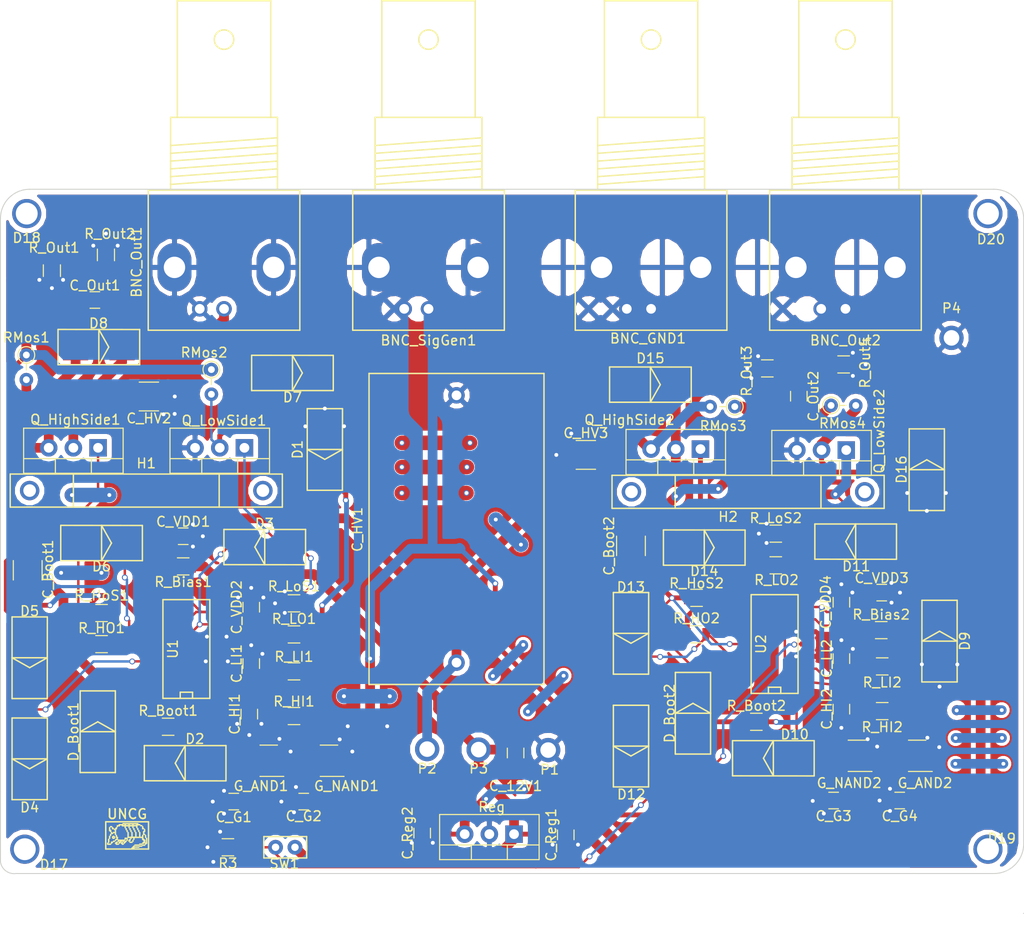
<source format=kicad_pcb>
(kicad_pcb (version 4) (host pcbnew 4.0.7)

  (general
    (links 171)
    (no_connects 1)
    (area 108.225 50.024519 213.725001 146.075)
    (thickness 1.6)
    (drawings 15)
    (tracks 761)
    (zones 0)
    (modules 92)
    (nets 37)
  )

  (page A4)
  (layers
    (0 F.Cu signal)
    (31 B.Cu signal)
    (32 B.Adhes user)
    (33 F.Adhes user)
    (34 B.Paste user)
    (35 F.Paste user)
    (36 B.SilkS user)
    (37 F.SilkS user)
    (38 B.Mask user)
    (39 F.Mask user)
    (40 Dwgs.User user)
    (41 Cmts.User user)
    (42 Eco1.User user)
    (43 Eco2.User user)
    (44 Edge.Cuts user)
    (45 Margin user)
    (46 B.CrtYd user)
    (47 F.CrtYd user)
    (48 B.Fab user)
    (49 F.Fab user)
  )

  (setup
    (last_trace_width 1)
    (user_trace_width 0.5)
    (user_trace_width 1)
    (user_trace_width 1.5)
    (user_trace_width 3.5)
    (trace_clearance 0.2)
    (zone_clearance 0.508)
    (zone_45_only no)
    (trace_min 0.2)
    (segment_width 0.2)
    (edge_width 0.1)
    (via_size 0.6)
    (via_drill 0.4)
    (via_min_size 0.4)
    (via_min_drill 0.3)
    (uvia_size 0.3)
    (uvia_drill 0.1)
    (uvias_allowed no)
    (uvia_min_size 0.2)
    (uvia_min_drill 0.1)
    (pcb_text_width 0.3)
    (pcb_text_size 1.5 1.5)
    (mod_edge_width 0.15)
    (mod_text_size 1 1)
    (mod_text_width 0.15)
    (pad_size 3 3)
    (pad_drill 2.25)
    (pad_to_mask_clearance 0)
    (aux_axis_origin 0 0)
    (visible_elements FFFEFFFF)
    (pcbplotparams
      (layerselection 0x00020_80000001)
      (usegerberextensions false)
      (excludeedgelayer true)
      (linewidth 0.100000)
      (plotframeref false)
      (viasonmask false)
      (mode 1)
      (useauxorigin false)
      (hpglpennumber 1)
      (hpglpenspeed 20)
      (hpglpendiameter 15)
      (hpglpenoverlay 2)
      (psnegative false)
      (psa4output false)
      (plotreference true)
      (plotvalue true)
      (plotinvisibletext false)
      (padsonsilk false)
      (subtractmaskfromsilk false)
      (outputformat 4)
      (mirror false)
      (drillshape 0)
      (scaleselection 1)
      (outputdirectory ""))
  )

  (net 0 "")
  (net 1 GND)
  (net 2 "Net-(BNC_Out1-Pad1)")
  (net 3 Pulse)
  (net 4 "Net-(BNC_Out2-Pad1)")
  (net 5 12V)
  (net 6 "Net-(C_Boot1-Pad1)")
  (net 7 Out1)
  (net 8 "Net-(C_Boot2-Pad1)")
  (net 9 Out2)
  (net 10 Reg)
  (net 11 "Net-(C_HI1-Pad2)")
  (net 12 "Net-(C_HI2-Pad2)")
  (net 13 400VPower)
  (net 14 "Net-(C_LI1-Pad1)")
  (net 15 "Net-(C_LI2-Pad1)")
  (net 16 "Net-(C_VDD1-Pad1)")
  (net 17 "Net-(C_VDD3-Pad1)")
  (net 18 "Net-(D1-Pad1)")
  (net 19 "Net-(D3-Pad2)")
  (net 20 "Net-(D4-Pad2)")
  (net 21 "Net-(D6-Pad2)")
  (net 22 "Net-(D10-Pad2)")
  (net 23 "Net-(D11-Pad2)")
  (net 24 "Net-(D12-Pad2)")
  (net 25 "Net-(D14-Pad2)")
  (net 26 "Net-(D_Boot1-Pad2)")
  (net 27 "Net-(D_Boot2-Pad2)")
  (net 28 "Net-(G_AND1-Pad4)")
  (net 29 "Net-(G_AND2-Pad4)")
  (net 30 "Net-(G_NAND1-Pad4)")
  (net 31 "Net-(G_NAND2-Pad4)")
  (net 32 Enable)
  (net 33 "Net-(D7-Pad1)")
  (net 34 "Net-(D8-Pad2)")
  (net 35 "Net-(D15-Pad2)")
  (net 36 "Net-(D16-Pad1)")

  (net_class Default "This is the default net class."
    (clearance 0.2)
    (trace_width 0.25)
    (via_dia 0.6)
    (via_drill 0.4)
    (uvia_dia 0.3)
    (uvia_drill 0.1)
    (add_net 12V)
    (add_net 400VPower)
    (add_net Enable)
    (add_net GND)
    (add_net "Net-(BNC_Out1-Pad1)")
    (add_net "Net-(BNC_Out2-Pad1)")
    (add_net "Net-(C_Boot1-Pad1)")
    (add_net "Net-(C_Boot2-Pad1)")
    (add_net "Net-(C_HI1-Pad2)")
    (add_net "Net-(C_HI2-Pad2)")
    (add_net "Net-(C_LI1-Pad1)")
    (add_net "Net-(C_LI2-Pad1)")
    (add_net "Net-(C_VDD1-Pad1)")
    (add_net "Net-(C_VDD3-Pad1)")
    (add_net "Net-(D1-Pad1)")
    (add_net "Net-(D10-Pad2)")
    (add_net "Net-(D11-Pad2)")
    (add_net "Net-(D12-Pad2)")
    (add_net "Net-(D14-Pad2)")
    (add_net "Net-(D15-Pad2)")
    (add_net "Net-(D16-Pad1)")
    (add_net "Net-(D3-Pad2)")
    (add_net "Net-(D4-Pad2)")
    (add_net "Net-(D6-Pad2)")
    (add_net "Net-(D7-Pad1)")
    (add_net "Net-(D8-Pad2)")
    (add_net "Net-(D_Boot1-Pad2)")
    (add_net "Net-(D_Boot2-Pad2)")
    (add_net "Net-(G_AND1-Pad4)")
    (add_net "Net-(G_AND2-Pad4)")
    (add_net "Net-(G_NAND1-Pad4)")
    (add_net "Net-(G_NAND2-Pad4)")
    (add_net Out1)
    (add_net Out2)
    (add_net Pulse)
    (add_net Reg)
  )

  (module MyLibrary:2.2uF_HV_Cap (layer F.Cu) (tedit 5BBE3F77) (tstamp 5BBCC4AF)
    (at 155.32 104.65 270)
    (path /5A58169D)
    (fp_text reference C_HV1 (at 0.05 10.2 270) (layer F.SilkS)
      (effects (font (size 1 1) (thickness 0.15)))
    )
    (fp_text value 2.2uF (at 0 10 270) (layer F.Fab)
      (effects (font (size 1 1) (thickness 0.15)))
    )
    (fp_line (start 16 9) (end -16 9) (layer F.SilkS) (width 0.15))
    (fp_line (start -16 9) (end -16 -9) (layer F.SilkS) (width 0.15))
    (fp_line (start -16 -9) (end 16 -9) (layer F.SilkS) (width 0.15))
    (fp_line (start 16 -9) (end 16 9) (layer F.SilkS) (width 0.15))
    (pad 1 thru_hole circle (at -13.75 0 270) (size 1.7 1.7) (drill 1) (layers *.Cu *.Mask)
      (net 1 GND))
    (pad 2 thru_hole circle (at 13.75 0 270) (size 1.7 1.7) (drill 1) (layers *.Cu *.Mask)
      (net 13 400VPower))
  )

  (module Connectors_TE-Connectivity:BNC_Socket_TYCO-AMP (layer F.Cu) (tedit 5BBE161D) (tstamp 5A620711)
    (at 131.4 77)
    (descr "BNC Socket TYCO AMP")
    (tags "BNC Socket TYCO AMP")
    (path /5A5F7A94)
    (fp_text reference BNC_Out1 (at -9 0.2 270) (layer F.SilkS)
      (effects (font (size 1 1) (thickness 0.15)))
    )
    (fp_text value Conn_Coaxial (at 10.89914 -9.6012 90) (layer F.Fab)
      (effects (font (size 1 1) (thickness 0.15)))
    )
    (fp_line (start -5.4991 -11.80084) (end 5.4991 -12.60094) (layer F.SilkS) (width 0.15))
    (fp_line (start -5.4991 -11.00074) (end 5.4991 -11.80084) (layer F.SilkS) (width 0.15))
    (fp_line (start -5.4991 -10.20064) (end 5.4991 -11.00074) (layer F.SilkS) (width 0.15))
    (fp_line (start -5.4991 -9.40054) (end 5.4991 -10.20064) (layer F.SilkS) (width 0.15))
    (fp_line (start -5.4991 -8.60044) (end 5.4991 -9.40054) (layer F.SilkS) (width 0.15))
    (fp_line (start -5.4991 -7.80034) (end 5.4991 -8.60044) (layer F.SilkS) (width 0.15))
    (fp_circle (center 0 -22.69998) (end 1.00076 -22.69998) (layer F.SilkS) (width 0.15))
    (fp_line (start 4.8006 -14.69898) (end 4.8006 -26.70048) (layer F.SilkS) (width 0.15))
    (fp_line (start 4.8006 -26.70048) (end -4.8006 -26.70048) (layer F.SilkS) (width 0.15))
    (fp_line (start -4.8006 -26.70048) (end -4.8006 -14.69898) (layer F.SilkS) (width 0.15))
    (fp_line (start 5.4991 -7.2009) (end 5.4991 -14.69898) (layer F.SilkS) (width 0.15))
    (fp_line (start 5.4991 -14.69898) (end -5.4991 -14.69898) (layer F.SilkS) (width 0.15))
    (fp_line (start -5.4991 -14.69898) (end -5.4991 -7.2009) (layer F.SilkS) (width 0.15))
    (fp_line (start -7.80034 7.2009) (end 7.80034 7.2009) (layer F.SilkS) (width 0.15))
    (fp_line (start 7.80034 7.2009) (end 7.80034 -7.2009) (layer F.SilkS) (width 0.15))
    (fp_line (start 7.80034 -7.2009) (end -7.80034 -7.2009) (layer F.SilkS) (width 0.15))
    (fp_line (start -7.80034 -7.2009) (end -7.80034 7.2009) (layer F.SilkS) (width 0.15))
    (pad 2 thru_hole oval (at -5.09778 0.7366) (size 3.50012 5.00126) (drill 2.19964) (layers *.Cu *.Mask)
      (net 1 GND))
    (pad 2 thru_hole oval (at 5.10032 0.7366) (size 3.50012 5.00126) (drill 2.19964) (layers *.Cu *.Mask)
      (net 1 GND))
    (pad 1 thru_hole circle (at 0 5.00126) (size 1.6002 1.6002) (drill 1.00076) (layers *.Cu *.Mask)
      (net 2 "Net-(BNC_Out1-Pad1)"))
    (pad 2 thru_hole circle (at -2.49936 5.00126) (size 1.6002 1.6002) (drill 1.00076) (layers *.Cu *.Mask)
      (net 1 GND))
    (model Sockets_BNC.3dshapes/BNC_Socket_TYCO-AMP.wrl
      (at (xyz 0 0 0))
      (scale (xyz 0.3937 0.3937 0.3937))
      (rotate (xyz 0 0 0))
    )
  )

  (module Connectors_TE-Connectivity:BNC_Socket_TYCO-AMP (layer F.Cu) (tedit 5A68D122) (tstamp 5A620719)
    (at 195.34 77)
    (descr "BNC Socket TYCO AMP")
    (tags "BNC Socket TYCO AMP")
    (path /5A5F7CD0)
    (fp_text reference BNC_Out2 (at 0 8.25) (layer F.SilkS)
      (effects (font (size 1 1) (thickness 0.15)))
    )
    (fp_text value Conn_Coaxial (at 10.89914 -9.6012 90) (layer F.Fab)
      (effects (font (size 1 1) (thickness 0.15)))
    )
    (fp_line (start -5.4991 -11.80084) (end 5.4991 -12.60094) (layer F.SilkS) (width 0.15))
    (fp_line (start -5.4991 -11.00074) (end 5.4991 -11.80084) (layer F.SilkS) (width 0.15))
    (fp_line (start -5.4991 -10.20064) (end 5.4991 -11.00074) (layer F.SilkS) (width 0.15))
    (fp_line (start -5.4991 -9.40054) (end 5.4991 -10.20064) (layer F.SilkS) (width 0.15))
    (fp_line (start -5.4991 -8.60044) (end 5.4991 -9.40054) (layer F.SilkS) (width 0.15))
    (fp_line (start -5.4991 -7.80034) (end 5.4991 -8.60044) (layer F.SilkS) (width 0.15))
    (fp_circle (center 0 -22.69998) (end 1.00076 -22.69998) (layer F.SilkS) (width 0.15))
    (fp_line (start 4.8006 -14.69898) (end 4.8006 -26.70048) (layer F.SilkS) (width 0.15))
    (fp_line (start 4.8006 -26.70048) (end -4.8006 -26.70048) (layer F.SilkS) (width 0.15))
    (fp_line (start -4.8006 -26.70048) (end -4.8006 -14.69898) (layer F.SilkS) (width 0.15))
    (fp_line (start 5.4991 -7.2009) (end 5.4991 -14.69898) (layer F.SilkS) (width 0.15))
    (fp_line (start 5.4991 -14.69898) (end -5.4991 -14.69898) (layer F.SilkS) (width 0.15))
    (fp_line (start -5.4991 -14.69898) (end -5.4991 -7.2009) (layer F.SilkS) (width 0.15))
    (fp_line (start -7.80034 7.2009) (end 7.80034 7.2009) (layer F.SilkS) (width 0.15))
    (fp_line (start 7.80034 7.2009) (end 7.80034 -7.2009) (layer F.SilkS) (width 0.15))
    (fp_line (start 7.80034 -7.2009) (end -7.80034 -7.2009) (layer F.SilkS) (width 0.15))
    (fp_line (start -7.80034 -7.2009) (end -7.80034 7.2009) (layer F.SilkS) (width 0.15))
    (pad 2 thru_hole oval (at -5.09778 0.7366) (size 3.50012 5.00126) (drill 2.19964) (layers *.Cu *.Mask)
      (net 1 GND))
    (pad 2 thru_hole oval (at 5.10032 0.7366) (size 3.50012 5.00126) (drill 2.19964) (layers *.Cu *.Mask)
      (net 1 GND))
    (pad 1 thru_hole circle (at 0 5.00126) (size 1.6002 1.6002) (drill 1.00076) (layers *.Cu *.Mask)
      (net 4 "Net-(BNC_Out2-Pad1)"))
    (pad 2 thru_hole circle (at -2.49936 5.00126) (size 1.6002 1.6002) (drill 1.00076) (layers *.Cu *.Mask)
      (net 1 GND))
    (model Sockets_BNC.3dshapes/BNC_Socket_TYCO-AMP.wrl
      (at (xyz 0 0 0))
      (scale (xyz 0.3937 0.3937 0.3937))
      (rotate (xyz 0 0 0))
    )
  )

  (module Connectors_TE-Connectivity:BNC_Socket_TYCO-AMP (layer F.Cu) (tedit 5A68D11C) (tstamp 5A620721)
    (at 152.44 77)
    (descr "BNC Socket TYCO AMP")
    (tags "BNC Socket TYCO AMP")
    (path /5A50F13C)
    (fp_text reference BNC_SigGen1 (at 0 8.25) (layer F.SilkS)
      (effects (font (size 1 1) (thickness 0.15)))
    )
    (fp_text value Conn_Coaxial (at 10.89914 -9.6012 90) (layer F.Fab)
      (effects (font (size 1 1) (thickness 0.15)))
    )
    (fp_line (start -5.4991 -11.80084) (end 5.4991 -12.60094) (layer F.SilkS) (width 0.15))
    (fp_line (start -5.4991 -11.00074) (end 5.4991 -11.80084) (layer F.SilkS) (width 0.15))
    (fp_line (start -5.4991 -10.20064) (end 5.4991 -11.00074) (layer F.SilkS) (width 0.15))
    (fp_line (start -5.4991 -9.40054) (end 5.4991 -10.20064) (layer F.SilkS) (width 0.15))
    (fp_line (start -5.4991 -8.60044) (end 5.4991 -9.40054) (layer F.SilkS) (width 0.15))
    (fp_line (start -5.4991 -7.80034) (end 5.4991 -8.60044) (layer F.SilkS) (width 0.15))
    (fp_circle (center 0 -22.69998) (end 1.00076 -22.69998) (layer F.SilkS) (width 0.15))
    (fp_line (start 4.8006 -14.69898) (end 4.8006 -26.70048) (layer F.SilkS) (width 0.15))
    (fp_line (start 4.8006 -26.70048) (end -4.8006 -26.70048) (layer F.SilkS) (width 0.15))
    (fp_line (start -4.8006 -26.70048) (end -4.8006 -14.69898) (layer F.SilkS) (width 0.15))
    (fp_line (start 5.4991 -7.2009) (end 5.4991 -14.69898) (layer F.SilkS) (width 0.15))
    (fp_line (start 5.4991 -14.69898) (end -5.4991 -14.69898) (layer F.SilkS) (width 0.15))
    (fp_line (start -5.4991 -14.69898) (end -5.4991 -7.2009) (layer F.SilkS) (width 0.15))
    (fp_line (start -7.80034 7.2009) (end 7.80034 7.2009) (layer F.SilkS) (width 0.15))
    (fp_line (start 7.80034 7.2009) (end 7.80034 -7.2009) (layer F.SilkS) (width 0.15))
    (fp_line (start 7.80034 -7.2009) (end -7.80034 -7.2009) (layer F.SilkS) (width 0.15))
    (fp_line (start -7.80034 -7.2009) (end -7.80034 7.2009) (layer F.SilkS) (width 0.15))
    (pad 2 thru_hole oval (at -5.09778 0.7366) (size 3.50012 5.00126) (drill 2.19964) (layers *.Cu *.Mask)
      (net 1 GND))
    (pad 2 thru_hole oval (at 5.10032 0.7366) (size 3.50012 5.00126) (drill 2.19964) (layers *.Cu *.Mask)
      (net 1 GND))
    (pad 1 thru_hole circle (at 0 5.00126) (size 1.6002 1.6002) (drill 1.00076) (layers *.Cu *.Mask)
      (net 3 Pulse))
    (pad 2 thru_hole circle (at -2.49936 5.00126) (size 1.6002 1.6002) (drill 1.00076) (layers *.Cu *.Mask)
      (net 1 GND))
    (model Sockets_BNC.3dshapes/BNC_Socket_TYCO-AMP.wrl
      (at (xyz 0 0 0))
      (scale (xyz 0.3937 0.3937 0.3937))
      (rotate (xyz 0 0 0))
    )
  )

  (module TO_SOT_Packages_THT:TO-220-3_Vertical (layer F.Cu) (tedit 5BC0E6B8) (tstamp 5BBCC797)
    (at 118.44 96.3 180)
    (descr "TO-220-3, Vertical, RM 2.54mm")
    (tags "TO-220-3 Vertical RM 2.54mm")
    (path /5A4E87D7)
    (fp_text reference Q_HighSide1 (at 2.34 2.9 180) (layer F.SilkS)
      (effects (font (size 1 1) (thickness 0.15)))
    )
    (fp_text value Q_NMOS_GDS (at 2.54 3.92 180) (layer F.Fab)
      (effects (font (size 1 1) (thickness 0.15)))
    )
    (fp_text user %R (at 2.34 2.9 180) (layer F.Fab)
      (effects (font (size 1 1) (thickness 0.15)))
    )
    (fp_line (start -2.46 -2.5) (end -2.46 1.9) (layer F.Fab) (width 0.1))
    (fp_line (start -2.46 1.9) (end 7.54 1.9) (layer F.Fab) (width 0.1))
    (fp_line (start 7.54 1.9) (end 7.54 -2.5) (layer F.Fab) (width 0.1))
    (fp_line (start 7.54 -2.5) (end -2.46 -2.5) (layer F.Fab) (width 0.1))
    (fp_line (start -2.46 -1.23) (end 7.54 -1.23) (layer F.Fab) (width 0.1))
    (fp_line (start 0.69 -2.5) (end 0.69 -1.23) (layer F.Fab) (width 0.1))
    (fp_line (start 4.39 -2.5) (end 4.39 -1.23) (layer F.Fab) (width 0.1))
    (fp_line (start -2.58 -2.62) (end 7.66 -2.62) (layer F.SilkS) (width 0.12))
    (fp_line (start -2.58 2.021) (end 7.66 2.021) (layer F.SilkS) (width 0.12))
    (fp_line (start -2.58 -2.62) (end -2.58 2.021) (layer F.SilkS) (width 0.12))
    (fp_line (start 7.66 -2.62) (end 7.66 2.021) (layer F.SilkS) (width 0.12))
    (fp_line (start -2.58 -1.11) (end 7.66 -1.11) (layer F.SilkS) (width 0.12))
    (fp_line (start 0.69 -2.62) (end 0.69 -1.11) (layer F.SilkS) (width 0.12))
    (fp_line (start 4.391 -2.62) (end 4.391 -1.11) (layer F.SilkS) (width 0.12))
    (fp_line (start -2.71 -2.75) (end -2.71 2.16) (layer F.CrtYd) (width 0.05))
    (fp_line (start -2.71 2.16) (end 7.79 2.16) (layer F.CrtYd) (width 0.05))
    (fp_line (start 7.79 2.16) (end 7.79 -2.75) (layer F.CrtYd) (width 0.05))
    (fp_line (start 7.79 -2.75) (end -2.71 -2.75) (layer F.CrtYd) (width 0.05))
    (pad 1 thru_hole rect (at 0 0 180) (size 1.8 1.8) (drill 1) (layers *.Cu *.Mask)
      (net 21 "Net-(D6-Pad2)"))
    (pad 2 thru_hole oval (at 2.54 0 180) (size 1.8 1.8) (drill 1) (layers *.Cu *.Mask)
      (net 13 400VPower))
    (pad 3 thru_hole oval (at 5.08 0 180) (size 1.8 1.8) (drill 1) (layers *.Cu *.Mask)
      (net 34 "Net-(D8-Pad2)"))
    (model ${KISYS3DMOD}/TO_SOT_Packages_THT.3dshapes/TO-220-3_Vertical.wrl
      (at (xyz 0.1 0 0))
      (scale (xyz 0.393701 0.393701 0.393701))
      (rotate (xyz 0 0 0))
    )
  )

  (module TO_SOT_Packages_THT:TO-220-3_Vertical (layer F.Cu) (tedit 5BC0E729) (tstamp 5BBCC7B1)
    (at 180.42 96.43 180)
    (descr "TO-220-3, Vertical, RM 2.54mm")
    (tags "TO-220-3 Vertical RM 2.54mm")
    (path /5BBC8AAE)
    (fp_text reference Q_HighSide2 (at 7.3 3 180) (layer F.SilkS)
      (effects (font (size 1 1) (thickness 0.15)))
    )
    (fp_text value Q_NMOS_GDS (at 2.54 3.92 180) (layer F.Fab)
      (effects (font (size 1 1) (thickness 0.15)))
    )
    (fp_text user %R (at 7.3 3 360) (layer F.Fab)
      (effects (font (size 1 1) (thickness 0.15)))
    )
    (fp_line (start -2.46 -2.5) (end -2.46 1.9) (layer F.Fab) (width 0.1))
    (fp_line (start -2.46 1.9) (end 7.54 1.9) (layer F.Fab) (width 0.1))
    (fp_line (start 7.54 1.9) (end 7.54 -2.5) (layer F.Fab) (width 0.1))
    (fp_line (start 7.54 -2.5) (end -2.46 -2.5) (layer F.Fab) (width 0.1))
    (fp_line (start -2.46 -1.23) (end 7.54 -1.23) (layer F.Fab) (width 0.1))
    (fp_line (start 0.69 -2.5) (end 0.69 -1.23) (layer F.Fab) (width 0.1))
    (fp_line (start 4.39 -2.5) (end 4.39 -1.23) (layer F.Fab) (width 0.1))
    (fp_line (start -2.58 -2.62) (end 7.66 -2.62) (layer F.SilkS) (width 0.12))
    (fp_line (start -2.58 2.021) (end 7.66 2.021) (layer F.SilkS) (width 0.12))
    (fp_line (start -2.58 -2.62) (end -2.58 2.021) (layer F.SilkS) (width 0.12))
    (fp_line (start 7.66 -2.62) (end 7.66 2.021) (layer F.SilkS) (width 0.12))
    (fp_line (start -2.58 -1.11) (end 7.66 -1.11) (layer F.SilkS) (width 0.12))
    (fp_line (start 0.69 -2.62) (end 0.69 -1.11) (layer F.SilkS) (width 0.12))
    (fp_line (start 4.391 -2.62) (end 4.391 -1.11) (layer F.SilkS) (width 0.12))
    (fp_line (start -2.71 -2.75) (end -2.71 2.16) (layer F.CrtYd) (width 0.05))
    (fp_line (start -2.71 2.16) (end 7.79 2.16) (layer F.CrtYd) (width 0.05))
    (fp_line (start 7.79 2.16) (end 7.79 -2.75) (layer F.CrtYd) (width 0.05))
    (fp_line (start 7.79 -2.75) (end -2.71 -2.75) (layer F.CrtYd) (width 0.05))
    (pad 1 thru_hole rect (at 0 0 180) (size 1.8 1.8) (drill 1) (layers *.Cu *.Mask)
      (net 25 "Net-(D14-Pad2)"))
    (pad 2 thru_hole oval (at 2.54 0 180) (size 1.8 1.8) (drill 1) (layers *.Cu *.Mask)
      (net 13 400VPower))
    (pad 3 thru_hole oval (at 5.08 0 180) (size 1.8 1.8) (drill 1) (layers *.Cu *.Mask)
      (net 35 "Net-(D15-Pad2)"))
    (model ${KISYS3DMOD}/TO_SOT_Packages_THT.3dshapes/TO-220-3_Vertical.wrl
      (at (xyz 0.1 0 0))
      (scale (xyz 0.393701 0.393701 0.393701))
      (rotate (xyz 0 0 0))
    )
  )

  (module TO_SOT_Packages_THT:TO-220-3_Vertical (layer F.Cu) (tedit 5BC0E6FE) (tstamp 5BBCC7CB)
    (at 133.5 96.3 180)
    (descr "TO-220-3, Vertical, RM 2.54mm")
    (tags "TO-220-3 Vertical RM 2.54mm")
    (path /5A4E881E)
    (fp_text reference Q_LowSide1 (at 2.1 2.8 180) (layer F.SilkS)
      (effects (font (size 1 1) (thickness 0.15)))
    )
    (fp_text value Q_NMOS_GDS (at 2.54 3.92 180) (layer F.Fab)
      (effects (font (size 1 1) (thickness 0.15)))
    )
    (fp_text user %R (at 2.1 2.8 180) (layer F.Fab)
      (effects (font (size 1 1) (thickness 0.15)))
    )
    (fp_line (start -2.46 -2.5) (end -2.46 1.9) (layer F.Fab) (width 0.1))
    (fp_line (start -2.46 1.9) (end 7.54 1.9) (layer F.Fab) (width 0.1))
    (fp_line (start 7.54 1.9) (end 7.54 -2.5) (layer F.Fab) (width 0.1))
    (fp_line (start 7.54 -2.5) (end -2.46 -2.5) (layer F.Fab) (width 0.1))
    (fp_line (start -2.46 -1.23) (end 7.54 -1.23) (layer F.Fab) (width 0.1))
    (fp_line (start 0.69 -2.5) (end 0.69 -1.23) (layer F.Fab) (width 0.1))
    (fp_line (start 4.39 -2.5) (end 4.39 -1.23) (layer F.Fab) (width 0.1))
    (fp_line (start -2.58 -2.62) (end 7.66 -2.62) (layer F.SilkS) (width 0.12))
    (fp_line (start -2.58 2.021) (end 7.66 2.021) (layer F.SilkS) (width 0.12))
    (fp_line (start -2.58 -2.62) (end -2.58 2.021) (layer F.SilkS) (width 0.12))
    (fp_line (start 7.66 -2.62) (end 7.66 2.021) (layer F.SilkS) (width 0.12))
    (fp_line (start -2.58 -1.11) (end 7.66 -1.11) (layer F.SilkS) (width 0.12))
    (fp_line (start 0.69 -2.62) (end 0.69 -1.11) (layer F.SilkS) (width 0.12))
    (fp_line (start 4.391 -2.62) (end 4.391 -1.11) (layer F.SilkS) (width 0.12))
    (fp_line (start -2.71 -2.75) (end -2.71 2.16) (layer F.CrtYd) (width 0.05))
    (fp_line (start -2.71 2.16) (end 7.79 2.16) (layer F.CrtYd) (width 0.05))
    (fp_line (start 7.79 2.16) (end 7.79 -2.75) (layer F.CrtYd) (width 0.05))
    (fp_line (start 7.79 -2.75) (end -2.71 -2.75) (layer F.CrtYd) (width 0.05))
    (pad 1 thru_hole rect (at 0 0 180) (size 1.8 1.8) (drill 1) (layers *.Cu *.Mask)
      (net 19 "Net-(D3-Pad2)"))
    (pad 2 thru_hole oval (at 2.54 0 180) (size 1.8 1.8) (drill 1) (layers *.Cu *.Mask)
      (net 33 "Net-(D7-Pad1)"))
    (pad 3 thru_hole oval (at 5.08 0 180) (size 1.8 1.8) (drill 1) (layers *.Cu *.Mask)
      (net 1 GND))
    (model ${KISYS3DMOD}/TO_SOT_Packages_THT.3dshapes/TO-220-3_Vertical.wrl
      (at (xyz 0.1 0 0))
      (scale (xyz 0.393701 0.393701 0.393701))
      (rotate (xyz 0 0 0))
    )
  )

  (module TO_SOT_Packages_THT:TO-220-3_Vertical (layer F.Cu) (tedit 5BC48D7C) (tstamp 5BBCC7E5)
    (at 195.42 96.53 180)
    (descr "TO-220-3, Vertical, RM 2.54mm")
    (tags "TO-220-3 Vertical RM 2.54mm")
    (path /5BBC8AB4)
    (fp_text reference Q_LowSide2 (at -3.4 1.95 450) (layer F.SilkS)
      (effects (font (size 1 1) (thickness 0.15)))
    )
    (fp_text value Q_NMOS_GDS (at 2.54 3.92 180) (layer F.Fab)
      (effects (font (size 1 1) (thickness 0.15)))
    )
    (fp_text user %R (at -3.4 1.95 450) (layer F.Fab)
      (effects (font (size 1 1) (thickness 0.15)))
    )
    (fp_line (start -2.46 -2.5) (end -2.46 1.9) (layer F.Fab) (width 0.1))
    (fp_line (start -2.46 1.9) (end 7.54 1.9) (layer F.Fab) (width 0.1))
    (fp_line (start 7.54 1.9) (end 7.54 -2.5) (layer F.Fab) (width 0.1))
    (fp_line (start 7.54 -2.5) (end -2.46 -2.5) (layer F.Fab) (width 0.1))
    (fp_line (start -2.46 -1.23) (end 7.54 -1.23) (layer F.Fab) (width 0.1))
    (fp_line (start 0.69 -2.5) (end 0.69 -1.23) (layer F.Fab) (width 0.1))
    (fp_line (start 4.39 -2.5) (end 4.39 -1.23) (layer F.Fab) (width 0.1))
    (fp_line (start -2.58 -2.62) (end 7.66 -2.62) (layer F.SilkS) (width 0.12))
    (fp_line (start -2.58 2.021) (end 7.66 2.021) (layer F.SilkS) (width 0.12))
    (fp_line (start -2.58 -2.62) (end -2.58 2.021) (layer F.SilkS) (width 0.12))
    (fp_line (start 7.66 -2.62) (end 7.66 2.021) (layer F.SilkS) (width 0.12))
    (fp_line (start -2.58 -1.11) (end 7.66 -1.11) (layer F.SilkS) (width 0.12))
    (fp_line (start 0.69 -2.62) (end 0.69 -1.11) (layer F.SilkS) (width 0.12))
    (fp_line (start 4.391 -2.62) (end 4.391 -1.11) (layer F.SilkS) (width 0.12))
    (fp_line (start -2.71 -2.75) (end -2.71 2.16) (layer F.CrtYd) (width 0.05))
    (fp_line (start -2.71 2.16) (end 7.79 2.16) (layer F.CrtYd) (width 0.05))
    (fp_line (start 7.79 2.16) (end 7.79 -2.75) (layer F.CrtYd) (width 0.05))
    (fp_line (start 7.79 -2.75) (end -2.71 -2.75) (layer F.CrtYd) (width 0.05))
    (pad 1 thru_hole rect (at 0 0 180) (size 1.8 1.8) (drill 1) (layers *.Cu *.Mask)
      (net 23 "Net-(D11-Pad2)"))
    (pad 2 thru_hole oval (at 2.54 0 180) (size 1.8 1.8) (drill 1) (layers *.Cu *.Mask)
      (net 36 "Net-(D16-Pad1)"))
    (pad 3 thru_hole oval (at 5.08 0 180) (size 1.8 1.8) (drill 1) (layers *.Cu *.Mask)
      (net 1 GND))
    (model ${KISYS3DMOD}/TO_SOT_Packages_THT.3dshapes/TO-220-3_Vertical.wrl
      (at (xyz 0.1 0 0))
      (scale (xyz 0.393701 0.393701 0.393701))
      (rotate (xyz 0 0 0))
    )
  )

  (module SMD_Packages:SOIC-14_N (layer F.Cu) (tedit 0) (tstamp 5BBCC9A5)
    (at 127.4 117 90)
    (descr "Module CMS SOJ 14 pins Large")
    (tags "CMS SOJ")
    (path /5A4E7D20)
    (attr smd)
    (fp_text reference U1 (at 0 -1.27 90) (layer F.SilkS)
      (effects (font (size 1 1) (thickness 0.15)))
    )
    (fp_text value UCC27714 (at 0 1.27 90) (layer F.Fab)
      (effects (font (size 1 1) (thickness 0.15)))
    )
    (fp_line (start 5.08 -2.286) (end 5.08 2.54) (layer F.SilkS) (width 0.15))
    (fp_line (start 5.08 2.54) (end -5.08 2.54) (layer F.SilkS) (width 0.15))
    (fp_line (start -5.08 2.54) (end -5.08 -2.286) (layer F.SilkS) (width 0.15))
    (fp_line (start -5.08 -2.286) (end 5.08 -2.286) (layer F.SilkS) (width 0.15))
    (fp_line (start -5.08 -0.508) (end -4.445 -0.508) (layer F.SilkS) (width 0.15))
    (fp_line (start -4.445 -0.508) (end -4.445 0.762) (layer F.SilkS) (width 0.15))
    (fp_line (start -4.445 0.762) (end -5.08 0.762) (layer F.SilkS) (width 0.15))
    (pad 1 smd rect (at -3.81 3.302 90) (size 0.508 1.143) (layers F.Cu F.Paste F.Mask)
      (net 11 "Net-(C_HI1-Pad2)"))
    (pad 2 smd rect (at -2.54 3.302 90) (size 0.508 1.143) (layers F.Cu F.Paste F.Mask)
      (net 14 "Net-(C_LI1-Pad1)"))
    (pad 3 smd rect (at -1.27 3.302 90) (size 0.508 1.143) (layers F.Cu F.Paste F.Mask)
      (net 1 GND))
    (pad 4 smd rect (at 0 3.302 90) (size 0.508 1.143) (layers F.Cu F.Paste F.Mask)
      (net 32 Enable))
    (pad 5 smd rect (at 1.27 3.302 90) (size 0.508 1.143) (layers F.Cu F.Paste F.Mask)
      (net 1 GND))
    (pad 6 smd rect (at 2.54 3.302 90) (size 0.508 1.143) (layers F.Cu F.Paste F.Mask)
      (net 18 "Net-(D1-Pad1)"))
    (pad 7 smd rect (at 3.81 3.302 90) (size 0.508 1.143) (layers F.Cu F.Paste F.Mask)
      (net 16 "Net-(C_VDD1-Pad1)"))
    (pad 8 smd rect (at 3.81 -3.048 90) (size 0.508 1.143) (layers F.Cu F.Paste F.Mask))
    (pad 9 smd rect (at 2.54 -3.048 90) (size 0.508 1.143) (layers F.Cu F.Paste F.Mask))
    (pad 11 smd rect (at 0 -3.048 90) (size 0.508 1.143) (layers F.Cu F.Paste F.Mask)
      (net 7 Out1))
    (pad 12 smd rect (at -1.27 -3.048 90) (size 0.508 1.143) (layers F.Cu F.Paste F.Mask)
      (net 20 "Net-(D4-Pad2)"))
    (pad 13 smd rect (at -2.54 -3.048 90) (size 0.508 1.143) (layers F.Cu F.Paste F.Mask)
      (net 6 "Net-(C_Boot1-Pad1)"))
    (pad 14 smd rect (at -3.81 -3.048 90) (size 0.508 1.143) (layers F.Cu F.Paste F.Mask))
    (pad 10 smd rect (at 1.27 -3.048 90) (size 0.508 1.143) (layers F.Cu F.Paste F.Mask))
    (model SMD_Packages.3dshapes/SOIC-14_N.wrl
      (at (xyz 0 0 0))
      (scale (xyz 0.5 0.4 0.5))
      (rotate (xyz 0 0 0))
    )
  )

  (module SMD_Packages:SOIC-14_N (layer F.Cu) (tedit 0) (tstamp 5BBCC9BE)
    (at 187.92 116.49 90)
    (descr "Module CMS SOJ 14 pins Large")
    (tags "CMS SOJ")
    (path /5BBC8B47)
    (attr smd)
    (fp_text reference U2 (at 0 -1.27 90) (layer F.SilkS)
      (effects (font (size 1 1) (thickness 0.15)))
    )
    (fp_text value UCC27714 (at 0 1.27 90) (layer F.Fab)
      (effects (font (size 1 1) (thickness 0.15)))
    )
    (fp_line (start 5.08 -2.286) (end 5.08 2.54) (layer F.SilkS) (width 0.15))
    (fp_line (start 5.08 2.54) (end -5.08 2.54) (layer F.SilkS) (width 0.15))
    (fp_line (start -5.08 2.54) (end -5.08 -2.286) (layer F.SilkS) (width 0.15))
    (fp_line (start -5.08 -2.286) (end 5.08 -2.286) (layer F.SilkS) (width 0.15))
    (fp_line (start -5.08 -0.508) (end -4.445 -0.508) (layer F.SilkS) (width 0.15))
    (fp_line (start -4.445 -0.508) (end -4.445 0.762) (layer F.SilkS) (width 0.15))
    (fp_line (start -4.445 0.762) (end -5.08 0.762) (layer F.SilkS) (width 0.15))
    (pad 1 smd rect (at -3.81 3.302 90) (size 0.508 1.143) (layers F.Cu F.Paste F.Mask)
      (net 12 "Net-(C_HI2-Pad2)"))
    (pad 2 smd rect (at -2.54 3.302 90) (size 0.508 1.143) (layers F.Cu F.Paste F.Mask)
      (net 15 "Net-(C_LI2-Pad1)"))
    (pad 3 smd rect (at -1.27 3.302 90) (size 0.508 1.143) (layers F.Cu F.Paste F.Mask)
      (net 1 GND))
    (pad 4 smd rect (at 0 3.302 90) (size 0.508 1.143) (layers F.Cu F.Paste F.Mask)
      (net 32 Enable))
    (pad 5 smd rect (at 1.27 3.302 90) (size 0.508 1.143) (layers F.Cu F.Paste F.Mask)
      (net 1 GND))
    (pad 6 smd rect (at 2.54 3.302 90) (size 0.508 1.143) (layers F.Cu F.Paste F.Mask)
      (net 22 "Net-(D10-Pad2)"))
    (pad 7 smd rect (at 3.81 3.302 90) (size 0.508 1.143) (layers F.Cu F.Paste F.Mask)
      (net 17 "Net-(C_VDD3-Pad1)"))
    (pad 8 smd rect (at 3.81 -3.048 90) (size 0.508 1.143) (layers F.Cu F.Paste F.Mask))
    (pad 9 smd rect (at 2.54 -3.048 90) (size 0.508 1.143) (layers F.Cu F.Paste F.Mask))
    (pad 11 smd rect (at 0 -3.048 90) (size 0.508 1.143) (layers F.Cu F.Paste F.Mask)
      (net 9 Out2))
    (pad 12 smd rect (at -1.27 -3.048 90) (size 0.508 1.143) (layers F.Cu F.Paste F.Mask)
      (net 24 "Net-(D12-Pad2)"))
    (pad 13 smd rect (at -2.54 -3.048 90) (size 0.508 1.143) (layers F.Cu F.Paste F.Mask)
      (net 8 "Net-(C_Boot2-Pad1)"))
    (pad 14 smd rect (at -3.81 -3.048 90) (size 0.508 1.143) (layers F.Cu F.Paste F.Mask))
    (pad 10 smd rect (at 1.27 -3.048 90) (size 0.508 1.143) (layers F.Cu F.Paste F.Mask))
    (model SMD_Packages.3dshapes/SOIC-14_N.wrl
      (at (xyz 0 0 0))
      (scale (xyz 0.5 0.4 0.5))
      (rotate (xyz 0 0 0))
    )
  )

  (module TO_SOT_Packages_THT:TO-220-3_Vertical (layer F.Cu) (tedit 5BC0E753) (tstamp 5BBCC9D8)
    (at 161.24 136.05 180)
    (descr "TO-220-3, Vertical, RM 2.54mm")
    (tags "TO-220-3 Vertical RM 2.54mm")
    (path /5A594B98)
    (fp_text reference Reg (at 2.3 2.8 180) (layer F.SilkS)
      (effects (font (size 1 1) (thickness 0.15)))
    )
    (fp_text value V_REG7805 (at 2.54 3.92 180) (layer F.Fab)
      (effects (font (size 1 1) (thickness 0.15)))
    )
    (fp_text user %R (at 2.3 2.8 180) (layer F.Fab)
      (effects (font (size 1 1) (thickness 0.15)))
    )
    (fp_line (start -2.46 -2.5) (end -2.46 1.9) (layer F.Fab) (width 0.1))
    (fp_line (start -2.46 1.9) (end 7.54 1.9) (layer F.Fab) (width 0.1))
    (fp_line (start 7.54 1.9) (end 7.54 -2.5) (layer F.Fab) (width 0.1))
    (fp_line (start 7.54 -2.5) (end -2.46 -2.5) (layer F.Fab) (width 0.1))
    (fp_line (start -2.46 -1.23) (end 7.54 -1.23) (layer F.Fab) (width 0.1))
    (fp_line (start 0.69 -2.5) (end 0.69 -1.23) (layer F.Fab) (width 0.1))
    (fp_line (start 4.39 -2.5) (end 4.39 -1.23) (layer F.Fab) (width 0.1))
    (fp_line (start -2.58 -2.62) (end 7.66 -2.62) (layer F.SilkS) (width 0.12))
    (fp_line (start -2.58 2.021) (end 7.66 2.021) (layer F.SilkS) (width 0.12))
    (fp_line (start -2.58 -2.62) (end -2.58 2.021) (layer F.SilkS) (width 0.12))
    (fp_line (start 7.66 -2.62) (end 7.66 2.021) (layer F.SilkS) (width 0.12))
    (fp_line (start -2.58 -1.11) (end 7.66 -1.11) (layer F.SilkS) (width 0.12))
    (fp_line (start 0.69 -2.62) (end 0.69 -1.11) (layer F.SilkS) (width 0.12))
    (fp_line (start 4.391 -2.62) (end 4.391 -1.11) (layer F.SilkS) (width 0.12))
    (fp_line (start -2.71 -2.75) (end -2.71 2.16) (layer F.CrtYd) (width 0.05))
    (fp_line (start -2.71 2.16) (end 7.79 2.16) (layer F.CrtYd) (width 0.05))
    (fp_line (start 7.79 2.16) (end 7.79 -2.75) (layer F.CrtYd) (width 0.05))
    (fp_line (start 7.79 -2.75) (end -2.71 -2.75) (layer F.CrtYd) (width 0.05))
    (pad 1 thru_hole rect (at 0 0 180) (size 1.8 1.8) (drill 1) (layers *.Cu *.Mask)
      (net 5 12V))
    (pad 2 thru_hole oval (at 2.54 0 180) (size 1.8 1.8) (drill 1) (layers *.Cu *.Mask)
      (net 1 GND))
    (pad 3 thru_hole oval (at 5.08 0 180) (size 1.8 1.8) (drill 1) (layers *.Cu *.Mask)
      (net 10 Reg))
    (model ${KISYS3DMOD}/TO_SOT_Packages_THT.3dshapes/TO-220-3_Vertical.wrl
      (at (xyz 0.1 0 0))
      (scale (xyz 0.393701 0.393701 0.393701))
      (rotate (xyz 0 0 0))
    )
  )

  (module Capacitors_SMD:C_0805 (layer F.Cu) (tedit 5BBF50C7) (tstamp 5BBCD03A)
    (at 161.4 127.7 90)
    (descr "Capacitor SMD 0805, reflow soldering, AVX (see smccp.pdf)")
    (tags "capacitor 0805")
    (path /5A4E9172)
    (attr smd)
    (fp_text reference C_12V1 (at -3.4 0 180) (layer F.SilkS)
      (effects (font (size 1 1) (thickness 0.15)))
    )
    (fp_text value 2.2uF (at 0 1.75 90) (layer F.Fab)
      (effects (font (size 1 1) (thickness 0.15)))
    )
    (fp_text user %R (at -3.4 0 180) (layer F.Fab)
      (effects (font (size 1 1) (thickness 0.15)))
    )
    (fp_line (start -1 0.62) (end -1 -0.62) (layer F.Fab) (width 0.1))
    (fp_line (start 1 0.62) (end -1 0.62) (layer F.Fab) (width 0.1))
    (fp_line (start 1 -0.62) (end 1 0.62) (layer F.Fab) (width 0.1))
    (fp_line (start -1 -0.62) (end 1 -0.62) (layer F.Fab) (width 0.1))
    (fp_line (start 0.5 -0.85) (end -0.5 -0.85) (layer F.SilkS) (width 0.12))
    (fp_line (start -0.5 0.85) (end 0.5 0.85) (layer F.SilkS) (width 0.12))
    (fp_line (start -1.75 -0.88) (end 1.75 -0.88) (layer F.CrtYd) (width 0.05))
    (fp_line (start -1.75 -0.88) (end -1.75 0.87) (layer F.CrtYd) (width 0.05))
    (fp_line (start 1.75 0.87) (end 1.75 -0.88) (layer F.CrtYd) (width 0.05))
    (fp_line (start 1.75 0.87) (end -1.75 0.87) (layer F.CrtYd) (width 0.05))
    (pad 1 smd rect (at -1 0 90) (size 1 1.25) (layers F.Cu F.Paste F.Mask)
      (net 1 GND))
    (pad 2 smd rect (at 1 0 90) (size 1 1.25) (layers F.Cu F.Paste F.Mask)
      (net 5 12V))
    (model Capacitors_SMD.3dshapes/C_0805.wrl
      (at (xyz 0 0 0))
      (scale (xyz 1 1 1))
      (rotate (xyz 0 0 0))
    )
  )

  (module Capacitors_SMD:C_1210 (layer F.Cu) (tedit 5BC0DA6D) (tstamp 5BBCD04B)
    (at 111.2 108.9 90)
    (descr "Capacitor SMD 1210, reflow soldering, AVX (see smccp.pdf)")
    (tags "capacitor 1210")
    (path /5A4E88BC)
    (attr smd)
    (fp_text reference C_Boot1 (at 0.1 2.1 90) (layer F.SilkS)
      (effects (font (size 1 1) (thickness 0.15)))
    )
    (fp_text value 68nF (at 0 2.5 90) (layer F.Fab)
      (effects (font (size 1 1) (thickness 0.15)))
    )
    (fp_text user %R (at 0.1 2.1 90) (layer F.Fab)
      (effects (font (size 1 1) (thickness 0.15)))
    )
    (fp_line (start -1.6 1.25) (end -1.6 -1.25) (layer F.Fab) (width 0.1))
    (fp_line (start 1.6 1.25) (end -1.6 1.25) (layer F.Fab) (width 0.1))
    (fp_line (start 1.6 -1.25) (end 1.6 1.25) (layer F.Fab) (width 0.1))
    (fp_line (start -1.6 -1.25) (end 1.6 -1.25) (layer F.Fab) (width 0.1))
    (fp_line (start 1 -1.48) (end -1 -1.48) (layer F.SilkS) (width 0.12))
    (fp_line (start -1 1.48) (end 1 1.48) (layer F.SilkS) (width 0.12))
    (fp_line (start -2.25 -1.5) (end 2.25 -1.5) (layer F.CrtYd) (width 0.05))
    (fp_line (start -2.25 -1.5) (end -2.25 1.5) (layer F.CrtYd) (width 0.05))
    (fp_line (start 2.25 1.5) (end 2.25 -1.5) (layer F.CrtYd) (width 0.05))
    (fp_line (start 2.25 1.5) (end -2.25 1.5) (layer F.CrtYd) (width 0.05))
    (pad 1 smd rect (at -1.5 0 90) (size 1 2.5) (layers F.Cu F.Paste F.Mask)
      (net 6 "Net-(C_Boot1-Pad1)"))
    (pad 2 smd rect (at 1.5 0 90) (size 1 2.5) (layers F.Cu F.Paste F.Mask)
      (net 7 Out1))
    (model Capacitors_SMD.3dshapes/C_1210.wrl
      (at (xyz 0 0 0))
      (scale (xyz 1 1 1))
      (rotate (xyz 0 0 0))
    )
  )

  (module Capacitors_SMD:C_1210 (layer F.Cu) (tedit 5BBE3F33) (tstamp 5BBCD05C)
    (at 173.27 106.39 90)
    (descr "Capacitor SMD 1210, reflow soldering, AVX (see smccp.pdf)")
    (tags "capacitor 1210")
    (path /5BBC8B21)
    (attr smd)
    (fp_text reference C_Boot2 (at 0 -2.25 90) (layer F.SilkS)
      (effects (font (size 1 1) (thickness 0.15)))
    )
    (fp_text value 68nF (at 0 2.5 90) (layer F.Fab)
      (effects (font (size 1 1) (thickness 0.15)))
    )
    (fp_text user %R (at 0 -2.25 90) (layer F.Fab)
      (effects (font (size 1 1) (thickness 0.15)))
    )
    (fp_line (start -1.6 1.25) (end -1.6 -1.25) (layer F.Fab) (width 0.1))
    (fp_line (start 1.6 1.25) (end -1.6 1.25) (layer F.Fab) (width 0.1))
    (fp_line (start 1.6 -1.25) (end 1.6 1.25) (layer F.Fab) (width 0.1))
    (fp_line (start -1.6 -1.25) (end 1.6 -1.25) (layer F.Fab) (width 0.1))
    (fp_line (start 1 -1.48) (end -1 -1.48) (layer F.SilkS) (width 0.12))
    (fp_line (start -1 1.48) (end 1 1.48) (layer F.SilkS) (width 0.12))
    (fp_line (start -2.25 -1.5) (end 2.25 -1.5) (layer F.CrtYd) (width 0.05))
    (fp_line (start -2.25 -1.5) (end -2.25 1.5) (layer F.CrtYd) (width 0.05))
    (fp_line (start 2.25 1.5) (end 2.25 -1.5) (layer F.CrtYd) (width 0.05))
    (fp_line (start 2.25 1.5) (end -2.25 1.5) (layer F.CrtYd) (width 0.05))
    (pad 1 smd rect (at -1.5 0 90) (size 1 2.5) (layers F.Cu F.Paste F.Mask)
      (net 8 "Net-(C_Boot2-Pad1)"))
    (pad 2 smd rect (at 1.5 0 90) (size 1 2.5) (layers F.Cu F.Paste F.Mask)
      (net 9 Out2))
    (model Capacitors_SMD.3dshapes/C_1210.wrl
      (at (xyz 0 0 0))
      (scale (xyz 1 1 1))
      (rotate (xyz 0 0 0))
    )
  )

  (module Capacitors_SMD:C_0805 (layer F.Cu) (tedit 5BBE3859) (tstamp 5BBCD06D)
    (at 132.4 132.7)
    (descr "Capacitor SMD 0805, reflow soldering, AVX (see smccp.pdf)")
    (tags "capacitor 0805")
    (path /5A54AE59)
    (attr smd)
    (fp_text reference C_G1 (at 0 1.6) (layer F.SilkS)
      (effects (font (size 1 1) (thickness 0.15)))
    )
    (fp_text value 2.2uF (at 0 1.75) (layer F.Fab)
      (effects (font (size 1 1) (thickness 0.15)))
    )
    (fp_text user %R (at 0 1.6) (layer F.Fab)
      (effects (font (size 1 1) (thickness 0.15)))
    )
    (fp_line (start -1 0.62) (end -1 -0.62) (layer F.Fab) (width 0.1))
    (fp_line (start 1 0.62) (end -1 0.62) (layer F.Fab) (width 0.1))
    (fp_line (start 1 -0.62) (end 1 0.62) (layer F.Fab) (width 0.1))
    (fp_line (start -1 -0.62) (end 1 -0.62) (layer F.Fab) (width 0.1))
    (fp_line (start 0.5 -0.85) (end -0.5 -0.85) (layer F.SilkS) (width 0.12))
    (fp_line (start -0.5 0.85) (end 0.5 0.85) (layer F.SilkS) (width 0.12))
    (fp_line (start -1.75 -0.88) (end 1.75 -0.88) (layer F.CrtYd) (width 0.05))
    (fp_line (start -1.75 -0.88) (end -1.75 0.87) (layer F.CrtYd) (width 0.05))
    (fp_line (start 1.75 0.87) (end 1.75 -0.88) (layer F.CrtYd) (width 0.05))
    (fp_line (start 1.75 0.87) (end -1.75 0.87) (layer F.CrtYd) (width 0.05))
    (pad 1 smd rect (at -1 0) (size 1 1.25) (layers F.Cu F.Paste F.Mask)
      (net 1 GND))
    (pad 2 smd rect (at 1 0) (size 1 1.25) (layers F.Cu F.Paste F.Mask)
      (net 10 Reg))
    (model Capacitors_SMD.3dshapes/C_0805.wrl
      (at (xyz 0 0 0))
      (scale (xyz 1 1 1))
      (rotate (xyz 0 0 0))
    )
  )

  (module Capacitors_SMD:C_0805 (layer F.Cu) (tedit 58AA8463) (tstamp 5BBCD07E)
    (at 139.6 132.7 180)
    (descr "Capacitor SMD 0805, reflow soldering, AVX (see smccp.pdf)")
    (tags "capacitor 0805")
    (path /5A542870)
    (attr smd)
    (fp_text reference C_G2 (at 0 -1.5 180) (layer F.SilkS)
      (effects (font (size 1 1) (thickness 0.15)))
    )
    (fp_text value 2.2uF (at 0 1.75 180) (layer F.Fab)
      (effects (font (size 1 1) (thickness 0.15)))
    )
    (fp_text user %R (at 0 -1.5 180) (layer F.Fab)
      (effects (font (size 1 1) (thickness 0.15)))
    )
    (fp_line (start -1 0.62) (end -1 -0.62) (layer F.Fab) (width 0.1))
    (fp_line (start 1 0.62) (end -1 0.62) (layer F.Fab) (width 0.1))
    (fp_line (start 1 -0.62) (end 1 0.62) (layer F.Fab) (width 0.1))
    (fp_line (start -1 -0.62) (end 1 -0.62) (layer F.Fab) (width 0.1))
    (fp_line (start 0.5 -0.85) (end -0.5 -0.85) (layer F.SilkS) (width 0.12))
    (fp_line (start -0.5 0.85) (end 0.5 0.85) (layer F.SilkS) (width 0.12))
    (fp_line (start -1.75 -0.88) (end 1.75 -0.88) (layer F.CrtYd) (width 0.05))
    (fp_line (start -1.75 -0.88) (end -1.75 0.87) (layer F.CrtYd) (width 0.05))
    (fp_line (start 1.75 0.87) (end 1.75 -0.88) (layer F.CrtYd) (width 0.05))
    (fp_line (start 1.75 0.87) (end -1.75 0.87) (layer F.CrtYd) (width 0.05))
    (pad 1 smd rect (at -1 0 180) (size 1 1.25) (layers F.Cu F.Paste F.Mask)
      (net 10 Reg))
    (pad 2 smd rect (at 1 0 180) (size 1 1.25) (layers F.Cu F.Paste F.Mask)
      (net 1 GND))
    (model Capacitors_SMD.3dshapes/C_0805.wrl
      (at (xyz 0 0 0))
      (scale (xyz 1 1 1))
      (rotate (xyz 0 0 0))
    )
  )

  (module Capacitors_SMD:C_0805 (layer F.Cu) (tedit 58AA8463) (tstamp 5BBCD0B1)
    (at 134 123.7 90)
    (descr "Capacitor SMD 0805, reflow soldering, AVX (see smccp.pdf)")
    (tags "capacitor 0805")
    (path /5A4E800B)
    (attr smd)
    (fp_text reference C_HI1 (at 0 -1.5 90) (layer F.SilkS)
      (effects (font (size 1 1) (thickness 0.15)))
    )
    (fp_text value 220pF (at 0 1.75 90) (layer F.Fab)
      (effects (font (size 1 1) (thickness 0.15)))
    )
    (fp_text user %R (at 0 -1.5 90) (layer F.Fab)
      (effects (font (size 1 1) (thickness 0.15)))
    )
    (fp_line (start -1 0.62) (end -1 -0.62) (layer F.Fab) (width 0.1))
    (fp_line (start 1 0.62) (end -1 0.62) (layer F.Fab) (width 0.1))
    (fp_line (start 1 -0.62) (end 1 0.62) (layer F.Fab) (width 0.1))
    (fp_line (start -1 -0.62) (end 1 -0.62) (layer F.Fab) (width 0.1))
    (fp_line (start 0.5 -0.85) (end -0.5 -0.85) (layer F.SilkS) (width 0.12))
    (fp_line (start -0.5 0.85) (end 0.5 0.85) (layer F.SilkS) (width 0.12))
    (fp_line (start -1.75 -0.88) (end 1.75 -0.88) (layer F.CrtYd) (width 0.05))
    (fp_line (start -1.75 -0.88) (end -1.75 0.87) (layer F.CrtYd) (width 0.05))
    (fp_line (start 1.75 0.87) (end 1.75 -0.88) (layer F.CrtYd) (width 0.05))
    (fp_line (start 1.75 0.87) (end -1.75 0.87) (layer F.CrtYd) (width 0.05))
    (pad 1 smd rect (at -1 0 90) (size 1 1.25) (layers F.Cu F.Paste F.Mask)
      (net 1 GND))
    (pad 2 smd rect (at 1 0 90) (size 1 1.25) (layers F.Cu F.Paste F.Mask)
      (net 11 "Net-(C_HI1-Pad2)"))
    (model Capacitors_SMD.3dshapes/C_0805.wrl
      (at (xyz 0 0 0))
      (scale (xyz 1 1 1))
      (rotate (xyz 0 0 0))
    )
  )

  (module Capacitors_SMD:C_1210 (layer F.Cu) (tedit 58AA84E2) (tstamp 5BBCD0D3)
    (at 123.67 91.02 180)
    (descr "Capacitor SMD 1210, reflow soldering, AVX (see smccp.pdf)")
    (tags "capacitor 1210")
    (path /5A5E939E)
    (attr smd)
    (fp_text reference C_HV2 (at 0 -2.25 180) (layer F.SilkS)
      (effects (font (size 1 1) (thickness 0.15)))
    )
    (fp_text value 68nF (at 0 2.5 180) (layer F.Fab)
      (effects (font (size 1 1) (thickness 0.15)))
    )
    (fp_text user %R (at 0 -2.25 180) (layer F.Fab)
      (effects (font (size 1 1) (thickness 0.15)))
    )
    (fp_line (start -1.6 1.25) (end -1.6 -1.25) (layer F.Fab) (width 0.1))
    (fp_line (start 1.6 1.25) (end -1.6 1.25) (layer F.Fab) (width 0.1))
    (fp_line (start 1.6 -1.25) (end 1.6 1.25) (layer F.Fab) (width 0.1))
    (fp_line (start -1.6 -1.25) (end 1.6 -1.25) (layer F.Fab) (width 0.1))
    (fp_line (start 1 -1.48) (end -1 -1.48) (layer F.SilkS) (width 0.12))
    (fp_line (start -1 1.48) (end 1 1.48) (layer F.SilkS) (width 0.12))
    (fp_line (start -2.25 -1.5) (end 2.25 -1.5) (layer F.CrtYd) (width 0.05))
    (fp_line (start -2.25 -1.5) (end -2.25 1.5) (layer F.CrtYd) (width 0.05))
    (fp_line (start 2.25 1.5) (end 2.25 -1.5) (layer F.CrtYd) (width 0.05))
    (fp_line (start 2.25 1.5) (end -2.25 1.5) (layer F.CrtYd) (width 0.05))
    (pad 1 smd rect (at -1.5 0 180) (size 1 2.5) (layers F.Cu F.Paste F.Mask)
      (net 1 GND))
    (pad 2 smd rect (at 1.5 0 180) (size 1 2.5) (layers F.Cu F.Paste F.Mask)
      (net 13 400VPower))
    (model Capacitors_SMD.3dshapes/C_1210.wrl
      (at (xyz 0 0 0))
      (scale (xyz 1 1 1))
      (rotate (xyz 0 0 0))
    )
  )

  (module Capacitors_SMD:C_0805 (layer F.Cu) (tedit 58AA8463) (tstamp 5BBCD0E4)
    (at 134.2 118.5 90)
    (descr "Capacitor SMD 0805, reflow soldering, AVX (see smccp.pdf)")
    (tags "capacitor 0805")
    (path /5A4E8503)
    (attr smd)
    (fp_text reference C_LI1 (at 0 -1.5 90) (layer F.SilkS)
      (effects (font (size 1 1) (thickness 0.15)))
    )
    (fp_text value 220pF (at 0 1.75 90) (layer F.Fab)
      (effects (font (size 1 1) (thickness 0.15)))
    )
    (fp_text user %R (at 0 -1.5 90) (layer F.Fab)
      (effects (font (size 1 1) (thickness 0.15)))
    )
    (fp_line (start -1 0.62) (end -1 -0.62) (layer F.Fab) (width 0.1))
    (fp_line (start 1 0.62) (end -1 0.62) (layer F.Fab) (width 0.1))
    (fp_line (start 1 -0.62) (end 1 0.62) (layer F.Fab) (width 0.1))
    (fp_line (start -1 -0.62) (end 1 -0.62) (layer F.Fab) (width 0.1))
    (fp_line (start 0.5 -0.85) (end -0.5 -0.85) (layer F.SilkS) (width 0.12))
    (fp_line (start -0.5 0.85) (end 0.5 0.85) (layer F.SilkS) (width 0.12))
    (fp_line (start -1.75 -0.88) (end 1.75 -0.88) (layer F.CrtYd) (width 0.05))
    (fp_line (start -1.75 -0.88) (end -1.75 0.87) (layer F.CrtYd) (width 0.05))
    (fp_line (start 1.75 0.87) (end 1.75 -0.88) (layer F.CrtYd) (width 0.05))
    (fp_line (start 1.75 0.87) (end -1.75 0.87) (layer F.CrtYd) (width 0.05))
    (pad 1 smd rect (at -1 0 90) (size 1 1.25) (layers F.Cu F.Paste F.Mask)
      (net 14 "Net-(C_LI1-Pad1)"))
    (pad 2 smd rect (at 1 0 90) (size 1 1.25) (layers F.Cu F.Paste F.Mask)
      (net 1 GND))
    (model Capacitors_SMD.3dshapes/C_0805.wrl
      (at (xyz 0 0 0))
      (scale (xyz 1 1 1))
      (rotate (xyz 0 0 0))
    )
  )

  (module Capacitors_SMD:C_0805 (layer F.Cu) (tedit 5BBCF99F) (tstamp 5BBCD106)
    (at 118.11 81.09 180)
    (descr "Capacitor SMD 0805, reflow soldering, AVX (see smccp.pdf)")
    (tags "capacitor 0805")
    (path /5A734FF3)
    (attr smd)
    (fp_text reference C_Out1 (at 0 1.5 180) (layer F.SilkS)
      (effects (font (size 1 1) (thickness 0.15)))
    )
    (fp_text value 1nF (at 0 1.75 180) (layer F.Fab)
      (effects (font (size 1 1) (thickness 0.15)))
    )
    (fp_text user %R (at 0 1.5 180) (layer F.Fab)
      (effects (font (size 1 1) (thickness 0.15)))
    )
    (fp_line (start -1 0.62) (end -1 -0.62) (layer F.Fab) (width 0.1))
    (fp_line (start 1 0.62) (end -1 0.62) (layer F.Fab) (width 0.1))
    (fp_line (start 1 -0.62) (end 1 0.62) (layer F.Fab) (width 0.1))
    (fp_line (start -1 -0.62) (end 1 -0.62) (layer F.Fab) (width 0.1))
    (fp_line (start 0.5 -0.85) (end -0.5 -0.85) (layer F.SilkS) (width 0.12))
    (fp_line (start -0.5 0.85) (end 0.5 0.85) (layer F.SilkS) (width 0.12))
    (fp_line (start -1.75 -0.88) (end 1.75 -0.88) (layer F.CrtYd) (width 0.05))
    (fp_line (start -1.75 -0.88) (end -1.75 0.87) (layer F.CrtYd) (width 0.05))
    (fp_line (start 1.75 0.87) (end 1.75 -0.88) (layer F.CrtYd) (width 0.05))
    (fp_line (start 1.75 0.87) (end -1.75 0.87) (layer F.CrtYd) (width 0.05))
    (pad 1 smd rect (at -1 0 180) (size 1 1.25) (layers F.Cu F.Paste F.Mask)
      (net 2 "Net-(BNC_Out1-Pad1)"))
    (pad 2 smd rect (at 1 0 180) (size 1 1.25) (layers F.Cu F.Paste F.Mask)
      (net 7 Out1))
    (model Capacitors_SMD.3dshapes/C_0805.wrl
      (at (xyz 0 0 0))
      (scale (xyz 1 1 1))
      (rotate (xyz 0 0 0))
    )
  )

  (module Capacitors_SMD:C_0805 (layer F.Cu) (tedit 58AA8463) (tstamp 5BBCD117)
    (at 190.54 90.99 270)
    (descr "Capacitor SMD 0805, reflow soldering, AVX (see smccp.pdf)")
    (tags "capacitor 0805")
    (path /5A738711)
    (attr smd)
    (fp_text reference C_Out2 (at 0 -1.5 270) (layer F.SilkS)
      (effects (font (size 1 1) (thickness 0.15)))
    )
    (fp_text value 1nF (at 0 1.75 270) (layer F.Fab)
      (effects (font (size 1 1) (thickness 0.15)))
    )
    (fp_text user %R (at 0 -1.5 270) (layer F.Fab)
      (effects (font (size 1 1) (thickness 0.15)))
    )
    (fp_line (start -1 0.62) (end -1 -0.62) (layer F.Fab) (width 0.1))
    (fp_line (start 1 0.62) (end -1 0.62) (layer F.Fab) (width 0.1))
    (fp_line (start 1 -0.62) (end 1 0.62) (layer F.Fab) (width 0.1))
    (fp_line (start -1 -0.62) (end 1 -0.62) (layer F.Fab) (width 0.1))
    (fp_line (start 0.5 -0.85) (end -0.5 -0.85) (layer F.SilkS) (width 0.12))
    (fp_line (start -0.5 0.85) (end 0.5 0.85) (layer F.SilkS) (width 0.12))
    (fp_line (start -1.75 -0.88) (end 1.75 -0.88) (layer F.CrtYd) (width 0.05))
    (fp_line (start -1.75 -0.88) (end -1.75 0.87) (layer F.CrtYd) (width 0.05))
    (fp_line (start 1.75 0.87) (end 1.75 -0.88) (layer F.CrtYd) (width 0.05))
    (fp_line (start 1.75 0.87) (end -1.75 0.87) (layer F.CrtYd) (width 0.05))
    (pad 1 smd rect (at -1 0 270) (size 1 1.25) (layers F.Cu F.Paste F.Mask)
      (net 4 "Net-(BNC_Out2-Pad1)"))
    (pad 2 smd rect (at 1 0 270) (size 1 1.25) (layers F.Cu F.Paste F.Mask)
      (net 9 Out2))
    (model Capacitors_SMD.3dshapes/C_0805.wrl
      (at (xyz 0 0 0))
      (scale (xyz 1 1 1))
      (rotate (xyz 0 0 0))
    )
  )

  (module Capacitors_SMD:C_0805 (layer F.Cu) (tedit 58AA8463) (tstamp 5BBCD128)
    (at 166.56 136.12 90)
    (descr "Capacitor SMD 0805, reflow soldering, AVX (see smccp.pdf)")
    (tags "capacitor 0805")
    (path /5A5007B9)
    (attr smd)
    (fp_text reference C_Reg1 (at 0 -1.5 90) (layer F.SilkS)
      (effects (font (size 1 1) (thickness 0.15)))
    )
    (fp_text value 2.2uF (at 0 1.75 90) (layer F.Fab)
      (effects (font (size 1 1) (thickness 0.15)))
    )
    (fp_text user %R (at 0 -1.5 90) (layer F.Fab)
      (effects (font (size 1 1) (thickness 0.15)))
    )
    (fp_line (start -1 0.62) (end -1 -0.62) (layer F.Fab) (width 0.1))
    (fp_line (start 1 0.62) (end -1 0.62) (layer F.Fab) (width 0.1))
    (fp_line (start 1 -0.62) (end 1 0.62) (layer F.Fab) (width 0.1))
    (fp_line (start -1 -0.62) (end 1 -0.62) (layer F.Fab) (width 0.1))
    (fp_line (start 0.5 -0.85) (end -0.5 -0.85) (layer F.SilkS) (width 0.12))
    (fp_line (start -0.5 0.85) (end 0.5 0.85) (layer F.SilkS) (width 0.12))
    (fp_line (start -1.75 -0.88) (end 1.75 -0.88) (layer F.CrtYd) (width 0.05))
    (fp_line (start -1.75 -0.88) (end -1.75 0.87) (layer F.CrtYd) (width 0.05))
    (fp_line (start 1.75 0.87) (end 1.75 -0.88) (layer F.CrtYd) (width 0.05))
    (fp_line (start 1.75 0.87) (end -1.75 0.87) (layer F.CrtYd) (width 0.05))
    (pad 1 smd rect (at -1 0 90) (size 1 1.25) (layers F.Cu F.Paste F.Mask)
      (net 1 GND))
    (pad 2 smd rect (at 1 0 90) (size 1 1.25) (layers F.Cu F.Paste F.Mask)
      (net 5 12V))
    (model Capacitors_SMD.3dshapes/C_0805.wrl
      (at (xyz 0 0 0))
      (scale (xyz 1 1 1))
      (rotate (xyz 0 0 0))
    )
  )

  (module Capacitors_SMD:C_0805 (layer F.Cu) (tedit 58AA8463) (tstamp 5BBCD139)
    (at 151.79 135.94 90)
    (descr "Capacitor SMD 0805, reflow soldering, AVX (see smccp.pdf)")
    (tags "capacitor 0805")
    (path /5A501437)
    (attr smd)
    (fp_text reference C_Reg2 (at 0 -1.5 90) (layer F.SilkS)
      (effects (font (size 1 1) (thickness 0.15)))
    )
    (fp_text value 2.2uF (at 0 1.75 90) (layer F.Fab)
      (effects (font (size 1 1) (thickness 0.15)))
    )
    (fp_text user %R (at 0 -1.5 90) (layer F.Fab)
      (effects (font (size 1 1) (thickness 0.15)))
    )
    (fp_line (start -1 0.62) (end -1 -0.62) (layer F.Fab) (width 0.1))
    (fp_line (start 1 0.62) (end -1 0.62) (layer F.Fab) (width 0.1))
    (fp_line (start 1 -0.62) (end 1 0.62) (layer F.Fab) (width 0.1))
    (fp_line (start -1 -0.62) (end 1 -0.62) (layer F.Fab) (width 0.1))
    (fp_line (start 0.5 -0.85) (end -0.5 -0.85) (layer F.SilkS) (width 0.12))
    (fp_line (start -0.5 0.85) (end 0.5 0.85) (layer F.SilkS) (width 0.12))
    (fp_line (start -1.75 -0.88) (end 1.75 -0.88) (layer F.CrtYd) (width 0.05))
    (fp_line (start -1.75 -0.88) (end -1.75 0.87) (layer F.CrtYd) (width 0.05))
    (fp_line (start 1.75 0.87) (end 1.75 -0.88) (layer F.CrtYd) (width 0.05))
    (fp_line (start 1.75 0.87) (end -1.75 0.87) (layer F.CrtYd) (width 0.05))
    (pad 1 smd rect (at -1 0 90) (size 1 1.25) (layers F.Cu F.Paste F.Mask)
      (net 1 GND))
    (pad 2 smd rect (at 1 0 90) (size 1 1.25) (layers F.Cu F.Paste F.Mask)
      (net 10 Reg))
    (model Capacitors_SMD.3dshapes/C_0805.wrl
      (at (xyz 0 0 0))
      (scale (xyz 1 1 1))
      (rotate (xyz 0 0 0))
    )
  )

  (module Capacitors_SMD:C_0805 (layer F.Cu) (tedit 58AA8463) (tstamp 5BBCD14A)
    (at 127.2 105.4)
    (descr "Capacitor SMD 0805, reflow soldering, AVX (see smccp.pdf)")
    (tags "capacitor 0805")
    (path /5A4E8F16)
    (attr smd)
    (fp_text reference C_VDD1 (at 0 -1.5) (layer F.SilkS)
      (effects (font (size 1 1) (thickness 0.15)))
    )
    (fp_text value 22uF (at 0 1.75) (layer F.Fab)
      (effects (font (size 1 1) (thickness 0.15)))
    )
    (fp_text user %R (at 0 -1.5) (layer F.Fab)
      (effects (font (size 1 1) (thickness 0.15)))
    )
    (fp_line (start -1 0.62) (end -1 -0.62) (layer F.Fab) (width 0.1))
    (fp_line (start 1 0.62) (end -1 0.62) (layer F.Fab) (width 0.1))
    (fp_line (start 1 -0.62) (end 1 0.62) (layer F.Fab) (width 0.1))
    (fp_line (start -1 -0.62) (end 1 -0.62) (layer F.Fab) (width 0.1))
    (fp_line (start 0.5 -0.85) (end -0.5 -0.85) (layer F.SilkS) (width 0.12))
    (fp_line (start -0.5 0.85) (end 0.5 0.85) (layer F.SilkS) (width 0.12))
    (fp_line (start -1.75 -0.88) (end 1.75 -0.88) (layer F.CrtYd) (width 0.05))
    (fp_line (start -1.75 -0.88) (end -1.75 0.87) (layer F.CrtYd) (width 0.05))
    (fp_line (start 1.75 0.87) (end 1.75 -0.88) (layer F.CrtYd) (width 0.05))
    (fp_line (start 1.75 0.87) (end -1.75 0.87) (layer F.CrtYd) (width 0.05))
    (pad 1 smd rect (at -1 0) (size 1 1.25) (layers F.Cu F.Paste F.Mask)
      (net 16 "Net-(C_VDD1-Pad1)"))
    (pad 2 smd rect (at 1 0) (size 1 1.25) (layers F.Cu F.Paste F.Mask)
      (net 1 GND))
    (model Capacitors_SMD.3dshapes/C_0805.wrl
      (at (xyz 0 0 0))
      (scale (xyz 1 1 1))
      (rotate (xyz 0 0 0))
    )
  )

  (module Capacitors_SMD:C_0805 (layer F.Cu) (tedit 5BBCF9DD) (tstamp 5BBCD15B)
    (at 134.2 112.7 270)
    (descr "Capacitor SMD 0805, reflow soldering, AVX (see smccp.pdf)")
    (tags "capacitor 0805")
    (path /5A545BF1)
    (attr smd)
    (fp_text reference C_VDD2 (at 0 1.5 270) (layer F.SilkS)
      (effects (font (size 1 1) (thickness 0.15)))
    )
    (fp_text value 2.2uF (at 0 1.75 270) (layer F.Fab)
      (effects (font (size 1 1) (thickness 0.15)))
    )
    (fp_text user %R (at 0 1.5 270) (layer F.Fab)
      (effects (font (size 1 1) (thickness 0.15)))
    )
    (fp_line (start -1 0.62) (end -1 -0.62) (layer F.Fab) (width 0.1))
    (fp_line (start 1 0.62) (end -1 0.62) (layer F.Fab) (width 0.1))
    (fp_line (start 1 -0.62) (end 1 0.62) (layer F.Fab) (width 0.1))
    (fp_line (start -1 -0.62) (end 1 -0.62) (layer F.Fab) (width 0.1))
    (fp_line (start 0.5 -0.85) (end -0.5 -0.85) (layer F.SilkS) (width 0.12))
    (fp_line (start -0.5 0.85) (end 0.5 0.85) (layer F.SilkS) (width 0.12))
    (fp_line (start -1.75 -0.88) (end 1.75 -0.88) (layer F.CrtYd) (width 0.05))
    (fp_line (start -1.75 -0.88) (end -1.75 0.87) (layer F.CrtYd) (width 0.05))
    (fp_line (start 1.75 0.87) (end 1.75 -0.88) (layer F.CrtYd) (width 0.05))
    (fp_line (start 1.75 0.87) (end -1.75 0.87) (layer F.CrtYd) (width 0.05))
    (pad 1 smd rect (at -1 0 270) (size 1 1.25) (layers F.Cu F.Paste F.Mask)
      (net 1 GND))
    (pad 2 smd rect (at 1 0 270) (size 1 1.25) (layers F.Cu F.Paste F.Mask)
      (net 16 "Net-(C_VDD1-Pad1)"))
    (model Capacitors_SMD.3dshapes/C_0805.wrl
      (at (xyz 0 0 0))
      (scale (xyz 1 1 1))
      (rotate (xyz 0 0 0))
    )
  )

  (module Capacitors_SMD:C_0805 (layer F.Cu) (tedit 58AA8463) (tstamp 5BBCD16C)
    (at 199.07 111.2)
    (descr "Capacitor SMD 0805, reflow soldering, AVX (see smccp.pdf)")
    (tags "capacitor 0805")
    (path /5BBC8ACC)
    (attr smd)
    (fp_text reference C_VDD3 (at 0 -1.5) (layer F.SilkS)
      (effects (font (size 1 1) (thickness 0.15)))
    )
    (fp_text value 22uF (at 0 1.75) (layer F.Fab)
      (effects (font (size 1 1) (thickness 0.15)))
    )
    (fp_text user %R (at 0 -1.5) (layer F.Fab)
      (effects (font (size 1 1) (thickness 0.15)))
    )
    (fp_line (start -1 0.62) (end -1 -0.62) (layer F.Fab) (width 0.1))
    (fp_line (start 1 0.62) (end -1 0.62) (layer F.Fab) (width 0.1))
    (fp_line (start 1 -0.62) (end 1 0.62) (layer F.Fab) (width 0.1))
    (fp_line (start -1 -0.62) (end 1 -0.62) (layer F.Fab) (width 0.1))
    (fp_line (start 0.5 -0.85) (end -0.5 -0.85) (layer F.SilkS) (width 0.12))
    (fp_line (start -0.5 0.85) (end 0.5 0.85) (layer F.SilkS) (width 0.12))
    (fp_line (start -1.75 -0.88) (end 1.75 -0.88) (layer F.CrtYd) (width 0.05))
    (fp_line (start -1.75 -0.88) (end -1.75 0.87) (layer F.CrtYd) (width 0.05))
    (fp_line (start 1.75 0.87) (end 1.75 -0.88) (layer F.CrtYd) (width 0.05))
    (fp_line (start 1.75 0.87) (end -1.75 0.87) (layer F.CrtYd) (width 0.05))
    (pad 1 smd rect (at -1 0) (size 1 1.25) (layers F.Cu F.Paste F.Mask)
      (net 17 "Net-(C_VDD3-Pad1)"))
    (pad 2 smd rect (at 1 0) (size 1 1.25) (layers F.Cu F.Paste F.Mask)
      (net 1 GND))
    (model Capacitors_SMD.3dshapes/C_0805.wrl
      (at (xyz 0 0 0))
      (scale (xyz 1 1 1))
      (rotate (xyz 0 0 0))
    )
  )

  (module Capacitors_SMD:C_0805 (layer F.Cu) (tedit 5BBE39D4) (tstamp 5BBCD17D)
    (at 194.92 112.19 270)
    (descr "Capacitor SMD 0805, reflow soldering, AVX (see smccp.pdf)")
    (tags "capacitor 0805")
    (path /5BBC8B06)
    (attr smd)
    (fp_text reference C_VDD4 (at 0 1.6 270) (layer F.SilkS)
      (effects (font (size 1 1) (thickness 0.15)))
    )
    (fp_text value 2.2uF (at 0 1.75 270) (layer F.Fab)
      (effects (font (size 1 1) (thickness 0.15)))
    )
    (fp_text user %R (at 0 1.6 270) (layer F.Fab)
      (effects (font (size 1 1) (thickness 0.15)))
    )
    (fp_line (start -1 0.62) (end -1 -0.62) (layer F.Fab) (width 0.1))
    (fp_line (start 1 0.62) (end -1 0.62) (layer F.Fab) (width 0.1))
    (fp_line (start 1 -0.62) (end 1 0.62) (layer F.Fab) (width 0.1))
    (fp_line (start -1 -0.62) (end 1 -0.62) (layer F.Fab) (width 0.1))
    (fp_line (start 0.5 -0.85) (end -0.5 -0.85) (layer F.SilkS) (width 0.12))
    (fp_line (start -0.5 0.85) (end 0.5 0.85) (layer F.SilkS) (width 0.12))
    (fp_line (start -1.75 -0.88) (end 1.75 -0.88) (layer F.CrtYd) (width 0.05))
    (fp_line (start -1.75 -0.88) (end -1.75 0.87) (layer F.CrtYd) (width 0.05))
    (fp_line (start 1.75 0.87) (end 1.75 -0.88) (layer F.CrtYd) (width 0.05))
    (fp_line (start 1.75 0.87) (end -1.75 0.87) (layer F.CrtYd) (width 0.05))
    (pad 1 smd rect (at -1 0 270) (size 1 1.25) (layers F.Cu F.Paste F.Mask)
      (net 1 GND))
    (pad 2 smd rect (at 1 0 270) (size 1 1.25) (layers F.Cu F.Paste F.Mask)
      (net 17 "Net-(C_VDD3-Pad1)"))
    (model Capacitors_SMD.3dshapes/C_0805.wrl
      (at (xyz 0 0 0))
      (scale (xyz 1 1 1))
      (rotate (xyz 0 0 0))
    )
  )

  (module MyLibrary:GB01SLT12-214 (layer F.Cu) (tedit 5BBE38E0) (tstamp 5BBCD18A)
    (at 141.77 96.47 90)
    (path /5A54A711)
    (fp_text reference D1 (at 0 -2.8 270) (layer F.SilkS)
      (effects (font (size 1 1) (thickness 0.15)))
    )
    (fp_text value D_Schottky (at 0 3 90) (layer F.Fab)
      (effects (font (size 1 1) (thickness 0.15)))
    )
    (fp_line (start 0 -1.81) (end -1.02 0) (layer F.SilkS) (width 0.15))
    (fp_line (start -1.02 0) (end 0 1.81) (layer F.SilkS) (width 0.15))
    (fp_line (start 0 1.81) (end 0 -1.81) (layer F.SilkS) (width 0.15))
    (fp_line (start 4.2 1.82) (end -4.2 1.81) (layer F.SilkS) (width 0.15))
    (fp_line (start -4.2 1.81) (end -4.2 -1.81) (layer F.SilkS) (width 0.15))
    (fp_line (start -4.2 -1.81) (end 4.2 -1.81) (layer F.SilkS) (width 0.15))
    (fp_line (start 4.2 -1.81) (end 4.2 1.81) (layer F.SilkS) (width 0.15))
    (pad 1 smd rect (at -2.392 0 90) (size 2.592 2.712) (layers F.Cu F.Paste F.Mask)
      (net 18 "Net-(D1-Pad1)"))
    (pad 2 smd rect (at 2.392 0 90) (size 2.592 2.712) (layers F.Cu F.Paste F.Mask)
      (net 1 GND))
  )

  (module MyLibrary:GB01SLT12-214 (layer F.Cu) (tedit 5BBE173B) (tstamp 5BBCD197)
    (at 127.4 128.75)
    (path /5A4FEB87)
    (fp_text reference D2 (at 1 -2.5) (layer F.SilkS)
      (effects (font (size 1 1) (thickness 0.15)))
    )
    (fp_text value D_Schottky (at 0 3) (layer F.Fab)
      (effects (font (size 1 1) (thickness 0.15)))
    )
    (fp_line (start 0 -1.81) (end -1.02 0) (layer F.SilkS) (width 0.15))
    (fp_line (start -1.02 0) (end 0 1.81) (layer F.SilkS) (width 0.15))
    (fp_line (start 0 1.81) (end 0 -1.81) (layer F.SilkS) (width 0.15))
    (fp_line (start 4.2 1.82) (end -4.2 1.81) (layer F.SilkS) (width 0.15))
    (fp_line (start -4.2 1.81) (end -4.2 -1.81) (layer F.SilkS) (width 0.15))
    (fp_line (start -4.2 -1.81) (end 4.2 -1.81) (layer F.SilkS) (width 0.15))
    (fp_line (start 4.2 -1.81) (end 4.2 1.81) (layer F.SilkS) (width 0.15))
    (pad 1 smd rect (at -2.392 0) (size 2.592 2.712) (layers F.Cu F.Paste F.Mask)
      (net 16 "Net-(C_VDD1-Pad1)"))
    (pad 2 smd rect (at 2.392 0) (size 2.592 2.712) (layers F.Cu F.Paste F.Mask)
      (net 18 "Net-(D1-Pad1)"))
  )

  (module MyLibrary:GB01SLT12-214 (layer F.Cu) (tedit 5BC0EE99) (tstamp 5BBCD1A4)
    (at 135.59 106.51)
    (path /5A4FD676)
    (fp_text reference D3 (at -0.03 -2.41 180) (layer F.SilkS)
      (effects (font (size 1 1) (thickness 0.15)))
    )
    (fp_text value D_Schottky (at 0 3) (layer F.Fab)
      (effects (font (size 1 1) (thickness 0.15)))
    )
    (fp_line (start 0 -1.81) (end -1.02 0) (layer F.SilkS) (width 0.15))
    (fp_line (start -1.02 0) (end 0 1.81) (layer F.SilkS) (width 0.15))
    (fp_line (start 0 1.81) (end 0 -1.81) (layer F.SilkS) (width 0.15))
    (fp_line (start 4.2 1.82) (end -4.2 1.81) (layer F.SilkS) (width 0.15))
    (fp_line (start -4.2 1.81) (end -4.2 -1.81) (layer F.SilkS) (width 0.15))
    (fp_line (start -4.2 -1.81) (end 4.2 -1.81) (layer F.SilkS) (width 0.15))
    (fp_line (start 4.2 -1.81) (end 4.2 1.81) (layer F.SilkS) (width 0.15))
    (pad 1 smd rect (at -2.392 0) (size 2.592 2.712) (layers F.Cu F.Paste F.Mask)
      (net 18 "Net-(D1-Pad1)"))
    (pad 2 smd rect (at 2.392 0) (size 2.592 2.712) (layers F.Cu F.Paste F.Mask)
      (net 19 "Net-(D3-Pad2)"))
  )

  (module MyLibrary:GB01SLT12-214 (layer F.Cu) (tedit 5BBE1888) (tstamp 5BBCD1B1)
    (at 111.4 128.3 90)
    (path /5A4FD99E)
    (fp_text reference D4 (at -5 0 180) (layer F.SilkS)
      (effects (font (size 1 1) (thickness 0.15)))
    )
    (fp_text value D_Schottky (at 0 3 90) (layer F.Fab)
      (effects (font (size 1 1) (thickness 0.15)))
    )
    (fp_line (start 0 -1.81) (end -1.02 0) (layer F.SilkS) (width 0.15))
    (fp_line (start -1.02 0) (end 0 1.81) (layer F.SilkS) (width 0.15))
    (fp_line (start 0 1.81) (end 0 -1.81) (layer F.SilkS) (width 0.15))
    (fp_line (start 4.2 1.82) (end -4.2 1.81) (layer F.SilkS) (width 0.15))
    (fp_line (start -4.2 1.81) (end -4.2 -1.81) (layer F.SilkS) (width 0.15))
    (fp_line (start -4.2 -1.81) (end 4.2 -1.81) (layer F.SilkS) (width 0.15))
    (fp_line (start 4.2 -1.81) (end 4.2 1.81) (layer F.SilkS) (width 0.15))
    (pad 1 smd rect (at -2.392 0 90) (size 2.592 2.712) (layers F.Cu F.Paste F.Mask)
      (net 6 "Net-(C_Boot1-Pad1)"))
    (pad 2 smd rect (at 2.392 0 90) (size 2.592 2.712) (layers F.Cu F.Paste F.Mask)
      (net 20 "Net-(D4-Pad2)"))
  )

  (module MyLibrary:GB01SLT12-214 (layer F.Cu) (tedit 5BBE1899) (tstamp 5BBCD1BE)
    (at 111.4 117.9 90)
    (path /5A4FE3DB)
    (fp_text reference D5 (at 4.8 0 180) (layer F.SilkS)
      (effects (font (size 1 1) (thickness 0.15)))
    )
    (fp_text value D_Schottky (at 0 3 90) (layer F.Fab)
      (effects (font (size 1 1) (thickness 0.15)))
    )
    (fp_line (start 0 -1.81) (end -1.02 0) (layer F.SilkS) (width 0.15))
    (fp_line (start -1.02 0) (end 0 1.81) (layer F.SilkS) (width 0.15))
    (fp_line (start 0 1.81) (end 0 -1.81) (layer F.SilkS) (width 0.15))
    (fp_line (start 4.2 1.82) (end -4.2 1.81) (layer F.SilkS) (width 0.15))
    (fp_line (start -4.2 1.81) (end -4.2 -1.81) (layer F.SilkS) (width 0.15))
    (fp_line (start -4.2 -1.81) (end 4.2 -1.81) (layer F.SilkS) (width 0.15))
    (fp_line (start 4.2 -1.81) (end 4.2 1.81) (layer F.SilkS) (width 0.15))
    (pad 1 smd rect (at -2.392 0 90) (size 2.592 2.712) (layers F.Cu F.Paste F.Mask)
      (net 20 "Net-(D4-Pad2)"))
    (pad 2 smd rect (at 2.392 0 90) (size 2.592 2.712) (layers F.Cu F.Paste F.Mask)
      (net 7 Out1))
  )

  (module MyLibrary:GB01SLT12-214 (layer F.Cu) (tedit 5BBF48D1) (tstamp 5BBCD1CB)
    (at 118.8 106.1 180)
    (path /5A4FD56B)
    (fp_text reference D6 (at 0 -2.4 180) (layer F.SilkS)
      (effects (font (size 1 1) (thickness 0.15)))
    )
    (fp_text value D_Schottky (at 0 3 180) (layer F.Fab)
      (effects (font (size 1 1) (thickness 0.15)))
    )
    (fp_line (start 0 -1.81) (end -1.02 0) (layer F.SilkS) (width 0.15))
    (fp_line (start -1.02 0) (end 0 1.81) (layer F.SilkS) (width 0.15))
    (fp_line (start 0 1.81) (end 0 -1.81) (layer F.SilkS) (width 0.15))
    (fp_line (start 4.2 1.82) (end -4.2 1.81) (layer F.SilkS) (width 0.15))
    (fp_line (start -4.2 1.81) (end -4.2 -1.81) (layer F.SilkS) (width 0.15))
    (fp_line (start -4.2 -1.81) (end 4.2 -1.81) (layer F.SilkS) (width 0.15))
    (fp_line (start 4.2 -1.81) (end 4.2 1.81) (layer F.SilkS) (width 0.15))
    (pad 1 smd rect (at -2.392 0 180) (size 2.592 2.712) (layers F.Cu F.Paste F.Mask)
      (net 20 "Net-(D4-Pad2)"))
    (pad 2 smd rect (at 2.392 0 180) (size 2.592 2.712) (layers F.Cu F.Paste F.Mask)
      (net 21 "Net-(D6-Pad2)"))
  )

  (module MyLibrary:GB01SLT12-214 (layer F.Cu) (tedit 5BBF50A7) (tstamp 5BBCD1F2)
    (at 205.02 116.19 270)
    (path /5BBC8B33)
    (fp_text reference D9 (at 0 -2.6 270) (layer F.SilkS)
      (effects (font (size 1 1) (thickness 0.15)))
    )
    (fp_text value D_Schottky (at 0 3 270) (layer F.Fab)
      (effects (font (size 1 1) (thickness 0.15)))
    )
    (fp_line (start 0 -1.81) (end -1.02 0) (layer F.SilkS) (width 0.15))
    (fp_line (start -1.02 0) (end 0 1.81) (layer F.SilkS) (width 0.15))
    (fp_line (start 0 1.81) (end 0 -1.81) (layer F.SilkS) (width 0.15))
    (fp_line (start 4.2 1.82) (end -4.2 1.81) (layer F.SilkS) (width 0.15))
    (fp_line (start -4.2 1.81) (end -4.2 -1.81) (layer F.SilkS) (width 0.15))
    (fp_line (start -4.2 -1.81) (end 4.2 -1.81) (layer F.SilkS) (width 0.15))
    (fp_line (start 4.2 -1.81) (end 4.2 1.81) (layer F.SilkS) (width 0.15))
    (pad 1 smd rect (at -2.392 0 270) (size 2.592 2.712) (layers F.Cu F.Paste F.Mask)
      (net 22 "Net-(D10-Pad2)"))
    (pad 2 smd rect (at 2.392 0 270) (size 2.592 2.712) (layers F.Cu F.Paste F.Mask)
      (net 1 GND))
  )

  (module MyLibrary:GB01SLT12-214 (layer F.Cu) (tedit 5BBE3B40) (tstamp 5BBCD1FF)
    (at 187.92 128.24)
    (path /5BBC8AEB)
    (fp_text reference D10 (at 2.2 -2.45) (layer F.SilkS)
      (effects (font (size 1 1) (thickness 0.15)))
    )
    (fp_text value D_Schottky (at 0 3) (layer F.Fab)
      (effects (font (size 1 1) (thickness 0.15)))
    )
    (fp_line (start 0 -1.81) (end -1.02 0) (layer F.SilkS) (width 0.15))
    (fp_line (start -1.02 0) (end 0 1.81) (layer F.SilkS) (width 0.15))
    (fp_line (start 0 1.81) (end 0 -1.81) (layer F.SilkS) (width 0.15))
    (fp_line (start 4.2 1.82) (end -4.2 1.81) (layer F.SilkS) (width 0.15))
    (fp_line (start -4.2 1.81) (end -4.2 -1.81) (layer F.SilkS) (width 0.15))
    (fp_line (start -4.2 -1.81) (end 4.2 -1.81) (layer F.SilkS) (width 0.15))
    (fp_line (start 4.2 -1.81) (end 4.2 1.81) (layer F.SilkS) (width 0.15))
    (pad 1 smd rect (at -2.392 0) (size 2.592 2.712) (layers F.Cu F.Paste F.Mask)
      (net 17 "Net-(C_VDD3-Pad1)"))
    (pad 2 smd rect (at 2.392 0) (size 2.592 2.712) (layers F.Cu F.Paste F.Mask)
      (net 22 "Net-(D10-Pad2)"))
  )

  (module MyLibrary:GB01SLT12-214 (layer F.Cu) (tedit 5BC48EF2) (tstamp 5BBCD20C)
    (at 196.39 105.95)
    (path /5BBC8AE4)
    (fp_text reference D11 (at 0.07 2.54) (layer F.SilkS)
      (effects (font (size 1 1) (thickness 0.15)))
    )
    (fp_text value D_Schottky (at 0 3) (layer F.Fab)
      (effects (font (size 1 1) (thickness 0.15)))
    )
    (fp_line (start 0 -1.81) (end -1.02 0) (layer F.SilkS) (width 0.15))
    (fp_line (start -1.02 0) (end 0 1.81) (layer F.SilkS) (width 0.15))
    (fp_line (start 0 1.81) (end 0 -1.81) (layer F.SilkS) (width 0.15))
    (fp_line (start 4.2 1.82) (end -4.2 1.81) (layer F.SilkS) (width 0.15))
    (fp_line (start -4.2 1.81) (end -4.2 -1.81) (layer F.SilkS) (width 0.15))
    (fp_line (start -4.2 -1.81) (end 4.2 -1.81) (layer F.SilkS) (width 0.15))
    (fp_line (start 4.2 -1.81) (end 4.2 1.81) (layer F.SilkS) (width 0.15))
    (pad 1 smd rect (at -2.392 0) (size 2.592 2.712) (layers F.Cu F.Paste F.Mask)
      (net 22 "Net-(D10-Pad2)"))
    (pad 2 smd rect (at 2.392 0) (size 2.592 2.712) (layers F.Cu F.Paste F.Mask)
      (net 23 "Net-(D11-Pad2)"))
  )

  (module MyLibrary:GB01SLT12-214 (layer F.Cu) (tedit 5BBE3ECA) (tstamp 5BBCD219)
    (at 173.27 126.99 90)
    (path /5BBC8B15)
    (fp_text reference D12 (at -4.975 0.025 180) (layer F.SilkS)
      (effects (font (size 1 1) (thickness 0.15)))
    )
    (fp_text value D_Schottky (at 0 3 90) (layer F.Fab)
      (effects (font (size 1 1) (thickness 0.15)))
    )
    (fp_line (start 0 -1.81) (end -1.02 0) (layer F.SilkS) (width 0.15))
    (fp_line (start -1.02 0) (end 0 1.81) (layer F.SilkS) (width 0.15))
    (fp_line (start 0 1.81) (end 0 -1.81) (layer F.SilkS) (width 0.15))
    (fp_line (start 4.2 1.82) (end -4.2 1.81) (layer F.SilkS) (width 0.15))
    (fp_line (start -4.2 1.81) (end -4.2 -1.81) (layer F.SilkS) (width 0.15))
    (fp_line (start -4.2 -1.81) (end 4.2 -1.81) (layer F.SilkS) (width 0.15))
    (fp_line (start 4.2 -1.81) (end 4.2 1.81) (layer F.SilkS) (width 0.15))
    (pad 1 smd rect (at -2.392 0 90) (size 2.592 2.712) (layers F.Cu F.Paste F.Mask)
      (net 8 "Net-(C_Boot2-Pad1)"))
    (pad 2 smd rect (at 2.392 0 90) (size 2.592 2.712) (layers F.Cu F.Paste F.Mask)
      (net 24 "Net-(D12-Pad2)"))
  )

  (module MyLibrary:GB01SLT12-214 (layer F.Cu) (tedit 5BBE3EFD) (tstamp 5BBCD226)
    (at 173.27 115.39 90)
    (path /5BBC8B0F)
    (fp_text reference D13 (at 4.75 0 180) (layer F.SilkS)
      (effects (font (size 1 1) (thickness 0.15)))
    )
    (fp_text value D_Schottky (at 0 3 90) (layer F.Fab)
      (effects (font (size 1 1) (thickness 0.15)))
    )
    (fp_line (start 0 -1.81) (end -1.02 0) (layer F.SilkS) (width 0.15))
    (fp_line (start -1.02 0) (end 0 1.81) (layer F.SilkS) (width 0.15))
    (fp_line (start 0 1.81) (end 0 -1.81) (layer F.SilkS) (width 0.15))
    (fp_line (start 4.2 1.82) (end -4.2 1.81) (layer F.SilkS) (width 0.15))
    (fp_line (start -4.2 1.81) (end -4.2 -1.81) (layer F.SilkS) (width 0.15))
    (fp_line (start -4.2 -1.81) (end 4.2 -1.81) (layer F.SilkS) (width 0.15))
    (fp_line (start 4.2 -1.81) (end 4.2 1.81) (layer F.SilkS) (width 0.15))
    (pad 1 smd rect (at -2.392 0 90) (size 2.592 2.712) (layers F.Cu F.Paste F.Mask)
      (net 24 "Net-(D12-Pad2)"))
    (pad 2 smd rect (at 2.392 0 90) (size 2.592 2.712) (layers F.Cu F.Paste F.Mask)
      (net 9 Out2))
  )

  (module MyLibrary:GB01SLT12-214 (layer F.Cu) (tedit 5BBF48F7) (tstamp 5BBCD233)
    (at 180.81 106.57 180)
    (path /5BBC8B1B)
    (fp_text reference D14 (at 0 -2.4 180) (layer F.SilkS)
      (effects (font (size 1 1) (thickness 0.15)))
    )
    (fp_text value D_Schottky (at 0 3 180) (layer F.Fab)
      (effects (font (size 1 1) (thickness 0.15)))
    )
    (fp_line (start 0 -1.81) (end -1.02 0) (layer F.SilkS) (width 0.15))
    (fp_line (start -1.02 0) (end 0 1.81) (layer F.SilkS) (width 0.15))
    (fp_line (start 0 1.81) (end 0 -1.81) (layer F.SilkS) (width 0.15))
    (fp_line (start 4.2 1.82) (end -4.2 1.81) (layer F.SilkS) (width 0.15))
    (fp_line (start -4.2 1.81) (end -4.2 -1.81) (layer F.SilkS) (width 0.15))
    (fp_line (start -4.2 -1.81) (end 4.2 -1.81) (layer F.SilkS) (width 0.15))
    (fp_line (start 4.2 -1.81) (end 4.2 1.81) (layer F.SilkS) (width 0.15))
    (pad 1 smd rect (at -2.392 0 180) (size 2.592 2.712) (layers F.Cu F.Paste F.Mask)
      (net 24 "Net-(D12-Pad2)"))
    (pad 2 smd rect (at 2.392 0 180) (size 2.592 2.712) (layers F.Cu F.Paste F.Mask)
      (net 25 "Net-(D14-Pad2)"))
  )

  (module MyLibrary:GB01SLT12-214 (layer F.Cu) (tedit 5BBCF762) (tstamp 5BBCD25A)
    (at 118.41 125.51 270)
    (path /5A4E8E84)
    (fp_text reference D_Boot1 (at 0 2.5 270) (layer F.SilkS)
      (effects (font (size 1 1) (thickness 0.15)))
    )
    (fp_text value D (at 0 3 270) (layer F.Fab)
      (effects (font (size 1 1) (thickness 0.15)))
    )
    (fp_line (start 0 -1.81) (end -1.02 0) (layer F.SilkS) (width 0.15))
    (fp_line (start -1.02 0) (end 0 1.81) (layer F.SilkS) (width 0.15))
    (fp_line (start 0 1.81) (end 0 -1.81) (layer F.SilkS) (width 0.15))
    (fp_line (start 4.2 1.82) (end -4.2 1.81) (layer F.SilkS) (width 0.15))
    (fp_line (start -4.2 1.81) (end -4.2 -1.81) (layer F.SilkS) (width 0.15))
    (fp_line (start -4.2 -1.81) (end 4.2 -1.81) (layer F.SilkS) (width 0.15))
    (fp_line (start 4.2 -1.81) (end 4.2 1.81) (layer F.SilkS) (width 0.15))
    (pad 1 smd rect (at -2.392 0 270) (size 2.592 2.712) (layers F.Cu F.Paste F.Mask)
      (net 6 "Net-(C_Boot1-Pad1)"))
    (pad 2 smd rect (at 2.392 0 270) (size 2.592 2.712) (layers F.Cu F.Paste F.Mask)
      (net 26 "Net-(D_Boot1-Pad2)"))
  )

  (module MyLibrary:GB01SLT12-214 (layer F.Cu) (tedit 5BBF4C82) (tstamp 5BBCD267)
    (at 179.65 123.61 270)
    (path /5BBC8AC6)
    (fp_text reference D_Boot2 (at 0 2.4 270) (layer F.SilkS)
      (effects (font (size 1 1) (thickness 0.15)))
    )
    (fp_text value D (at 0 3 270) (layer F.Fab)
      (effects (font (size 1 1) (thickness 0.15)))
    )
    (fp_line (start 0 -1.81) (end -1.02 0) (layer F.SilkS) (width 0.15))
    (fp_line (start -1.02 0) (end 0 1.81) (layer F.SilkS) (width 0.15))
    (fp_line (start 0 1.81) (end 0 -1.81) (layer F.SilkS) (width 0.15))
    (fp_line (start 4.2 1.82) (end -4.2 1.81) (layer F.SilkS) (width 0.15))
    (fp_line (start -4.2 1.81) (end -4.2 -1.81) (layer F.SilkS) (width 0.15))
    (fp_line (start -4.2 -1.81) (end 4.2 -1.81) (layer F.SilkS) (width 0.15))
    (fp_line (start 4.2 -1.81) (end 4.2 1.81) (layer F.SilkS) (width 0.15))
    (pad 1 smd rect (at -2.392 0 270) (size 2.592 2.712) (layers F.Cu F.Paste F.Mask)
      (net 8 "Net-(C_Boot2-Pad1)"))
    (pad 2 smd rect (at 2.392 0 270) (size 2.592 2.712) (layers F.Cu F.Paste F.Mask)
      (net 27 "Net-(D_Boot2-Pad2)"))
  )

  (module TO_SOT_Packages_SMD:SOT-23-5 (layer F.Cu) (tedit 5BBE3875) (tstamp 5BBCD27C)
    (at 136 128.5 180)
    (descr "5-pin SOT23 package")
    (tags SOT-23-5)
    (path /5A4E7E1B)
    (attr smd)
    (fp_text reference G_AND1 (at 0.8 -2.6 180) (layer F.SilkS)
      (effects (font (size 1 1) (thickness 0.15)))
    )
    (fp_text value SOT_23 (at 0 2.9 180) (layer F.Fab)
      (effects (font (size 1 1) (thickness 0.15)))
    )
    (fp_text user %R (at 0 0 270) (layer F.Fab)
      (effects (font (size 0.5 0.5) (thickness 0.075)))
    )
    (fp_line (start -0.9 1.61) (end 0.9 1.61) (layer F.SilkS) (width 0.12))
    (fp_line (start 0.9 -1.61) (end -1.55 -1.61) (layer F.SilkS) (width 0.12))
    (fp_line (start -1.9 -1.8) (end 1.9 -1.8) (layer F.CrtYd) (width 0.05))
    (fp_line (start 1.9 -1.8) (end 1.9 1.8) (layer F.CrtYd) (width 0.05))
    (fp_line (start 1.9 1.8) (end -1.9 1.8) (layer F.CrtYd) (width 0.05))
    (fp_line (start -1.9 1.8) (end -1.9 -1.8) (layer F.CrtYd) (width 0.05))
    (fp_line (start -0.9 -0.9) (end -0.25 -1.55) (layer F.Fab) (width 0.1))
    (fp_line (start 0.9 -1.55) (end -0.25 -1.55) (layer F.Fab) (width 0.1))
    (fp_line (start -0.9 -0.9) (end -0.9 1.55) (layer F.Fab) (width 0.1))
    (fp_line (start 0.9 1.55) (end -0.9 1.55) (layer F.Fab) (width 0.1))
    (fp_line (start 0.9 -1.55) (end 0.9 1.55) (layer F.Fab) (width 0.1))
    (pad 1 smd rect (at -1.1 -0.95 180) (size 1.06 0.65) (layers F.Cu F.Paste F.Mask)
      (net 3 Pulse))
    (pad 2 smd rect (at -1.1 0 180) (size 1.06 0.65) (layers F.Cu F.Paste F.Mask)
      (net 3 Pulse))
    (pad 3 smd rect (at -1.1 0.95 180) (size 1.06 0.65) (layers F.Cu F.Paste F.Mask)
      (net 1 GND))
    (pad 4 smd rect (at 1.1 0.95 180) (size 1.06 0.65) (layers F.Cu F.Paste F.Mask)
      (net 28 "Net-(G_AND1-Pad4)"))
    (pad 5 smd rect (at 1.1 -0.95 180) (size 1.06 0.65) (layers F.Cu F.Paste F.Mask)
      (net 10 Reg))
    (model ${KISYS3DMOD}/TO_SOT_Packages_SMD.3dshapes/SOT-23-5.wrl
      (at (xyz 0 0 0))
      (scale (xyz 1 1 1))
      (rotate (xyz 0 0 0))
    )
  )

  (module TO_SOT_Packages_SMD:SOT-23-5 (layer F.Cu) (tedit 5BBE386C) (tstamp 5BBCD2A6)
    (at 142.2 128.5 180)
    (descr "5-pin SOT23 package")
    (tags SOT-23-5)
    (path /5A4E8472)
    (attr smd)
    (fp_text reference G_NAND1 (at -1.8 -2.6 180) (layer F.SilkS)
      (effects (font (size 1 1) (thickness 0.15)))
    )
    (fp_text value SOT_23 (at 0 2.9 180) (layer F.Fab)
      (effects (font (size 1 1) (thickness 0.15)))
    )
    (fp_text user %R (at 0 0 270) (layer F.Fab)
      (effects (font (size 0.5 0.5) (thickness 0.075)))
    )
    (fp_line (start -0.9 1.61) (end 0.9 1.61) (layer F.SilkS) (width 0.12))
    (fp_line (start 0.9 -1.61) (end -1.55 -1.61) (layer F.SilkS) (width 0.12))
    (fp_line (start -1.9 -1.8) (end 1.9 -1.8) (layer F.CrtYd) (width 0.05))
    (fp_line (start 1.9 -1.8) (end 1.9 1.8) (layer F.CrtYd) (width 0.05))
    (fp_line (start 1.9 1.8) (end -1.9 1.8) (layer F.CrtYd) (width 0.05))
    (fp_line (start -1.9 1.8) (end -1.9 -1.8) (layer F.CrtYd) (width 0.05))
    (fp_line (start -0.9 -0.9) (end -0.25 -1.55) (layer F.Fab) (width 0.1))
    (fp_line (start 0.9 -1.55) (end -0.25 -1.55) (layer F.Fab) (width 0.1))
    (fp_line (start -0.9 -0.9) (end -0.9 1.55) (layer F.Fab) (width 0.1))
    (fp_line (start 0.9 1.55) (end -0.9 1.55) (layer F.Fab) (width 0.1))
    (fp_line (start 0.9 -1.55) (end 0.9 1.55) (layer F.Fab) (width 0.1))
    (pad 1 smd rect (at -1.1 -0.95 180) (size 1.06 0.65) (layers F.Cu F.Paste F.Mask)
      (net 3 Pulse))
    (pad 2 smd rect (at -1.1 0 180) (size 1.06 0.65) (layers F.Cu F.Paste F.Mask)
      (net 3 Pulse))
    (pad 3 smd rect (at -1.1 0.95 180) (size 1.06 0.65) (layers F.Cu F.Paste F.Mask)
      (net 1 GND))
    (pad 4 smd rect (at 1.1 0.95 180) (size 1.06 0.65) (layers F.Cu F.Paste F.Mask)
      (net 30 "Net-(G_NAND1-Pad4)"))
    (pad 5 smd rect (at 1.1 -0.95 180) (size 1.06 0.65) (layers F.Cu F.Paste F.Mask)
      (net 10 Reg))
    (model ${KISYS3DMOD}/TO_SOT_Packages_SMD.3dshapes/SOT-23-5.wrl
      (at (xyz 0 0 0))
      (scale (xyz 1 1 1))
      (rotate (xyz 0 0 0))
    )
  )

  (module MyLibrary:1pin_1p6mm (layer F.Cu) (tedit 5BBF4FFE) (tstamp 5BBCD2C0)
    (at 165 127.4 180)
    (descr "module 1 pin (ou trou mecanique de percage)")
    (tags DEV)
    (path /5A56E3D8)
    (fp_text reference P1 (at 0.1 -2 180) (layer F.SilkS)
      (effects (font (size 1 1) (thickness 0.15)))
    )
    (fp_text value GND_Pin (at 0 3 180) (layer F.Fab)
      (effects (font (size 1 1) (thickness 0.15)))
    )
    (pad 1 thru_hole circle (at 0.25 0 180) (size 2.5 2.5) (drill 1.6) (layers *.Cu *.Mask)
      (net 1 GND))
  )

  (module MyLibrary:1pin_1p6mm (layer F.Cu) (tedit 5BBF5004) (tstamp 5BBCD2C5)
    (at 152.3 127.3 180)
    (descr "module 1 pin (ou trou mecanique de percage)")
    (tags DEV)
    (path /5A590B23)
    (fp_text reference P2 (at 0 -2 180) (layer F.SilkS)
      (effects (font (size 1 1) (thickness 0.15)))
    )
    (fp_text value +400V_Pin (at 0 3 180) (layer F.Fab)
      (effects (font (size 1 1) (thickness 0.15)))
    )
    (pad 1 thru_hole circle (at 0 0 180) (size 2.5 2.5) (drill 1.6) (layers *.Cu *.Mask)
      (net 13 400VPower))
  )

  (module MyLibrary:1pin_1p6mm (layer F.Cu) (tedit 5BBF5000) (tstamp 5BBCD2CA)
    (at 157.6 127.35 180)
    (descr "module 1 pin (ou trou mecanique de percage)")
    (tags DEV)
    (path /5A5916A2)
    (fp_text reference P3 (at 0 -1.95 180) (layer F.SilkS)
      (effects (font (size 1 1) (thickness 0.15)))
    )
    (fp_text value +12V_Pin (at 0 3 180) (layer F.Fab)
      (effects (font (size 1 1) (thickness 0.15)))
    )
    (pad 1 thru_hole circle (at 0 0 180) (size 2.5 2.5) (drill 1.6) (layers *.Cu *.Mask)
      (net 5 12V))
  )

  (module Resistors_SMD:R_0805 (layer F.Cu) (tedit 58E0A804) (tstamp 5BBCD2DB)
    (at 131.8 137.4 180)
    (descr "Resistor SMD 0805, reflow soldering, Vishay (see dcrcw.pdf)")
    (tags "resistor 0805")
    (path /5A556465)
    (attr smd)
    (fp_text reference R3 (at 0 -1.65 180) (layer F.SilkS)
      (effects (font (size 1 1) (thickness 0.15)))
    )
    (fp_text value 10k (at 0 1.75 180) (layer F.Fab)
      (effects (font (size 1 1) (thickness 0.15)))
    )
    (fp_text user %R (at 0 0 180) (layer F.Fab)
      (effects (font (size 0.5 0.5) (thickness 0.075)))
    )
    (fp_line (start -1 0.62) (end -1 -0.62) (layer F.Fab) (width 0.1))
    (fp_line (start 1 0.62) (end -1 0.62) (layer F.Fab) (width 0.1))
    (fp_line (start 1 -0.62) (end 1 0.62) (layer F.Fab) (width 0.1))
    (fp_line (start -1 -0.62) (end 1 -0.62) (layer F.Fab) (width 0.1))
    (fp_line (start 0.6 0.88) (end -0.6 0.88) (layer F.SilkS) (width 0.12))
    (fp_line (start -0.6 -0.88) (end 0.6 -0.88) (layer F.SilkS) (width 0.12))
    (fp_line (start -1.55 -0.9) (end 1.55 -0.9) (layer F.CrtYd) (width 0.05))
    (fp_line (start -1.55 -0.9) (end -1.55 0.9) (layer F.CrtYd) (width 0.05))
    (fp_line (start 1.55 0.9) (end 1.55 -0.9) (layer F.CrtYd) (width 0.05))
    (fp_line (start 1.55 0.9) (end -1.55 0.9) (layer F.CrtYd) (width 0.05))
    (pad 1 smd rect (at -0.95 0 180) (size 0.7 1.3) (layers F.Cu F.Paste F.Mask)
      (net 32 Enable))
    (pad 2 smd rect (at 0.95 0 180) (size 0.7 1.3) (layers F.Cu F.Paste F.Mask)
      (net 1 GND))
    (model ${KISYS3DMOD}/Resistors_SMD.3dshapes/R_0805.wrl
      (at (xyz 0 0 0))
      (scale (xyz 1 1 1))
      (rotate (xyz 0 0 0))
    )
  )

  (module Resistors_THT:R_Axial_DIN0204_L3.6mm_D1.6mm_P2.54mm_Vertical (layer F.Cu) (tedit 5BC0E28E) (tstamp 5BBCD2E9)
    (at 111.06 86.75 270)
    (descr "Resistor, Axial_DIN0204 series, Axial, Vertical, pin pitch=2.54mm, 0.16666666666666666W = 1/6W, length*diameter=3.6*1.6mm^2, http://cdn-reichelt.de/documents/datenblatt/B400/1_4W%23YAG.pdf")
    (tags "Resistor Axial_DIN0204 series Axial Vertical pin pitch 2.54mm 0.16666666666666666W = 1/6W length 3.6mm diameter 1.6mm")
    (path /5BBC624E)
    (fp_text reference RMos1 (at -1.8 0 360) (layer F.SilkS)
      (effects (font (size 1 1) (thickness 0.15)))
    )
    (fp_text value 1 (at 1.27 1.86 270) (layer F.Fab)
      (effects (font (size 1 1) (thickness 0.15)))
    )
    (fp_circle (center 0 0) (end 0.8 0) (layer F.Fab) (width 0.1))
    (fp_circle (center 0 0) (end 0.86 0) (layer F.SilkS) (width 0.12))
    (fp_line (start 0 0) (end 2.54 0) (layer F.Fab) (width 0.1))
    (fp_line (start 0.86 0) (end 1.54 0) (layer F.SilkS) (width 0.12))
    (fp_line (start -1.15 -1.15) (end -1.15 1.15) (layer F.CrtYd) (width 0.05))
    (fp_line (start -1.15 1.15) (end 3.55 1.15) (layer F.CrtYd) (width 0.05))
    (fp_line (start 3.55 1.15) (end 3.55 -1.15) (layer F.CrtYd) (width 0.05))
    (fp_line (start 3.55 -1.15) (end -1.15 -1.15) (layer F.CrtYd) (width 0.05))
    (pad 1 thru_hole circle (at 0 0 270) (size 1.4 1.4) (drill 0.7) (layers *.Cu *.Mask)
      (net 7 Out1))
    (pad 2 thru_hole oval (at 2.54 0 270) (size 1.4 1.4) (drill 0.7) (layers *.Cu *.Mask)
      (net 34 "Net-(D8-Pad2)"))
    (model ${KISYS3DMOD}/Resistors_THT.3dshapes/R_Axial_DIN0204_L3.6mm_D1.6mm_P2.54mm_Vertical.wrl
      (at (xyz 0 0 0))
      (scale (xyz 0.393701 0.393701 0.393701))
      (rotate (xyz 0 0 0))
    )
  )

  (module Resistors_THT:R_Axial_DIN0204_L3.6mm_D1.6mm_P2.54mm_Vertical (layer F.Cu) (tedit 5BBE1609) (tstamp 5BBCD2F7)
    (at 130.1 88.25 270)
    (descr "Resistor, Axial_DIN0204 series, Axial, Vertical, pin pitch=2.54mm, 0.16666666666666666W = 1/6W, length*diameter=3.6*1.6mm^2, http://cdn-reichelt.de/documents/datenblatt/B400/1_4W%23YAG.pdf")
    (tags "Resistor Axial_DIN0204 series Axial Vertical pin pitch 2.54mm 0.16666666666666666W = 1/6W length 3.6mm diameter 1.6mm")
    (path /5BBC635D)
    (fp_text reference RMos2 (at -1.75 0.75 360) (layer F.SilkS)
      (effects (font (size 1 1) (thickness 0.15)))
    )
    (fp_text value 1 (at 1.27 1.86 270) (layer F.Fab)
      (effects (font (size 1 1) (thickness 0.15)))
    )
    (fp_circle (center 0 0) (end 0.8 0) (layer F.Fab) (width 0.1))
    (fp_circle (center 0 0) (end 0.86 0) (layer F.SilkS) (width 0.12))
    (fp_line (start 0 0) (end 2.54 0) (layer F.Fab) (width 0.1))
    (fp_line (start 0.86 0) (end 1.54 0) (layer F.SilkS) (width 0.12))
    (fp_line (start -1.15 -1.15) (end -1.15 1.15) (layer F.CrtYd) (width 0.05))
    (fp_line (start -1.15 1.15) (end 3.55 1.15) (layer F.CrtYd) (width 0.05))
    (fp_line (start 3.55 1.15) (end 3.55 -1.15) (layer F.CrtYd) (width 0.05))
    (fp_line (start 3.55 -1.15) (end -1.15 -1.15) (layer F.CrtYd) (width 0.05))
    (pad 1 thru_hole circle (at 0 0 270) (size 1.4 1.4) (drill 0.7) (layers *.Cu *.Mask)
      (net 7 Out1))
    (pad 2 thru_hole oval (at 2.54 0 270) (size 1.4 1.4) (drill 0.7) (layers *.Cu *.Mask)
      (net 33 "Net-(D7-Pad1)"))
    (model ${KISYS3DMOD}/Resistors_THT.3dshapes/R_Axial_DIN0204_L3.6mm_D1.6mm_P2.54mm_Vertical.wrl
      (at (xyz 0 0 0))
      (scale (xyz 0.393701 0.393701 0.393701))
      (rotate (xyz 0 0 0))
    )
  )

  (module Resistors_THT:R_Axial_DIN0204_L3.6mm_D1.6mm_P2.54mm_Vertical (layer F.Cu) (tedit 5BBE6F1A) (tstamp 5BBCD305)
    (at 183.95 92.06 180)
    (descr "Resistor, Axial_DIN0204 series, Axial, Vertical, pin pitch=2.54mm, 0.16666666666666666W = 1/6W, length*diameter=3.6*1.6mm^2, http://cdn-reichelt.de/documents/datenblatt/B400/1_4W%23YAG.pdf")
    (tags "Resistor Axial_DIN0204 series Axial Vertical pin pitch 2.54mm 0.16666666666666666W = 1/6W length 3.6mm diameter 1.6mm")
    (path /5BBC8BA9)
    (fp_text reference RMos3 (at 1.2 -2 360) (layer F.SilkS)
      (effects (font (size 1 1) (thickness 0.15)))
    )
    (fp_text value 1 (at 1.27 1.86 180) (layer F.Fab)
      (effects (font (size 1 1) (thickness 0.15)))
    )
    (fp_circle (center 0 0) (end 0.8 0) (layer F.Fab) (width 0.1))
    (fp_circle (center 0 0) (end 0.86 0) (layer F.SilkS) (width 0.12))
    (fp_line (start 0 0) (end 2.54 0) (layer F.Fab) (width 0.1))
    (fp_line (start 0.86 0) (end 1.54 0) (layer F.SilkS) (width 0.12))
    (fp_line (start -1.15 -1.15) (end -1.15 1.15) (layer F.CrtYd) (width 0.05))
    (fp_line (start -1.15 1.15) (end 3.55 1.15) (layer F.CrtYd) (width 0.05))
    (fp_line (start 3.55 1.15) (end 3.55 -1.15) (layer F.CrtYd) (width 0.05))
    (fp_line (start 3.55 -1.15) (end -1.15 -1.15) (layer F.CrtYd) (width 0.05))
    (pad 1 thru_hole circle (at 0 0 180) (size 1.4 1.4) (drill 0.7) (layers *.Cu *.Mask)
      (net 9 Out2))
    (pad 2 thru_hole oval (at 2.54 0 180) (size 1.4 1.4) (drill 0.7) (layers *.Cu *.Mask)
      (net 35 "Net-(D15-Pad2)"))
    (model ${KISYS3DMOD}/Resistors_THT.3dshapes/R_Axial_DIN0204_L3.6mm_D1.6mm_P2.54mm_Vertical.wrl
      (at (xyz 0 0 0))
      (scale (xyz 0.393701 0.393701 0.393701))
      (rotate (xyz 0 0 0))
    )
  )

  (module Resistors_THT:R_Axial_DIN0204_L3.6mm_D1.6mm_P2.54mm_Vertical (layer F.Cu) (tedit 5BC48D2C) (tstamp 5BBCD313)
    (at 193.86 91.94)
    (descr "Resistor, Axial_DIN0204 series, Axial, Vertical, pin pitch=2.54mm, 0.16666666666666666W = 1/6W, length*diameter=3.6*1.6mm^2, http://cdn-reichelt.de/documents/datenblatt/B400/1_4W%23YAG.pdf")
    (tags "Resistor Axial_DIN0204 series Axial Vertical pin pitch 2.54mm 0.16666666666666666W = 1/6W length 3.6mm diameter 1.6mm")
    (path /5BBC8BAF)
    (fp_text reference RMos4 (at 1.17 1.84) (layer F.SilkS)
      (effects (font (size 1 1) (thickness 0.15)))
    )
    (fp_text value 1 (at 1.27 1.86) (layer F.Fab)
      (effects (font (size 1 1) (thickness 0.15)))
    )
    (fp_circle (center 0 0) (end 0.8 0) (layer F.Fab) (width 0.1))
    (fp_circle (center 0 0) (end 0.86 0) (layer F.SilkS) (width 0.12))
    (fp_line (start 0 0) (end 2.54 0) (layer F.Fab) (width 0.1))
    (fp_line (start 0.86 0) (end 1.54 0) (layer F.SilkS) (width 0.12))
    (fp_line (start -1.15 -1.15) (end -1.15 1.15) (layer F.CrtYd) (width 0.05))
    (fp_line (start -1.15 1.15) (end 3.55 1.15) (layer F.CrtYd) (width 0.05))
    (fp_line (start 3.55 1.15) (end 3.55 -1.15) (layer F.CrtYd) (width 0.05))
    (fp_line (start 3.55 -1.15) (end -1.15 -1.15) (layer F.CrtYd) (width 0.05))
    (pad 1 thru_hole circle (at 0 0) (size 1.4 1.4) (drill 0.7) (layers *.Cu *.Mask)
      (net 9 Out2))
    (pad 2 thru_hole oval (at 2.54 0) (size 1.4 1.4) (drill 0.7) (layers *.Cu *.Mask)
      (net 36 "Net-(D16-Pad1)"))
    (model ${KISYS3DMOD}/Resistors_THT.3dshapes/R_Axial_DIN0204_L3.6mm_D1.6mm_P2.54mm_Vertical.wrl
      (at (xyz 0 0 0))
      (scale (xyz 0.393701 0.393701 0.393701))
      (rotate (xyz 0 0 0))
    )
  )

  (module Resistors_SMD:R_0805 (layer F.Cu) (tedit 5BBF4B4B) (tstamp 5BBCD324)
    (at 127.2 108.5)
    (descr "Resistor SMD 0805, reflow soldering, Vishay (see dcrcw.pdf)")
    (tags "resistor 0805")
    (path /5A4E8CCB)
    (attr smd)
    (fp_text reference R_Bias1 (at 0 1.6) (layer F.SilkS)
      (effects (font (size 1 1) (thickness 0.15)))
    )
    (fp_text value 2.1 (at 0 1.75) (layer F.Fab)
      (effects (font (size 1 1) (thickness 0.15)))
    )
    (fp_text user %R (at 0 0) (layer F.Fab)
      (effects (font (size 0.5 0.5) (thickness 0.075)))
    )
    (fp_line (start -1 0.62) (end -1 -0.62) (layer F.Fab) (width 0.1))
    (fp_line (start 1 0.62) (end -1 0.62) (layer F.Fab) (width 0.1))
    (fp_line (start 1 -0.62) (end 1 0.62) (layer F.Fab) (width 0.1))
    (fp_line (start -1 -0.62) (end 1 -0.62) (layer F.Fab) (width 0.1))
    (fp_line (start 0.6 0.88) (end -0.6 0.88) (layer F.SilkS) (width 0.12))
    (fp_line (start -0.6 -0.88) (end 0.6 -0.88) (layer F.SilkS) (width 0.12))
    (fp_line (start -1.55 -0.9) (end 1.55 -0.9) (layer F.CrtYd) (width 0.05))
    (fp_line (start -1.55 -0.9) (end -1.55 0.9) (layer F.CrtYd) (width 0.05))
    (fp_line (start 1.55 0.9) (end 1.55 -0.9) (layer F.CrtYd) (width 0.05))
    (fp_line (start 1.55 0.9) (end -1.55 0.9) (layer F.CrtYd) (width 0.05))
    (pad 1 smd rect (at -0.95 0) (size 0.7 1.3) (layers F.Cu F.Paste F.Mask)
      (net 16 "Net-(C_VDD1-Pad1)"))
    (pad 2 smd rect (at 0.95 0) (size 0.7 1.3) (layers F.Cu F.Paste F.Mask)
      (net 5 12V))
    (model ${KISYS3DMOD}/Resistors_SMD.3dshapes/R_0805.wrl
      (at (xyz 0 0 0))
      (scale (xyz 1 1 1))
      (rotate (xyz 0 0 0))
    )
  )

  (module Resistors_SMD:R_0805 (layer F.Cu) (tedit 5BBF4DA6) (tstamp 5BBCD335)
    (at 199.02 115.06)
    (descr "Resistor SMD 0805, reflow soldering, Vishay (see dcrcw.pdf)")
    (tags "resistor 0805")
    (path /5BBC8ABA)
    (attr smd)
    (fp_text reference R_Bias2 (at 0 -1.6) (layer F.SilkS)
      (effects (font (size 1 1) (thickness 0.15)))
    )
    (fp_text value 2.1 (at 0 1.75) (layer F.Fab)
      (effects (font (size 1 1) (thickness 0.15)))
    )
    (fp_text user %R (at 0 0) (layer F.Fab)
      (effects (font (size 0.5 0.5) (thickness 0.075)))
    )
    (fp_line (start -1 0.62) (end -1 -0.62) (layer F.Fab) (width 0.1))
    (fp_line (start 1 0.62) (end -1 0.62) (layer F.Fab) (width 0.1))
    (fp_line (start 1 -0.62) (end 1 0.62) (layer F.Fab) (width 0.1))
    (fp_line (start -1 -0.62) (end 1 -0.62) (layer F.Fab) (width 0.1))
    (fp_line (start 0.6 0.88) (end -0.6 0.88) (layer F.SilkS) (width 0.12))
    (fp_line (start -0.6 -0.88) (end 0.6 -0.88) (layer F.SilkS) (width 0.12))
    (fp_line (start -1.55 -0.9) (end 1.55 -0.9) (layer F.CrtYd) (width 0.05))
    (fp_line (start -1.55 -0.9) (end -1.55 0.9) (layer F.CrtYd) (width 0.05))
    (fp_line (start 1.55 0.9) (end 1.55 -0.9) (layer F.CrtYd) (width 0.05))
    (fp_line (start 1.55 0.9) (end -1.55 0.9) (layer F.CrtYd) (width 0.05))
    (pad 1 smd rect (at -0.95 0) (size 0.7 1.3) (layers F.Cu F.Paste F.Mask)
      (net 17 "Net-(C_VDD3-Pad1)"))
    (pad 2 smd rect (at 0.95 0) (size 0.7 1.3) (layers F.Cu F.Paste F.Mask)
      (net 5 12V))
    (model ${KISYS3DMOD}/Resistors_SMD.3dshapes/R_0805.wrl
      (at (xyz 0 0 0))
      (scale (xyz 1 1 1))
      (rotate (xyz 0 0 0))
    )
  )

  (module Resistors_SMD:R_0805 (layer F.Cu) (tedit 58E0A804) (tstamp 5BBCD346)
    (at 125.65 125)
    (descr "Resistor SMD 0805, reflow soldering, Vishay (see dcrcw.pdf)")
    (tags "resistor 0805")
    (path /5A4E8E3B)
    (attr smd)
    (fp_text reference R_Boot1 (at 0 -1.65) (layer F.SilkS)
      (effects (font (size 1 1) (thickness 0.15)))
    )
    (fp_text value 500 (at 0 1.75) (layer F.Fab)
      (effects (font (size 1 1) (thickness 0.15)))
    )
    (fp_text user %R (at 0 0) (layer F.Fab)
      (effects (font (size 0.5 0.5) (thickness 0.075)))
    )
    (fp_line (start -1 0.62) (end -1 -0.62) (layer F.Fab) (width 0.1))
    (fp_line (start 1 0.62) (end -1 0.62) (layer F.Fab) (width 0.1))
    (fp_line (start 1 -0.62) (end 1 0.62) (layer F.Fab) (width 0.1))
    (fp_line (start -1 -0.62) (end 1 -0.62) (layer F.Fab) (width 0.1))
    (fp_line (start 0.6 0.88) (end -0.6 0.88) (layer F.SilkS) (width 0.12))
    (fp_line (start -0.6 -0.88) (end 0.6 -0.88) (layer F.SilkS) (width 0.12))
    (fp_line (start -1.55 -0.9) (end 1.55 -0.9) (layer F.CrtYd) (width 0.05))
    (fp_line (start -1.55 -0.9) (end -1.55 0.9) (layer F.CrtYd) (width 0.05))
    (fp_line (start 1.55 0.9) (end 1.55 -0.9) (layer F.CrtYd) (width 0.05))
    (fp_line (start 1.55 0.9) (end -1.55 0.9) (layer F.CrtYd) (width 0.05))
    (pad 1 smd rect (at -0.95 0) (size 0.7 1.3) (layers F.Cu F.Paste F.Mask)
      (net 26 "Net-(D_Boot1-Pad2)"))
    (pad 2 smd rect (at 0.95 0) (size 0.7 1.3) (layers F.Cu F.Paste F.Mask)
      (net 16 "Net-(C_VDD1-Pad1)"))
    (model ${KISYS3DMOD}/Resistors_SMD.3dshapes/R_0805.wrl
      (at (xyz 0 0 0))
      (scale (xyz 1 1 1))
      (rotate (xyz 0 0 0))
    )
  )

  (module Resistors_SMD:R_0805 (layer F.Cu) (tedit 58E0A804) (tstamp 5BBCD357)
    (at 186.17 124.49)
    (descr "Resistor SMD 0805, reflow soldering, Vishay (see dcrcw.pdf)")
    (tags "resistor 0805")
    (path /5BBC8AC0)
    (attr smd)
    (fp_text reference R_Boot2 (at 0 -1.65) (layer F.SilkS)
      (effects (font (size 1 1) (thickness 0.15)))
    )
    (fp_text value 500 (at 0 1.75) (layer F.Fab)
      (effects (font (size 1 1) (thickness 0.15)))
    )
    (fp_text user %R (at 0 0) (layer F.Fab)
      (effects (font (size 0.5 0.5) (thickness 0.075)))
    )
    (fp_line (start -1 0.62) (end -1 -0.62) (layer F.Fab) (width 0.1))
    (fp_line (start 1 0.62) (end -1 0.62) (layer F.Fab) (width 0.1))
    (fp_line (start 1 -0.62) (end 1 0.62) (layer F.Fab) (width 0.1))
    (fp_line (start -1 -0.62) (end 1 -0.62) (layer F.Fab) (width 0.1))
    (fp_line (start 0.6 0.88) (end -0.6 0.88) (layer F.SilkS) (width 0.12))
    (fp_line (start -0.6 -0.88) (end 0.6 -0.88) (layer F.SilkS) (width 0.12))
    (fp_line (start -1.55 -0.9) (end 1.55 -0.9) (layer F.CrtYd) (width 0.05))
    (fp_line (start -1.55 -0.9) (end -1.55 0.9) (layer F.CrtYd) (width 0.05))
    (fp_line (start 1.55 0.9) (end 1.55 -0.9) (layer F.CrtYd) (width 0.05))
    (fp_line (start 1.55 0.9) (end -1.55 0.9) (layer F.CrtYd) (width 0.05))
    (pad 1 smd rect (at -0.95 0) (size 0.7 1.3) (layers F.Cu F.Paste F.Mask)
      (net 27 "Net-(D_Boot2-Pad2)"))
    (pad 2 smd rect (at 0.95 0) (size 0.7 1.3) (layers F.Cu F.Paste F.Mask)
      (net 17 "Net-(C_VDD3-Pad1)"))
    (model ${KISYS3DMOD}/Resistors_SMD.3dshapes/R_0805.wrl
      (at (xyz 0 0 0))
      (scale (xyz 1 1 1))
      (rotate (xyz 0 0 0))
    )
  )

  (module Resistors_SMD:R_0805 (layer F.Cu) (tedit 5BBCF4A2) (tstamp 5BBCD368)
    (at 138.6 123.9 180)
    (descr "Resistor SMD 0805, reflow soldering, Vishay (see dcrcw.pdf)")
    (tags "resistor 0805")
    (path /5A4E7F7B)
    (attr smd)
    (fp_text reference R_HI1 (at 0 1.5 180) (layer F.SilkS)
      (effects (font (size 1 1) (thickness 0.15)))
    )
    (fp_text value 51 (at 0 1.75 180) (layer F.Fab)
      (effects (font (size 1 1) (thickness 0.15)))
    )
    (fp_text user %R (at 0 0 180) (layer F.Fab)
      (effects (font (size 0.5 0.5) (thickness 0.075)))
    )
    (fp_line (start -1 0.62) (end -1 -0.62) (layer F.Fab) (width 0.1))
    (fp_line (start 1 0.62) (end -1 0.62) (layer F.Fab) (width 0.1))
    (fp_line (start 1 -0.62) (end 1 0.62) (layer F.Fab) (width 0.1))
    (fp_line (start -1 -0.62) (end 1 -0.62) (layer F.Fab) (width 0.1))
    (fp_line (start 0.6 0.88) (end -0.6 0.88) (layer F.SilkS) (width 0.12))
    (fp_line (start -0.6 -0.88) (end 0.6 -0.88) (layer F.SilkS) (width 0.12))
    (fp_line (start -1.55 -0.9) (end 1.55 -0.9) (layer F.CrtYd) (width 0.05))
    (fp_line (start -1.55 -0.9) (end -1.55 0.9) (layer F.CrtYd) (width 0.05))
    (fp_line (start 1.55 0.9) (end 1.55 -0.9) (layer F.CrtYd) (width 0.05))
    (fp_line (start 1.55 0.9) (end -1.55 0.9) (layer F.CrtYd) (width 0.05))
    (pad 1 smd rect (at -0.95 0 180) (size 0.7 1.3) (layers F.Cu F.Paste F.Mask)
      (net 28 "Net-(G_AND1-Pad4)"))
    (pad 2 smd rect (at 0.95 0 180) (size 0.7 1.3) (layers F.Cu F.Paste F.Mask)
      (net 11 "Net-(C_HI1-Pad2)"))
    (model ${KISYS3DMOD}/Resistors_SMD.3dshapes/R_0805.wrl
      (at (xyz 0 0 0))
      (scale (xyz 1 1 1))
      (rotate (xyz 0 0 0))
    )
  )

  (module Resistors_SMD:R_0805 (layer F.Cu) (tedit 58E0A804) (tstamp 5BBCD38A)
    (at 118.8 116.5)
    (descr "Resistor SMD 0805, reflow soldering, Vishay (see dcrcw.pdf)")
    (tags "resistor 0805")
    (path /5A4E8729)
    (attr smd)
    (fp_text reference R_HO1 (at 0 -1.65) (layer F.SilkS)
      (effects (font (size 1 1) (thickness 0.15)))
    )
    (fp_text value 3 (at 0 1.75) (layer F.Fab)
      (effects (font (size 1 1) (thickness 0.15)))
    )
    (fp_text user %R (at 0 0) (layer F.Fab)
      (effects (font (size 0.5 0.5) (thickness 0.075)))
    )
    (fp_line (start -1 0.62) (end -1 -0.62) (layer F.Fab) (width 0.1))
    (fp_line (start 1 0.62) (end -1 0.62) (layer F.Fab) (width 0.1))
    (fp_line (start 1 -0.62) (end 1 0.62) (layer F.Fab) (width 0.1))
    (fp_line (start -1 -0.62) (end 1 -0.62) (layer F.Fab) (width 0.1))
    (fp_line (start 0.6 0.88) (end -0.6 0.88) (layer F.SilkS) (width 0.12))
    (fp_line (start -0.6 -0.88) (end 0.6 -0.88) (layer F.SilkS) (width 0.12))
    (fp_line (start -1.55 -0.9) (end 1.55 -0.9) (layer F.CrtYd) (width 0.05))
    (fp_line (start -1.55 -0.9) (end -1.55 0.9) (layer F.CrtYd) (width 0.05))
    (fp_line (start 1.55 0.9) (end 1.55 -0.9) (layer F.CrtYd) (width 0.05))
    (fp_line (start 1.55 0.9) (end -1.55 0.9) (layer F.CrtYd) (width 0.05))
    (pad 1 smd rect (at -0.95 0) (size 0.7 1.3) (layers F.Cu F.Paste F.Mask)
      (net 21 "Net-(D6-Pad2)"))
    (pad 2 smd rect (at 0.95 0) (size 0.7 1.3) (layers F.Cu F.Paste F.Mask)
      (net 20 "Net-(D4-Pad2)"))
    (model ${KISYS3DMOD}/Resistors_SMD.3dshapes/R_0805.wrl
      (at (xyz 0 0 0))
      (scale (xyz 1 1 1))
      (rotate (xyz 0 0 0))
    )
  )

  (module Resistors_SMD:R_0805 (layer F.Cu) (tedit 58E0A804) (tstamp 5BBCD39B)
    (at 180.02 115.49)
    (descr "Resistor SMD 0805, reflow soldering, Vishay (see dcrcw.pdf)")
    (tags "resistor 0805")
    (path /5BBC8B2D)
    (attr smd)
    (fp_text reference R_HO2 (at 0 -1.65) (layer F.SilkS)
      (effects (font (size 1 1) (thickness 0.15)))
    )
    (fp_text value 3 (at 0 1.75) (layer F.Fab)
      (effects (font (size 1 1) (thickness 0.15)))
    )
    (fp_text user %R (at 0 0) (layer F.Fab)
      (effects (font (size 0.5 0.5) (thickness 0.075)))
    )
    (fp_line (start -1 0.62) (end -1 -0.62) (layer F.Fab) (width 0.1))
    (fp_line (start 1 0.62) (end -1 0.62) (layer F.Fab) (width 0.1))
    (fp_line (start 1 -0.62) (end 1 0.62) (layer F.Fab) (width 0.1))
    (fp_line (start -1 -0.62) (end 1 -0.62) (layer F.Fab) (width 0.1))
    (fp_line (start 0.6 0.88) (end -0.6 0.88) (layer F.SilkS) (width 0.12))
    (fp_line (start -0.6 -0.88) (end 0.6 -0.88) (layer F.SilkS) (width 0.12))
    (fp_line (start -1.55 -0.9) (end 1.55 -0.9) (layer F.CrtYd) (width 0.05))
    (fp_line (start -1.55 -0.9) (end -1.55 0.9) (layer F.CrtYd) (width 0.05))
    (fp_line (start 1.55 0.9) (end 1.55 -0.9) (layer F.CrtYd) (width 0.05))
    (fp_line (start 1.55 0.9) (end -1.55 0.9) (layer F.CrtYd) (width 0.05))
    (pad 1 smd rect (at -0.95 0) (size 0.7 1.3) (layers F.Cu F.Paste F.Mask)
      (net 25 "Net-(D14-Pad2)"))
    (pad 2 smd rect (at 0.95 0) (size 0.7 1.3) (layers F.Cu F.Paste F.Mask)
      (net 24 "Net-(D12-Pad2)"))
    (model ${KISYS3DMOD}/Resistors_SMD.3dshapes/R_0805.wrl
      (at (xyz 0 0 0))
      (scale (xyz 1 1 1))
      (rotate (xyz 0 0 0))
    )
  )

  (module Resistors_SMD:R_0805 (layer F.Cu) (tedit 5BC0DA70) (tstamp 5BBCD3AC)
    (at 118.8 113.3 180)
    (descr "Resistor SMD 0805, reflow soldering, Vishay (see dcrcw.pdf)")
    (tags "resistor 0805")
    (path /5A4E878E)
    (attr smd)
    (fp_text reference R_HoS1 (at 0 1.8 180) (layer F.SilkS)
      (effects (font (size 1 1) (thickness 0.15)))
    )
    (fp_text value 10k (at 0 1.75 180) (layer F.Fab)
      (effects (font (size 1 1) (thickness 0.15)))
    )
    (fp_text user %R (at 0 0 180) (layer F.Fab)
      (effects (font (size 0.5 0.5) (thickness 0.075)))
    )
    (fp_line (start -1 0.62) (end -1 -0.62) (layer F.Fab) (width 0.1))
    (fp_line (start 1 0.62) (end -1 0.62) (layer F.Fab) (width 0.1))
    (fp_line (start 1 -0.62) (end 1 0.62) (layer F.Fab) (width 0.1))
    (fp_line (start -1 -0.62) (end 1 -0.62) (layer F.Fab) (width 0.1))
    (fp_line (start 0.6 0.88) (end -0.6 0.88) (layer F.SilkS) (width 0.12))
    (fp_line (start -0.6 -0.88) (end 0.6 -0.88) (layer F.SilkS) (width 0.12))
    (fp_line (start -1.55 -0.9) (end 1.55 -0.9) (layer F.CrtYd) (width 0.05))
    (fp_line (start -1.55 -0.9) (end -1.55 0.9) (layer F.CrtYd) (width 0.05))
    (fp_line (start 1.55 0.9) (end 1.55 -0.9) (layer F.CrtYd) (width 0.05))
    (fp_line (start 1.55 0.9) (end -1.55 0.9) (layer F.CrtYd) (width 0.05))
    (pad 1 smd rect (at -0.95 0 180) (size 0.7 1.3) (layers F.Cu F.Paste F.Mask)
      (net 21 "Net-(D6-Pad2)"))
    (pad 2 smd rect (at 0.95 0 180) (size 0.7 1.3) (layers F.Cu F.Paste F.Mask)
      (net 7 Out1))
    (model ${KISYS3DMOD}/Resistors_SMD.3dshapes/R_0805.wrl
      (at (xyz 0 0 0))
      (scale (xyz 1 1 1))
      (rotate (xyz 0 0 0))
    )
  )

  (module Resistors_SMD:R_0805 (layer F.Cu) (tedit 5BBE3F4F) (tstamp 5BBCD3BD)
    (at 180.02 111.74 180)
    (descr "Resistor SMD 0805, reflow soldering, Vishay (see dcrcw.pdf)")
    (tags "resistor 0805")
    (path /5BBC8B27)
    (attr smd)
    (fp_text reference R_HoS2 (at 0 1.5 180) (layer F.SilkS)
      (effects (font (size 1 1) (thickness 0.15)))
    )
    (fp_text value 10k (at 0 1.75 180) (layer F.Fab)
      (effects (font (size 1 1) (thickness 0.15)))
    )
    (fp_text user %R (at 0 0 180) (layer F.Fab)
      (effects (font (size 0.5 0.5) (thickness 0.075)))
    )
    (fp_line (start -1 0.62) (end -1 -0.62) (layer F.Fab) (width 0.1))
    (fp_line (start 1 0.62) (end -1 0.62) (layer F.Fab) (width 0.1))
    (fp_line (start 1 -0.62) (end 1 0.62) (layer F.Fab) (width 0.1))
    (fp_line (start -1 -0.62) (end 1 -0.62) (layer F.Fab) (width 0.1))
    (fp_line (start 0.6 0.88) (end -0.6 0.88) (layer F.SilkS) (width 0.12))
    (fp_line (start -0.6 -0.88) (end 0.6 -0.88) (layer F.SilkS) (width 0.12))
    (fp_line (start -1.55 -0.9) (end 1.55 -0.9) (layer F.CrtYd) (width 0.05))
    (fp_line (start -1.55 -0.9) (end -1.55 0.9) (layer F.CrtYd) (width 0.05))
    (fp_line (start 1.55 0.9) (end 1.55 -0.9) (layer F.CrtYd) (width 0.05))
    (fp_line (start 1.55 0.9) (end -1.55 0.9) (layer F.CrtYd) (width 0.05))
    (pad 1 smd rect (at -0.95 0 180) (size 0.7 1.3) (layers F.Cu F.Paste F.Mask)
      (net 25 "Net-(D14-Pad2)"))
    (pad 2 smd rect (at 0.95 0 180) (size 0.7 1.3) (layers F.Cu F.Paste F.Mask)
      (net 9 Out2))
    (model ${KISYS3DMOD}/Resistors_SMD.3dshapes/R_0805.wrl
      (at (xyz 0 0 0))
      (scale (xyz 1 1 1))
      (rotate (xyz 0 0 0))
    )
  )

  (module Resistors_SMD:R_0805 (layer F.Cu) (tedit 5BBCF518) (tstamp 5BBCD3CE)
    (at 138.6 119.3 180)
    (descr "Resistor SMD 0805, reflow soldering, Vishay (see dcrcw.pdf)")
    (tags "resistor 0805")
    (path /5A4E84BA)
    (attr smd)
    (fp_text reference R_LI1 (at 0 1.5 180) (layer F.SilkS)
      (effects (font (size 1 1) (thickness 0.15)))
    )
    (fp_text value 51 (at 0 1.75 180) (layer F.Fab)
      (effects (font (size 1 1) (thickness 0.15)))
    )
    (fp_text user %R (at 0 0 180) (layer F.Fab)
      (effects (font (size 0.5 0.5) (thickness 0.075)))
    )
    (fp_line (start -1 0.62) (end -1 -0.62) (layer F.Fab) (width 0.1))
    (fp_line (start 1 0.62) (end -1 0.62) (layer F.Fab) (width 0.1))
    (fp_line (start 1 -0.62) (end 1 0.62) (layer F.Fab) (width 0.1))
    (fp_line (start -1 -0.62) (end 1 -0.62) (layer F.Fab) (width 0.1))
    (fp_line (start 0.6 0.88) (end -0.6 0.88) (layer F.SilkS) (width 0.12))
    (fp_line (start -0.6 -0.88) (end 0.6 -0.88) (layer F.SilkS) (width 0.12))
    (fp_line (start -1.55 -0.9) (end 1.55 -0.9) (layer F.CrtYd) (width 0.05))
    (fp_line (start -1.55 -0.9) (end -1.55 0.9) (layer F.CrtYd) (width 0.05))
    (fp_line (start 1.55 0.9) (end 1.55 -0.9) (layer F.CrtYd) (width 0.05))
    (fp_line (start 1.55 0.9) (end -1.55 0.9) (layer F.CrtYd) (width 0.05))
    (pad 1 smd rect (at -0.95 0 180) (size 0.7 1.3) (layers F.Cu F.Paste F.Mask)
      (net 30 "Net-(G_NAND1-Pad4)"))
    (pad 2 smd rect (at 0.95 0 180) (size 0.7 1.3) (layers F.Cu F.Paste F.Mask)
      (net 14 "Net-(C_LI1-Pad1)"))
    (model ${KISYS3DMOD}/Resistors_SMD.3dshapes/R_0805.wrl
      (at (xyz 0 0 0))
      (scale (xyz 1 1 1))
      (rotate (xyz 0 0 0))
    )
  )

  (module Resistors_SMD:R_0805 (layer F.Cu) (tedit 58E0A804) (tstamp 5BBCD3DF)
    (at 199.12 118.79 180)
    (descr "Resistor SMD 0805, reflow soldering, Vishay (see dcrcw.pdf)")
    (tags "resistor 0805")
    (path /5BBC8AA2)
    (attr smd)
    (fp_text reference R_LI2 (at 0 -1.65 180) (layer F.SilkS)
      (effects (font (size 1 1) (thickness 0.15)))
    )
    (fp_text value 51 (at 0 1.75 180) (layer F.Fab)
      (effects (font (size 1 1) (thickness 0.15)))
    )
    (fp_text user %R (at 0 0 180) (layer F.Fab)
      (effects (font (size 0.5 0.5) (thickness 0.075)))
    )
    (fp_line (start -1 0.62) (end -1 -0.62) (layer F.Fab) (width 0.1))
    (fp_line (start 1 0.62) (end -1 0.62) (layer F.Fab) (width 0.1))
    (fp_line (start 1 -0.62) (end 1 0.62) (layer F.Fab) (width 0.1))
    (fp_line (start -1 -0.62) (end 1 -0.62) (layer F.Fab) (width 0.1))
    (fp_line (start 0.6 0.88) (end -0.6 0.88) (layer F.SilkS) (width 0.12))
    (fp_line (start -0.6 -0.88) (end 0.6 -0.88) (layer F.SilkS) (width 0.12))
    (fp_line (start -1.55 -0.9) (end 1.55 -0.9) (layer F.CrtYd) (width 0.05))
    (fp_line (start -1.55 -0.9) (end -1.55 0.9) (layer F.CrtYd) (width 0.05))
    (fp_line (start 1.55 0.9) (end 1.55 -0.9) (layer F.CrtYd) (width 0.05))
    (fp_line (start 1.55 0.9) (end -1.55 0.9) (layer F.CrtYd) (width 0.05))
    (pad 1 smd rect (at -0.95 0 180) (size 0.7 1.3) (layers F.Cu F.Paste F.Mask)
      (net 29 "Net-(G_AND2-Pad4)"))
    (pad 2 smd rect (at 0.95 0 180) (size 0.7 1.3) (layers F.Cu F.Paste F.Mask)
      (net 15 "Net-(C_LI2-Pad1)"))
    (model ${KISYS3DMOD}/Resistors_SMD.3dshapes/R_0805.wrl
      (at (xyz 0 0 0))
      (scale (xyz 1 1 1))
      (rotate (xyz 0 0 0))
    )
  )

  (module Resistors_SMD:R_0805 (layer F.Cu) (tedit 5BBE356E) (tstamp 5BBCD3F0)
    (at 138.6 115.5 180)
    (descr "Resistor SMD 0805, reflow soldering, Vishay (see dcrcw.pdf)")
    (tags "resistor 0805")
    (path /5A4FCE49)
    (attr smd)
    (fp_text reference R_LO1 (at 0 1.6 180) (layer F.SilkS)
      (effects (font (size 1 1) (thickness 0.15)))
    )
    (fp_text value 3 (at 0 1.75 180) (layer F.Fab)
      (effects (font (size 1 1) (thickness 0.15)))
    )
    (fp_text user %R (at 0 0 180) (layer F.Fab)
      (effects (font (size 0.5 0.5) (thickness 0.075)))
    )
    (fp_line (start -1 0.62) (end -1 -0.62) (layer F.Fab) (width 0.1))
    (fp_line (start 1 0.62) (end -1 0.62) (layer F.Fab) (width 0.1))
    (fp_line (start 1 -0.62) (end 1 0.62) (layer F.Fab) (width 0.1))
    (fp_line (start -1 -0.62) (end 1 -0.62) (layer F.Fab) (width 0.1))
    (fp_line (start 0.6 0.88) (end -0.6 0.88) (layer F.SilkS) (width 0.12))
    (fp_line (start -0.6 -0.88) (end 0.6 -0.88) (layer F.SilkS) (width 0.12))
    (fp_line (start -1.55 -0.9) (end 1.55 -0.9) (layer F.CrtYd) (width 0.05))
    (fp_line (start -1.55 -0.9) (end -1.55 0.9) (layer F.CrtYd) (width 0.05))
    (fp_line (start 1.55 0.9) (end 1.55 -0.9) (layer F.CrtYd) (width 0.05))
    (fp_line (start 1.55 0.9) (end -1.55 0.9) (layer F.CrtYd) (width 0.05))
    (pad 1 smd rect (at -0.95 0 180) (size 0.7 1.3) (layers F.Cu F.Paste F.Mask)
      (net 19 "Net-(D3-Pad2)"))
    (pad 2 smd rect (at 0.95 0 180) (size 0.7 1.3) (layers F.Cu F.Paste F.Mask)
      (net 18 "Net-(D1-Pad1)"))
    (model ${KISYS3DMOD}/Resistors_SMD.3dshapes/R_0805.wrl
      (at (xyz 0 0 0))
      (scale (xyz 1 1 1))
      (rotate (xyz 0 0 0))
    )
  )

  (module Resistors_SMD:R_0805 (layer F.Cu) (tedit 5BC0EB5E) (tstamp 5BBCD401)
    (at 188.17 108.39 180)
    (descr "Resistor SMD 0805, reflow soldering, Vishay (see dcrcw.pdf)")
    (tags "resistor 0805")
    (path /5BBC8AD7)
    (attr smd)
    (fp_text reference R_LO2 (at -0.07 -1.51 180) (layer F.SilkS)
      (effects (font (size 1 1) (thickness 0.15)))
    )
    (fp_text value 3 (at 0 1.75 180) (layer F.Fab)
      (effects (font (size 1 1) (thickness 0.15)))
    )
    (fp_text user %R (at 0 0 180) (layer F.Fab)
      (effects (font (size 0.5 0.5) (thickness 0.075)))
    )
    (fp_line (start -1 0.62) (end -1 -0.62) (layer F.Fab) (width 0.1))
    (fp_line (start 1 0.62) (end -1 0.62) (layer F.Fab) (width 0.1))
    (fp_line (start 1 -0.62) (end 1 0.62) (layer F.Fab) (width 0.1))
    (fp_line (start -1 -0.62) (end 1 -0.62) (layer F.Fab) (width 0.1))
    (fp_line (start 0.6 0.88) (end -0.6 0.88) (layer F.SilkS) (width 0.12))
    (fp_line (start -0.6 -0.88) (end 0.6 -0.88) (layer F.SilkS) (width 0.12))
    (fp_line (start -1.55 -0.9) (end 1.55 -0.9) (layer F.CrtYd) (width 0.05))
    (fp_line (start -1.55 -0.9) (end -1.55 0.9) (layer F.CrtYd) (width 0.05))
    (fp_line (start 1.55 0.9) (end 1.55 -0.9) (layer F.CrtYd) (width 0.05))
    (fp_line (start 1.55 0.9) (end -1.55 0.9) (layer F.CrtYd) (width 0.05))
    (pad 1 smd rect (at -0.95 0 180) (size 0.7 1.3) (layers F.Cu F.Paste F.Mask)
      (net 23 "Net-(D11-Pad2)"))
    (pad 2 smd rect (at 0.95 0 180) (size 0.7 1.3) (layers F.Cu F.Paste F.Mask)
      (net 22 "Net-(D10-Pad2)"))
    (model ${KISYS3DMOD}/Resistors_SMD.3dshapes/R_0805.wrl
      (at (xyz 0 0 0))
      (scale (xyz 1 1 1))
      (rotate (xyz 0 0 0))
    )
  )

  (module Resistors_SMD:R_0805 (layer F.Cu) (tedit 5BBE16EC) (tstamp 5BBCD412)
    (at 138.6 112.3 180)
    (descr "Resistor SMD 0805, reflow soldering, Vishay (see dcrcw.pdf)")
    (tags "resistor 0805")
    (path /5A4FCEA4)
    (attr smd)
    (fp_text reference R_LoS1 (at 0 1.75 180) (layer F.SilkS)
      (effects (font (size 1 1) (thickness 0.15)))
    )
    (fp_text value 10k (at 0 1.75 180) (layer F.Fab)
      (effects (font (size 1 1) (thickness 0.15)))
    )
    (fp_text user %R (at 0 0 180) (layer F.Fab)
      (effects (font (size 0.5 0.5) (thickness 0.075)))
    )
    (fp_line (start -1 0.62) (end -1 -0.62) (layer F.Fab) (width 0.1))
    (fp_line (start 1 0.62) (end -1 0.62) (layer F.Fab) (width 0.1))
    (fp_line (start 1 -0.62) (end 1 0.62) (layer F.Fab) (width 0.1))
    (fp_line (start -1 -0.62) (end 1 -0.62) (layer F.Fab) (width 0.1))
    (fp_line (start 0.6 0.88) (end -0.6 0.88) (layer F.SilkS) (width 0.12))
    (fp_line (start -0.6 -0.88) (end 0.6 -0.88) (layer F.SilkS) (width 0.12))
    (fp_line (start -1.55 -0.9) (end 1.55 -0.9) (layer F.CrtYd) (width 0.05))
    (fp_line (start -1.55 -0.9) (end -1.55 0.9) (layer F.CrtYd) (width 0.05))
    (fp_line (start 1.55 0.9) (end 1.55 -0.9) (layer F.CrtYd) (width 0.05))
    (fp_line (start 1.55 0.9) (end -1.55 0.9) (layer F.CrtYd) (width 0.05))
    (pad 1 smd rect (at -0.95 0 180) (size 0.7 1.3) (layers F.Cu F.Paste F.Mask)
      (net 19 "Net-(D3-Pad2)"))
    (pad 2 smd rect (at 0.95 0 180) (size 0.7 1.3) (layers F.Cu F.Paste F.Mask)
      (net 1 GND))
    (model ${KISYS3DMOD}/Resistors_SMD.3dshapes/R_0805.wrl
      (at (xyz 0 0 0))
      (scale (xyz 1 1 1))
      (rotate (xyz 0 0 0))
    )
  )

  (module Resistors_SMD:R_0805 (layer F.Cu) (tedit 5BBE34C7) (tstamp 5BBCD423)
    (at 188.17 105.13 180)
    (descr "Resistor SMD 0805, reflow soldering, Vishay (see dcrcw.pdf)")
    (tags "resistor 0805")
    (path /5BBC8ADD)
    (attr smd)
    (fp_text reference R_LoS2 (at 0 1.6 180) (layer F.SilkS)
      (effects (font (size 1 1) (thickness 0.15)))
    )
    (fp_text value 10k (at 0 1.75 180) (layer F.Fab)
      (effects (font (size 1 1) (thickness 0.15)))
    )
    (fp_text user %R (at 0 0 180) (layer F.Fab)
      (effects (font (size 0.5 0.5) (thickness 0.075)))
    )
    (fp_line (start -1 0.62) (end -1 -0.62) (layer F.Fab) (width 0.1))
    (fp_line (start 1 0.62) (end -1 0.62) (layer F.Fab) (width 0.1))
    (fp_line (start 1 -0.62) (end 1 0.62) (layer F.Fab) (width 0.1))
    (fp_line (start -1 -0.62) (end 1 -0.62) (layer F.Fab) (width 0.1))
    (fp_line (start 0.6 0.88) (end -0.6 0.88) (layer F.SilkS) (width 0.12))
    (fp_line (start -0.6 -0.88) (end 0.6 -0.88) (layer F.SilkS) (width 0.12))
    (fp_line (start -1.55 -0.9) (end 1.55 -0.9) (layer F.CrtYd) (width 0.05))
    (fp_line (start -1.55 -0.9) (end -1.55 0.9) (layer F.CrtYd) (width 0.05))
    (fp_line (start 1.55 0.9) (end 1.55 -0.9) (layer F.CrtYd) (width 0.05))
    (fp_line (start 1.55 0.9) (end -1.55 0.9) (layer F.CrtYd) (width 0.05))
    (pad 1 smd rect (at -0.95 0 180) (size 0.7 1.3) (layers F.Cu F.Paste F.Mask)
      (net 23 "Net-(D11-Pad2)"))
    (pad 2 smd rect (at 0.95 0 180) (size 0.7 1.3) (layers F.Cu F.Paste F.Mask)
      (net 1 GND))
    (model ${KISYS3DMOD}/Resistors_SMD.3dshapes/R_0805.wrl
      (at (xyz 0 0 0))
      (scale (xyz 1 1 1))
      (rotate (xyz 0 0 0))
    )
  )

  (module Resistors_SMD:R_0805 (layer F.Cu) (tedit 5BC0F0AB) (tstamp 5BBCD434)
    (at 113.69 78.07 270)
    (descr "Resistor SMD 0805, reflow soldering, Vishay (see dcrcw.pdf)")
    (tags "resistor 0805")
    (path /5A7356DA)
    (attr smd)
    (fp_text reference R_Out1 (at -2.36 -0.22 360) (layer F.SilkS)
      (effects (font (size 1 1) (thickness 0.15)))
    )
    (fp_text value 5M (at 0 1.75 270) (layer F.Fab)
      (effects (font (size 1 1) (thickness 0.15)))
    )
    (fp_text user %R (at 0 0 270) (layer F.Fab)
      (effects (font (size 0.5 0.5) (thickness 0.075)))
    )
    (fp_line (start -1 0.62) (end -1 -0.62) (layer F.Fab) (width 0.1))
    (fp_line (start 1 0.62) (end -1 0.62) (layer F.Fab) (width 0.1))
    (fp_line (start 1 -0.62) (end 1 0.62) (layer F.Fab) (width 0.1))
    (fp_line (start -1 -0.62) (end 1 -0.62) (layer F.Fab) (width 0.1))
    (fp_line (start 0.6 0.88) (end -0.6 0.88) (layer F.SilkS) (width 0.12))
    (fp_line (start -0.6 -0.88) (end 0.6 -0.88) (layer F.SilkS) (width 0.12))
    (fp_line (start -1.55 -0.9) (end 1.55 -0.9) (layer F.CrtYd) (width 0.05))
    (fp_line (start -1.55 -0.9) (end -1.55 0.9) (layer F.CrtYd) (width 0.05))
    (fp_line (start 1.55 0.9) (end 1.55 -0.9) (layer F.CrtYd) (width 0.05))
    (fp_line (start 1.55 0.9) (end -1.55 0.9) (layer F.CrtYd) (width 0.05))
    (pad 1 smd rect (at -0.95 0 270) (size 0.7 1.3) (layers F.Cu F.Paste F.Mask)
      (net 7 Out1))
    (pad 2 smd rect (at 0.95 0 270) (size 0.7 1.3) (layers F.Cu F.Paste F.Mask)
      (net 1 GND))
    (model ${KISYS3DMOD}/Resistors_SMD.3dshapes/R_0805.wrl
      (at (xyz 0 0 0))
      (scale (xyz 1 1 1))
      (rotate (xyz 0 0 0))
    )
  )

  (module Resistors_SMD:R_0805 (layer F.Cu) (tedit 5BC0F0AE) (tstamp 5BBCD445)
    (at 119.25 76.45 90)
    (descr "Resistor SMD 0805, reflow soldering, Vishay (see dcrcw.pdf)")
    (tags "resistor 0805")
    (path /5A73582B)
    (attr smd)
    (fp_text reference R_Out2 (at 2.16 0.39 180) (layer F.SilkS)
      (effects (font (size 1 1) (thickness 0.15)))
    )
    (fp_text value 1.5M (at 0 1.75 90) (layer F.Fab)
      (effects (font (size 1 1) (thickness 0.15)))
    )
    (fp_text user %R (at 0 0 90) (layer F.Fab)
      (effects (font (size 0.5 0.5) (thickness 0.075)))
    )
    (fp_line (start -1 0.62) (end -1 -0.62) (layer F.Fab) (width 0.1))
    (fp_line (start 1 0.62) (end -1 0.62) (layer F.Fab) (width 0.1))
    (fp_line (start 1 -0.62) (end 1 0.62) (layer F.Fab) (width 0.1))
    (fp_line (start -1 -0.62) (end 1 -0.62) (layer F.Fab) (width 0.1))
    (fp_line (start 0.6 0.88) (end -0.6 0.88) (layer F.SilkS) (width 0.12))
    (fp_line (start -0.6 -0.88) (end 0.6 -0.88) (layer F.SilkS) (width 0.12))
    (fp_line (start -1.55 -0.9) (end 1.55 -0.9) (layer F.CrtYd) (width 0.05))
    (fp_line (start -1.55 -0.9) (end -1.55 0.9) (layer F.CrtYd) (width 0.05))
    (fp_line (start 1.55 0.9) (end 1.55 -0.9) (layer F.CrtYd) (width 0.05))
    (fp_line (start 1.55 0.9) (end -1.55 0.9) (layer F.CrtYd) (width 0.05))
    (pad 1 smd rect (at -0.95 0 90) (size 0.7 1.3) (layers F.Cu F.Paste F.Mask)
      (net 2 "Net-(BNC_Out1-Pad1)"))
    (pad 2 smd rect (at 0.95 0 90) (size 0.7 1.3) (layers F.Cu F.Paste F.Mask)
      (net 1 GND))
    (model ${KISYS3DMOD}/Resistors_SMD.3dshapes/R_0805.wrl
      (at (xyz 0 0 0))
      (scale (xyz 1 1 1))
      (rotate (xyz 0 0 0))
    )
  )

  (module Resistors_SMD:R_0805 (layer F.Cu) (tedit 5BC48D9F) (tstamp 5BBCD456)
    (at 187.3 88.13 180)
    (descr "Resistor SMD 0805, reflow soldering, Vishay (see dcrcw.pdf)")
    (tags "resistor 0805")
    (path /5A78FA8E)
    (attr smd)
    (fp_text reference R_Out3 (at 2.13 -0.27 450) (layer F.SilkS)
      (effects (font (size 1 1) (thickness 0.15)))
    )
    (fp_text value 5M (at 0 1.75 180) (layer F.Fab)
      (effects (font (size 1 1) (thickness 0.15)))
    )
    (fp_text user %R (at 0 0 180) (layer F.Fab)
      (effects (font (size 0.5 0.5) (thickness 0.075)))
    )
    (fp_line (start -1 0.62) (end -1 -0.62) (layer F.Fab) (width 0.1))
    (fp_line (start 1 0.62) (end -1 0.62) (layer F.Fab) (width 0.1))
    (fp_line (start 1 -0.62) (end 1 0.62) (layer F.Fab) (width 0.1))
    (fp_line (start -1 -0.62) (end 1 -0.62) (layer F.Fab) (width 0.1))
    (fp_line (start 0.6 0.88) (end -0.6 0.88) (layer F.SilkS) (width 0.12))
    (fp_line (start -0.6 -0.88) (end 0.6 -0.88) (layer F.SilkS) (width 0.12))
    (fp_line (start -1.55 -0.9) (end 1.55 -0.9) (layer F.CrtYd) (width 0.05))
    (fp_line (start -1.55 -0.9) (end -1.55 0.9) (layer F.CrtYd) (width 0.05))
    (fp_line (start 1.55 0.9) (end 1.55 -0.9) (layer F.CrtYd) (width 0.05))
    (fp_line (start 1.55 0.9) (end -1.55 0.9) (layer F.CrtYd) (width 0.05))
    (pad 1 smd rect (at -0.95 0 180) (size 0.7 1.3) (layers F.Cu F.Paste F.Mask)
      (net 9 Out2))
    (pad 2 smd rect (at 0.95 0 180) (size 0.7 1.3) (layers F.Cu F.Paste F.Mask)
      (net 1 GND))
    (model ${KISYS3DMOD}/Resistors_SMD.3dshapes/R_0805.wrl
      (at (xyz 0 0 0))
      (scale (xyz 1 1 1))
      (rotate (xyz 0 0 0))
    )
  )

  (module Resistors_SMD:R_0805 (layer F.Cu) (tedit 5BC48DA2) (tstamp 5BBCD467)
    (at 195.15 87.72)
    (descr "Resistor SMD 0805, reflow soldering, Vishay (see dcrcw.pdf)")
    (tags "resistor 0805")
    (path /5A78EC0B)
    (attr smd)
    (fp_text reference R_Out4 (at 2.21 -0.16 90) (layer F.SilkS)
      (effects (font (size 1 1) (thickness 0.15)))
    )
    (fp_text value 1.5M (at 0 1.75) (layer F.Fab)
      (effects (font (size 1 1) (thickness 0.15)))
    )
    (fp_text user %R (at 0 0) (layer F.Fab)
      (effects (font (size 0.5 0.5) (thickness 0.075)))
    )
    (fp_line (start -1 0.62) (end -1 -0.62) (layer F.Fab) (width 0.1))
    (fp_line (start 1 0.62) (end -1 0.62) (layer F.Fab) (width 0.1))
    (fp_line (start 1 -0.62) (end 1 0.62) (layer F.Fab) (width 0.1))
    (fp_line (start -1 -0.62) (end 1 -0.62) (layer F.Fab) (width 0.1))
    (fp_line (start 0.6 0.88) (end -0.6 0.88) (layer F.SilkS) (width 0.12))
    (fp_line (start -0.6 -0.88) (end 0.6 -0.88) (layer F.SilkS) (width 0.12))
    (fp_line (start -1.55 -0.9) (end 1.55 -0.9) (layer F.CrtYd) (width 0.05))
    (fp_line (start -1.55 -0.9) (end -1.55 0.9) (layer F.CrtYd) (width 0.05))
    (fp_line (start 1.55 0.9) (end 1.55 -0.9) (layer F.CrtYd) (width 0.05))
    (fp_line (start 1.55 0.9) (end -1.55 0.9) (layer F.CrtYd) (width 0.05))
    (pad 1 smd rect (at -0.95 0) (size 0.7 1.3) (layers F.Cu F.Paste F.Mask)
      (net 4 "Net-(BNC_Out2-Pad1)"))
    (pad 2 smd rect (at 0.95 0) (size 0.7 1.3) (layers F.Cu F.Paste F.Mask)
      (net 1 GND))
    (model ${KISYS3DMOD}/Resistors_SMD.3dshapes/R_0805.wrl
      (at (xyz 0 0 0))
      (scale (xyz 1 1 1))
      (rotate (xyz 0 0 0))
    )
  )

  (module MyLibrary:SwitchFootprint (layer F.Cu) (tedit 5BBF501E) (tstamp 5BBCD471)
    (at 137.7 137.4 180)
    (path /5A556138)
    (fp_text reference SW1 (at 0.1 -1.7 180) (layer F.SilkS)
      (effects (font (size 1 1) (thickness 0.15)))
    )
    (fp_text value SW_DPST_x2 (at 0 2.4 180) (layer F.Fab)
      (effects (font (size 1 1) (thickness 0.15)))
    )
    (fp_line (start 2.2 1.1) (end -2.2 1.1) (layer F.SilkS) (width 0.15))
    (fp_line (start -2.2 1.1) (end -2.2 -1.1) (layer F.SilkS) (width 0.15))
    (fp_line (start -2.2 -1.1) (end 2.2 -1.1) (layer F.SilkS) (width 0.15))
    (fp_line (start 2.2 -1.1) (end 2.2 1.1) (layer F.SilkS) (width 0.15))
    (pad 1 thru_hole circle (at -1 0 180) (size 1.524 1.524) (drill 0.762) (layers *.Cu *.Mask)
      (net 5 12V))
    (pad 2 thru_hole circle (at 1 0 180) (size 1.524 1.524) (drill 0.762) (layers *.Cu *.Mask)
      (net 32 Enable))
  )

  (module MyLibrary:CSM221-28AE (layer F.Cu) (tedit 5BBF49F3) (tstamp 5BBCF54A)
    (at 123.4 100.7)
    (path /5BBCF710)
    (fp_text reference H1 (at 0 -2.8) (layer F.SilkS)
      (effects (font (size 1 1) (thickness 0.15)))
    )
    (fp_text value CSM221-28AE (at 0 4) (layer F.Fab)
      (effects (font (size 1 1) (thickness 0.15)))
    )
    (fp_line (start 7.5 1.7) (end 7.5 -1.7) (layer F.SilkS) (width 0.15))
    (fp_line (start -7.5 1.7) (end -7.5 -1.7) (layer F.SilkS) (width 0.15))
    (fp_line (start 14 1.7) (end -14 1.7) (layer F.SilkS) (width 0.15))
    (fp_line (start -14 1.7) (end -14 -1.7) (layer F.SilkS) (width 0.15))
    (fp_line (start -14 -1.7) (end 14 -1.7) (layer F.SilkS) (width 0.15))
    (fp_line (start 14 -1.7) (end 14 1.7) (layer F.SilkS) (width 0.15))
    (pad 1 thru_hole circle (at -12 0) (size 2 2) (drill 1.3) (layers *.Cu *.Mask))
    (pad 2 thru_hole circle (at 12 0) (size 2 2) (drill 1.3) (layers *.Cu *.Mask))
  )

  (module MyLibrary:CSM221-28AE (layer F.Cu) (tedit 5BCA0B3B) (tstamp 5BBCF556)
    (at 185.32 100.83)
    (path /5BBCF980)
    (fp_text reference H2 (at -2.06 2.57) (layer F.SilkS)
      (effects (font (size 1 1) (thickness 0.15)))
    )
    (fp_text value CSM221-28AE (at 0 4) (layer F.Fab)
      (effects (font (size 1 1) (thickness 0.15)))
    )
    (fp_line (start 7.5 1.7) (end 7.5 -1.7) (layer F.SilkS) (width 0.15))
    (fp_line (start -7.5 1.7) (end -7.5 -1.7) (layer F.SilkS) (width 0.15))
    (fp_line (start 14 1.7) (end -14 1.7) (layer F.SilkS) (width 0.15))
    (fp_line (start -14 1.7) (end -14 -1.7) (layer F.SilkS) (width 0.15))
    (fp_line (start -14 -1.7) (end 14 -1.7) (layer F.SilkS) (width 0.15))
    (fp_line (start 14 -1.7) (end 14 1.7) (layer F.SilkS) (width 0.15))
    (pad 1 thru_hole circle (at -12 0) (size 2 2) (drill 1.3) (layers *.Cu *.Mask))
    (pad 2 thru_hole circle (at 12 0) (size 2 2) (drill 1.3) (layers *.Cu *.Mask))
  )

  (module Capacitors_SMD:C_0805 (layer F.Cu) (tedit 5BBE3B07) (tstamp 5BBCFF1D)
    (at 194.12 132.59)
    (descr "Capacitor SMD 0805, reflow soldering, AVX (see smccp.pdf)")
    (tags "capacitor 0805")
    (path /5BBC8B3A)
    (attr smd)
    (fp_text reference C_G3 (at 0 1.6) (layer F.SilkS)
      (effects (font (size 1 1) (thickness 0.15)))
    )
    (fp_text value 2.2uF (at 0 1.75) (layer F.Fab)
      (effects (font (size 1 1) (thickness 0.15)))
    )
    (fp_text user %R (at 0 1.6) (layer F.Fab)
      (effects (font (size 1 1) (thickness 0.15)))
    )
    (fp_line (start -1 0.62) (end -1 -0.62) (layer F.Fab) (width 0.1))
    (fp_line (start 1 0.62) (end -1 0.62) (layer F.Fab) (width 0.1))
    (fp_line (start 1 -0.62) (end 1 0.62) (layer F.Fab) (width 0.1))
    (fp_line (start -1 -0.62) (end 1 -0.62) (layer F.Fab) (width 0.1))
    (fp_line (start 0.5 -0.85) (end -0.5 -0.85) (layer F.SilkS) (width 0.12))
    (fp_line (start -0.5 0.85) (end 0.5 0.85) (layer F.SilkS) (width 0.12))
    (fp_line (start -1.75 -0.88) (end 1.75 -0.88) (layer F.CrtYd) (width 0.05))
    (fp_line (start -1.75 -0.88) (end -1.75 0.87) (layer F.CrtYd) (width 0.05))
    (fp_line (start 1.75 0.87) (end 1.75 -0.88) (layer F.CrtYd) (width 0.05))
    (fp_line (start 1.75 0.87) (end -1.75 0.87) (layer F.CrtYd) (width 0.05))
    (pad 1 smd rect (at -1 0) (size 1 1.25) (layers F.Cu F.Paste F.Mask)
      (net 1 GND))
    (pad 2 smd rect (at 1 0) (size 1 1.25) (layers F.Cu F.Paste F.Mask)
      (net 10 Reg))
    (model Capacitors_SMD.3dshapes/C_0805.wrl
      (at (xyz 0 0 0))
      (scale (xyz 1 1 1))
      (rotate (xyz 0 0 0))
    )
  )

  (module Capacitors_SMD:C_0805 (layer F.Cu) (tedit 5BBE3B1D) (tstamp 5BBCFF2E)
    (at 200.92 132.59 180)
    (descr "Capacitor SMD 0805, reflow soldering, AVX (see smccp.pdf)")
    (tags "capacitor 0805")
    (path /5BBC8AFD)
    (attr smd)
    (fp_text reference C_G4 (at 0 -1.6 180) (layer F.SilkS)
      (effects (font (size 1 1) (thickness 0.15)))
    )
    (fp_text value 2.2uF (at 0 1.75 180) (layer F.Fab)
      (effects (font (size 1 1) (thickness 0.15)))
    )
    (fp_text user %R (at 0 -1.6 180) (layer F.Fab)
      (effects (font (size 1 1) (thickness 0.15)))
    )
    (fp_line (start -1 0.62) (end -1 -0.62) (layer F.Fab) (width 0.1))
    (fp_line (start 1 0.62) (end -1 0.62) (layer F.Fab) (width 0.1))
    (fp_line (start 1 -0.62) (end 1 0.62) (layer F.Fab) (width 0.1))
    (fp_line (start -1 -0.62) (end 1 -0.62) (layer F.Fab) (width 0.1))
    (fp_line (start 0.5 -0.85) (end -0.5 -0.85) (layer F.SilkS) (width 0.12))
    (fp_line (start -0.5 0.85) (end 0.5 0.85) (layer F.SilkS) (width 0.12))
    (fp_line (start -1.75 -0.88) (end 1.75 -0.88) (layer F.CrtYd) (width 0.05))
    (fp_line (start -1.75 -0.88) (end -1.75 0.87) (layer F.CrtYd) (width 0.05))
    (fp_line (start 1.75 0.87) (end 1.75 -0.88) (layer F.CrtYd) (width 0.05))
    (fp_line (start 1.75 0.87) (end -1.75 0.87) (layer F.CrtYd) (width 0.05))
    (pad 1 smd rect (at -1 0 180) (size 1 1.25) (layers F.Cu F.Paste F.Mask)
      (net 10 Reg))
    (pad 2 smd rect (at 1 0 180) (size 1 1.25) (layers F.Cu F.Paste F.Mask)
      (net 1 GND))
    (model Capacitors_SMD.3dshapes/C_0805.wrl
      (at (xyz 0 0 0))
      (scale (xyz 1 1 1))
      (rotate (xyz 0 0 0))
    )
  )

  (module Capacitors_SMD:C_0805 (layer F.Cu) (tedit 58AA8463) (tstamp 5BBCFF3F)
    (at 194.92 123.19 90)
    (descr "Capacitor SMD 0805, reflow soldering, AVX (see smccp.pdf)")
    (tags "capacitor 0805")
    (path /5BBC8A96)
    (attr smd)
    (fp_text reference C_HI2 (at 0 -1.5 90) (layer F.SilkS)
      (effects (font (size 1 1) (thickness 0.15)))
    )
    (fp_text value 220pF (at 0 1.75 90) (layer F.Fab)
      (effects (font (size 1 1) (thickness 0.15)))
    )
    (fp_text user %R (at 0 -1.5 90) (layer F.Fab)
      (effects (font (size 1 1) (thickness 0.15)))
    )
    (fp_line (start -1 0.62) (end -1 -0.62) (layer F.Fab) (width 0.1))
    (fp_line (start 1 0.62) (end -1 0.62) (layer F.Fab) (width 0.1))
    (fp_line (start 1 -0.62) (end 1 0.62) (layer F.Fab) (width 0.1))
    (fp_line (start -1 -0.62) (end 1 -0.62) (layer F.Fab) (width 0.1))
    (fp_line (start 0.5 -0.85) (end -0.5 -0.85) (layer F.SilkS) (width 0.12))
    (fp_line (start -0.5 0.85) (end 0.5 0.85) (layer F.SilkS) (width 0.12))
    (fp_line (start -1.75 -0.88) (end 1.75 -0.88) (layer F.CrtYd) (width 0.05))
    (fp_line (start -1.75 -0.88) (end -1.75 0.87) (layer F.CrtYd) (width 0.05))
    (fp_line (start 1.75 0.87) (end 1.75 -0.88) (layer F.CrtYd) (width 0.05))
    (fp_line (start 1.75 0.87) (end -1.75 0.87) (layer F.CrtYd) (width 0.05))
    (pad 1 smd rect (at -1 0 90) (size 1 1.25) (layers F.Cu F.Paste F.Mask)
      (net 1 GND))
    (pad 2 smd rect (at 1 0 90) (size 1 1.25) (layers F.Cu F.Paste F.Mask)
      (net 12 "Net-(C_HI2-Pad2)"))
    (model Capacitors_SMD.3dshapes/C_0805.wrl
      (at (xyz 0 0 0))
      (scale (xyz 1 1 1))
      (rotate (xyz 0 0 0))
    )
  )

  (module Capacitors_SMD:C_0805 (layer F.Cu) (tedit 58AA8463) (tstamp 5BBCFF50)
    (at 194.92 117.99 90)
    (descr "Capacitor SMD 0805, reflow soldering, AVX (see smccp.pdf)")
    (tags "capacitor 0805")
    (path /5BBC8AA8)
    (attr smd)
    (fp_text reference C_LI2 (at 0 -1.5 90) (layer F.SilkS)
      (effects (font (size 1 1) (thickness 0.15)))
    )
    (fp_text value 220pF (at 0 1.75 90) (layer F.Fab)
      (effects (font (size 1 1) (thickness 0.15)))
    )
    (fp_text user %R (at 0 -1.5 90) (layer F.Fab)
      (effects (font (size 1 1) (thickness 0.15)))
    )
    (fp_line (start -1 0.62) (end -1 -0.62) (layer F.Fab) (width 0.1))
    (fp_line (start 1 0.62) (end -1 0.62) (layer F.Fab) (width 0.1))
    (fp_line (start 1 -0.62) (end 1 0.62) (layer F.Fab) (width 0.1))
    (fp_line (start -1 -0.62) (end 1 -0.62) (layer F.Fab) (width 0.1))
    (fp_line (start 0.5 -0.85) (end -0.5 -0.85) (layer F.SilkS) (width 0.12))
    (fp_line (start -0.5 0.85) (end 0.5 0.85) (layer F.SilkS) (width 0.12))
    (fp_line (start -1.75 -0.88) (end 1.75 -0.88) (layer F.CrtYd) (width 0.05))
    (fp_line (start -1.75 -0.88) (end -1.75 0.87) (layer F.CrtYd) (width 0.05))
    (fp_line (start 1.75 0.87) (end 1.75 -0.88) (layer F.CrtYd) (width 0.05))
    (fp_line (start 1.75 0.87) (end -1.75 0.87) (layer F.CrtYd) (width 0.05))
    (pad 1 smd rect (at -1 0 90) (size 1 1.25) (layers F.Cu F.Paste F.Mask)
      (net 15 "Net-(C_LI2-Pad1)"))
    (pad 2 smd rect (at 1 0 90) (size 1 1.25) (layers F.Cu F.Paste F.Mask)
      (net 1 GND))
    (model Capacitors_SMD.3dshapes/C_0805.wrl
      (at (xyz 0 0 0))
      (scale (xyz 1 1 1))
      (rotate (xyz 0 0 0))
    )
  )

  (module TO_SOT_Packages_SMD:SOT-23-5 (layer F.Cu) (tedit 5BBE3AEF) (tstamp 5BBCFF65)
    (at 202.72 127.99 180)
    (descr "5-pin SOT23 package")
    (tags SOT-23-5)
    (path /5BBC8A9C)
    (attr smd)
    (fp_text reference G_AND2 (at -0.8 -2.8 180) (layer F.SilkS)
      (effects (font (size 1 1) (thickness 0.15)))
    )
    (fp_text value SOT_23 (at 0 2.9 180) (layer F.Fab)
      (effects (font (size 1 1) (thickness 0.15)))
    )
    (fp_text user %R (at 0 0 270) (layer F.Fab)
      (effects (font (size 0.5 0.5) (thickness 0.075)))
    )
    (fp_line (start -0.9 1.61) (end 0.9 1.61) (layer F.SilkS) (width 0.12))
    (fp_line (start 0.9 -1.61) (end -1.55 -1.61) (layer F.SilkS) (width 0.12))
    (fp_line (start -1.9 -1.8) (end 1.9 -1.8) (layer F.CrtYd) (width 0.05))
    (fp_line (start 1.9 -1.8) (end 1.9 1.8) (layer F.CrtYd) (width 0.05))
    (fp_line (start 1.9 1.8) (end -1.9 1.8) (layer F.CrtYd) (width 0.05))
    (fp_line (start -1.9 1.8) (end -1.9 -1.8) (layer F.CrtYd) (width 0.05))
    (fp_line (start -0.9 -0.9) (end -0.25 -1.55) (layer F.Fab) (width 0.1))
    (fp_line (start 0.9 -1.55) (end -0.25 -1.55) (layer F.Fab) (width 0.1))
    (fp_line (start -0.9 -0.9) (end -0.9 1.55) (layer F.Fab) (width 0.1))
    (fp_line (start 0.9 1.55) (end -0.9 1.55) (layer F.Fab) (width 0.1))
    (fp_line (start 0.9 -1.55) (end 0.9 1.55) (layer F.Fab) (width 0.1))
    (pad 1 smd rect (at -1.1 -0.95 180) (size 1.06 0.65) (layers F.Cu F.Paste F.Mask)
      (net 3 Pulse))
    (pad 2 smd rect (at -1.1 0 180) (size 1.06 0.65) (layers F.Cu F.Paste F.Mask)
      (net 3 Pulse))
    (pad 3 smd rect (at -1.1 0.95 180) (size 1.06 0.65) (layers F.Cu F.Paste F.Mask)
      (net 1 GND))
    (pad 4 smd rect (at 1.1 0.95 180) (size 1.06 0.65) (layers F.Cu F.Paste F.Mask)
      (net 29 "Net-(G_AND2-Pad4)"))
    (pad 5 smd rect (at 1.1 -0.95 180) (size 1.06 0.65) (layers F.Cu F.Paste F.Mask)
      (net 10 Reg))
    (model ${KISYS3DMOD}/TO_SOT_Packages_SMD.3dshapes/SOT-23-5.wrl
      (at (xyz 0 0 0))
      (scale (xyz 1 1 1))
      (rotate (xyz 0 0 0))
    )
  )

  (module TO_SOT_Packages_SMD:SOT-23-5 (layer F.Cu) (tedit 5BBE3AED) (tstamp 5BBCFF7A)
    (at 196.52 127.99 180)
    (descr "5-pin SOT23 package")
    (tags SOT-23-5)
    (path /5BBC8A8A)
    (attr smd)
    (fp_text reference G_NAND2 (at 0.8 -2.8 180) (layer F.SilkS)
      (effects (font (size 1 1) (thickness 0.15)))
    )
    (fp_text value SOT_23 (at 0 2.9 180) (layer F.Fab)
      (effects (font (size 1 1) (thickness 0.15)))
    )
    (fp_text user %R (at 0 0 270) (layer F.Fab)
      (effects (font (size 0.5 0.5) (thickness 0.075)))
    )
    (fp_line (start -0.9 1.61) (end 0.9 1.61) (layer F.SilkS) (width 0.12))
    (fp_line (start 0.9 -1.61) (end -1.55 -1.61) (layer F.SilkS) (width 0.12))
    (fp_line (start -1.9 -1.8) (end 1.9 -1.8) (layer F.CrtYd) (width 0.05))
    (fp_line (start 1.9 -1.8) (end 1.9 1.8) (layer F.CrtYd) (width 0.05))
    (fp_line (start 1.9 1.8) (end -1.9 1.8) (layer F.CrtYd) (width 0.05))
    (fp_line (start -1.9 1.8) (end -1.9 -1.8) (layer F.CrtYd) (width 0.05))
    (fp_line (start -0.9 -0.9) (end -0.25 -1.55) (layer F.Fab) (width 0.1))
    (fp_line (start 0.9 -1.55) (end -0.25 -1.55) (layer F.Fab) (width 0.1))
    (fp_line (start -0.9 -0.9) (end -0.9 1.55) (layer F.Fab) (width 0.1))
    (fp_line (start 0.9 1.55) (end -0.9 1.55) (layer F.Fab) (width 0.1))
    (fp_line (start 0.9 -1.55) (end 0.9 1.55) (layer F.Fab) (width 0.1))
    (pad 1 smd rect (at -1.1 -0.95 180) (size 1.06 0.65) (layers F.Cu F.Paste F.Mask)
      (net 3 Pulse))
    (pad 2 smd rect (at -1.1 0 180) (size 1.06 0.65) (layers F.Cu F.Paste F.Mask)
      (net 3 Pulse))
    (pad 3 smd rect (at -1.1 0.95 180) (size 1.06 0.65) (layers F.Cu F.Paste F.Mask)
      (net 1 GND))
    (pad 4 smd rect (at 1.1 0.95 180) (size 1.06 0.65) (layers F.Cu F.Paste F.Mask)
      (net 31 "Net-(G_NAND2-Pad4)"))
    (pad 5 smd rect (at 1.1 -0.95 180) (size 1.06 0.65) (layers F.Cu F.Paste F.Mask)
      (net 10 Reg))
    (model ${KISYS3DMOD}/TO_SOT_Packages_SMD.3dshapes/SOT-23-5.wrl
      (at (xyz 0 0 0))
      (scale (xyz 1 1 1))
      (rotate (xyz 0 0 0))
    )
  )

  (module Resistors_SMD:R_0805 (layer F.Cu) (tedit 58E0A804) (tstamp 5BBCFF8B)
    (at 199.12 123.39 180)
    (descr "Resistor SMD 0805, reflow soldering, Vishay (see dcrcw.pdf)")
    (tags "resistor 0805")
    (path /5BBC8A90)
    (attr smd)
    (fp_text reference R_HI2 (at 0 -1.65 180) (layer F.SilkS)
      (effects (font (size 1 1) (thickness 0.15)))
    )
    (fp_text value 51 (at 0 1.75 180) (layer F.Fab)
      (effects (font (size 1 1) (thickness 0.15)))
    )
    (fp_text user %R (at 0 0 180) (layer F.Fab)
      (effects (font (size 0.5 0.5) (thickness 0.075)))
    )
    (fp_line (start -1 0.62) (end -1 -0.62) (layer F.Fab) (width 0.1))
    (fp_line (start 1 0.62) (end -1 0.62) (layer F.Fab) (width 0.1))
    (fp_line (start 1 -0.62) (end 1 0.62) (layer F.Fab) (width 0.1))
    (fp_line (start -1 -0.62) (end 1 -0.62) (layer F.Fab) (width 0.1))
    (fp_line (start 0.6 0.88) (end -0.6 0.88) (layer F.SilkS) (width 0.12))
    (fp_line (start -0.6 -0.88) (end 0.6 -0.88) (layer F.SilkS) (width 0.12))
    (fp_line (start -1.55 -0.9) (end 1.55 -0.9) (layer F.CrtYd) (width 0.05))
    (fp_line (start -1.55 -0.9) (end -1.55 0.9) (layer F.CrtYd) (width 0.05))
    (fp_line (start 1.55 0.9) (end 1.55 -0.9) (layer F.CrtYd) (width 0.05))
    (fp_line (start 1.55 0.9) (end -1.55 0.9) (layer F.CrtYd) (width 0.05))
    (pad 1 smd rect (at -0.95 0 180) (size 0.7 1.3) (layers F.Cu F.Paste F.Mask)
      (net 31 "Net-(G_NAND2-Pad4)"))
    (pad 2 smd rect (at 0.95 0 180) (size 0.7 1.3) (layers F.Cu F.Paste F.Mask)
      (net 12 "Net-(C_HI2-Pad2)"))
    (model ${KISYS3DMOD}/Resistors_SMD.3dshapes/R_0805.wrl
      (at (xyz 0 0 0))
      (scale (xyz 1 1 1))
      (rotate (xyz 0 0 0))
    )
  )

  (module MyLibrary:GB01SLT12-214 (layer F.Cu) (tedit 5BC0DBEC) (tstamp 5BC0E151)
    (at 138.44 88.6 180)
    (path /5A51086A)
    (fp_text reference D7 (at 0 -2.5 180) (layer F.SilkS)
      (effects (font (size 1 1) (thickness 0.15)))
    )
    (fp_text value D_Schottky (at 0 3 180) (layer F.Fab)
      (effects (font (size 1 1) (thickness 0.15)))
    )
    (fp_line (start 0 -1.81) (end -1.02 0) (layer F.SilkS) (width 0.15))
    (fp_line (start -1.02 0) (end 0 1.81) (layer F.SilkS) (width 0.15))
    (fp_line (start 0 1.81) (end 0 -1.81) (layer F.SilkS) (width 0.15))
    (fp_line (start 4.2 1.82) (end -4.2 1.81) (layer F.SilkS) (width 0.15))
    (fp_line (start -4.2 1.81) (end -4.2 -1.81) (layer F.SilkS) (width 0.15))
    (fp_line (start -4.2 -1.81) (end 4.2 -1.81) (layer F.SilkS) (width 0.15))
    (fp_line (start 4.2 -1.81) (end 4.2 1.81) (layer F.SilkS) (width 0.15))
    (pad 1 smd rect (at -2.392 0 180) (size 2.592 2.712) (layers F.Cu F.Paste F.Mask)
      (net 33 "Net-(D7-Pad1)"))
    (pad 2 smd rect (at 2.392 0 180) (size 2.592 2.712) (layers F.Cu F.Paste F.Mask)
      (net 1 GND))
  )

  (module MyLibrary:GB01SLT12-214 (layer F.Cu) (tedit 5BC3CBFC) (tstamp 5BC0E15E)
    (at 118.52 85.94 180)
    (path /5A5106C3)
    (fp_text reference D8 (at 0.03 2.44 180) (layer F.SilkS)
      (effects (font (size 1 1) (thickness 0.15)))
    )
    (fp_text value D_Schottky (at 0 3 180) (layer F.Fab)
      (effects (font (size 1 1) (thickness 0.15)))
    )
    (fp_line (start 0 -1.81) (end -1.02 0) (layer F.SilkS) (width 0.15))
    (fp_line (start -1.02 0) (end 0 1.81) (layer F.SilkS) (width 0.15))
    (fp_line (start 0 1.81) (end 0 -1.81) (layer F.SilkS) (width 0.15))
    (fp_line (start 4.2 1.82) (end -4.2 1.81) (layer F.SilkS) (width 0.15))
    (fp_line (start -4.2 1.81) (end -4.2 -1.81) (layer F.SilkS) (width 0.15))
    (fp_line (start -4.2 -1.81) (end 4.2 -1.81) (layer F.SilkS) (width 0.15))
    (fp_line (start 4.2 -1.81) (end 4.2 1.81) (layer F.SilkS) (width 0.15))
    (pad 1 smd rect (at -2.392 0 180) (size 2.592 2.712) (layers F.Cu F.Paste F.Mask)
      (net 13 400VPower))
    (pad 2 smd rect (at 2.392 0 180) (size 2.592 2.712) (layers F.Cu F.Paste F.Mask)
      (net 34 "Net-(D8-Pad2)"))
  )

  (module MyLibrary:GB01SLT12-214 (layer F.Cu) (tedit 5BC0DBD0) (tstamp 5BC0E16B)
    (at 175.27 89.8 180)
    (path /5BBC8AF1)
    (fp_text reference D15 (at 0 2.7 180) (layer F.SilkS)
      (effects (font (size 1 1) (thickness 0.15)))
    )
    (fp_text value D_Schottky (at 0 3 180) (layer F.Fab)
      (effects (font (size 1 1) (thickness 0.15)))
    )
    (fp_line (start 0 -1.81) (end -1.02 0) (layer F.SilkS) (width 0.15))
    (fp_line (start -1.02 0) (end 0 1.81) (layer F.SilkS) (width 0.15))
    (fp_line (start 0 1.81) (end 0 -1.81) (layer F.SilkS) (width 0.15))
    (fp_line (start 4.2 1.82) (end -4.2 1.81) (layer F.SilkS) (width 0.15))
    (fp_line (start -4.2 1.81) (end -4.2 -1.81) (layer F.SilkS) (width 0.15))
    (fp_line (start -4.2 -1.81) (end 4.2 -1.81) (layer F.SilkS) (width 0.15))
    (fp_line (start 4.2 -1.81) (end 4.2 1.81) (layer F.SilkS) (width 0.15))
    (pad 1 smd rect (at -2.392 0 180) (size 2.592 2.712) (layers F.Cu F.Paste F.Mask)
      (net 13 400VPower))
    (pad 2 smd rect (at 2.392 0 180) (size 2.592 2.712) (layers F.Cu F.Paste F.Mask)
      (net 35 "Net-(D15-Pad2)"))
  )

  (module MyLibrary:GB01SLT12-214 (layer F.Cu) (tedit 5BC48EDB) (tstamp 5BC0E178)
    (at 203.708 98.552 270)
    (path /5BBC8AF7)
    (fp_text reference D16 (at -0.02 2.6 270) (layer F.SilkS)
      (effects (font (size 1 1) (thickness 0.15)))
    )
    (fp_text value D_Schottky (at 0 3 270) (layer F.Fab)
      (effects (font (size 1 1) (thickness 0.15)))
    )
    (fp_line (start 0 -1.81) (end -1.02 0) (layer F.SilkS) (width 0.15))
    (fp_line (start -1.02 0) (end 0 1.81) (layer F.SilkS) (width 0.15))
    (fp_line (start 0 1.81) (end 0 -1.81) (layer F.SilkS) (width 0.15))
    (fp_line (start 4.2 1.82) (end -4.2 1.81) (layer F.SilkS) (width 0.15))
    (fp_line (start -4.2 1.81) (end -4.2 -1.81) (layer F.SilkS) (width 0.15))
    (fp_line (start -4.2 -1.81) (end 4.2 -1.81) (layer F.SilkS) (width 0.15))
    (fp_line (start 4.2 -1.81) (end 4.2 1.81) (layer F.SilkS) (width 0.15))
    (pad 1 smd rect (at -2.392 0 270) (size 2.592 2.712) (layers F.Cu F.Paste F.Mask)
      (net 36 "Net-(D16-Pad1)"))
    (pad 2 smd rect (at 2.392 0 270) (size 2.592 2.712) (layers F.Cu F.Paste F.Mask)
      (net 1 GND))
  )

  (module MyLibrary:Drill_Footprint (layer F.Cu) (tedit 5BC0DCCB) (tstamp 5BC0E891)
    (at 111.1 72.2)
    (path /5BC11429)
    (fp_text reference D18 (at 0 2.5) (layer F.SilkS)
      (effects (font (size 1 1) (thickness 0.15)))
    )
    (fp_text value Drill (at 0 5.9) (layer F.Fab)
      (effects (font (size 1 1) (thickness 0.15)))
    )
    (pad 1 thru_hole circle (at 0 0) (size 3 3) (drill 2.25) (layers *.Cu *.Mask))
  )

  (module MyLibrary:Drill_Footprint (layer F.Cu) (tedit 5BCA039A) (tstamp 5BC0E896)
    (at 211.425 139.1)
    (path /5BC11550)
    (fp_text reference D19 (at 0 -2.6) (layer F.SilkS)
      (effects (font (size 1 1) (thickness 0.15)))
    )
    (fp_text value Drill (at 0 5.9) (layer F.Fab)
      (effects (font (size 1 1) (thickness 0.15)))
    )
    (pad 1 thru_hole circle (at -1.425 -1.5) (size 3 3) (drill 2.25) (layers *.Cu *.Mask))
  )

  (module MyLibrary:Drill_Footprint (layer F.Cu) (tedit 5BCF3A66) (tstamp 5BC0E89B)
    (at 200.9 72.2)
    (path /5BC11674)
    (fp_text reference D20 (at 9.41 2.64) (layer F.SilkS)
      (effects (font (size 1 1) (thickness 0.15)))
    )
    (fp_text value Drill (at 0 5.9) (layer F.Fab)
      (effects (font (size 1 1) (thickness 0.15)))
    )
    (pad 1 thru_hole circle (at 9.1 0) (size 3 3) (drill 2.25) (layers *.Cu *.Mask))
  )

  (module MyLibrary:Drill_Footprint (layer F.Cu) (tedit 5BC0DCB1) (tstamp 5BC0EE9A)
    (at 110.9 137.6)
    (path /5BC11256)
    (fp_text reference D17 (at 3 1.6) (layer F.SilkS)
      (effects (font (size 1 1) (thickness 0.15)))
    )
    (fp_text value Drill (at 0 5.9) (layer F.Fab)
      (effects (font (size 1 1) (thickness 0.15)))
    )
    (pad 1 thru_hole circle (at 0 0) (size 3 3) (drill 2.25) (layers *.Cu *.Mask))
  )

  (module Capacitors_SMD:C_1210 (layer F.Cu) (tedit 58AA84E2) (tstamp 5BC618D9)
    (at 168.63 97.03)
    (descr "Capacitor SMD 1210, reflow soldering, AVX (see smccp.pdf)")
    (tags "capacitor 1210")
    (path /5BC6164C)
    (attr smd)
    (fp_text reference C_HV3 (at 0 -2.25) (layer F.SilkS)
      (effects (font (size 1 1) (thickness 0.15)))
    )
    (fp_text value 68nF (at 0 2.5) (layer F.Fab)
      (effects (font (size 1 1) (thickness 0.15)))
    )
    (fp_text user %R (at 0 -2.25) (layer F.Fab)
      (effects (font (size 1 1) (thickness 0.15)))
    )
    (fp_line (start -1.6 1.25) (end -1.6 -1.25) (layer F.Fab) (width 0.1))
    (fp_line (start 1.6 1.25) (end -1.6 1.25) (layer F.Fab) (width 0.1))
    (fp_line (start 1.6 -1.25) (end 1.6 1.25) (layer F.Fab) (width 0.1))
    (fp_line (start -1.6 -1.25) (end 1.6 -1.25) (layer F.Fab) (width 0.1))
    (fp_line (start 1 -1.48) (end -1 -1.48) (layer F.SilkS) (width 0.12))
    (fp_line (start -1 1.48) (end 1 1.48) (layer F.SilkS) (width 0.12))
    (fp_line (start -2.25 -1.5) (end 2.25 -1.5) (layer F.CrtYd) (width 0.05))
    (fp_line (start -2.25 -1.5) (end -2.25 1.5) (layer F.CrtYd) (width 0.05))
    (fp_line (start 2.25 1.5) (end 2.25 -1.5) (layer F.CrtYd) (width 0.05))
    (fp_line (start 2.25 1.5) (end -2.25 1.5) (layer F.CrtYd) (width 0.05))
    (pad 1 smd rect (at -1.5 0) (size 1 2.5) (layers F.Cu F.Paste F.Mask)
      (net 1 GND))
    (pad 2 smd rect (at 1.5 0) (size 1 2.5) (layers F.Cu F.Paste F.Mask)
      (net 13 400VPower))
    (model Capacitors_SMD.3dshapes/C_1210.wrl
      (at (xyz 0 0 0))
      (scale (xyz 1 1 1))
      (rotate (xyz 0 0 0))
    )
  )

  (module Connectors_TE-Connectivity:BNC_Socket_TYCO-AMP (layer F.Cu) (tedit 5BC9FFFA) (tstamp 5BCA10A2)
    (at 175.34 77)
    (descr "BNC Socket TYCO AMP")
    (tags "BNC Socket TYCO AMP")
    (path /5BCA02E4)
    (fp_text reference BNC_GND1 (at -0.32 8.05) (layer F.SilkS)
      (effects (font (size 1 1) (thickness 0.15)))
    )
    (fp_text value Conn_Coaxial (at 10.89914 -9.6012 90) (layer F.Fab)
      (effects (font (size 1 1) (thickness 0.15)))
    )
    (fp_line (start -5.4991 -11.80084) (end 5.4991 -12.60094) (layer F.SilkS) (width 0.15))
    (fp_line (start -5.4991 -11.00074) (end 5.4991 -11.80084) (layer F.SilkS) (width 0.15))
    (fp_line (start -5.4991 -10.20064) (end 5.4991 -11.00074) (layer F.SilkS) (width 0.15))
    (fp_line (start -5.4991 -9.40054) (end 5.4991 -10.20064) (layer F.SilkS) (width 0.15))
    (fp_line (start -5.4991 -8.60044) (end 5.4991 -9.40054) (layer F.SilkS) (width 0.15))
    (fp_line (start -5.4991 -7.80034) (end 5.4991 -8.60044) (layer F.SilkS) (width 0.15))
    (fp_circle (center 0 -22.69998) (end 1.00076 -22.69998) (layer F.SilkS) (width 0.15))
    (fp_line (start 4.8006 -14.69898) (end 4.8006 -26.70048) (layer F.SilkS) (width 0.15))
    (fp_line (start 4.8006 -26.70048) (end -4.8006 -26.70048) (layer F.SilkS) (width 0.15))
    (fp_line (start -4.8006 -26.70048) (end -4.8006 -14.69898) (layer F.SilkS) (width 0.15))
    (fp_line (start 5.4991 -7.2009) (end 5.4991 -14.69898) (layer F.SilkS) (width 0.15))
    (fp_line (start 5.4991 -14.69898) (end -5.4991 -14.69898) (layer F.SilkS) (width 0.15))
    (fp_line (start -5.4991 -14.69898) (end -5.4991 -7.2009) (layer F.SilkS) (width 0.15))
    (fp_line (start -7.80034 7.2009) (end 7.80034 7.2009) (layer F.SilkS) (width 0.15))
    (fp_line (start 7.80034 7.2009) (end 7.80034 -7.2009) (layer F.SilkS) (width 0.15))
    (fp_line (start 7.80034 -7.2009) (end -7.80034 -7.2009) (layer F.SilkS) (width 0.15))
    (fp_line (start -7.80034 -7.2009) (end -7.80034 7.2009) (layer F.SilkS) (width 0.15))
    (pad 2 thru_hole oval (at -5.09778 0.7366) (size 3.50012 5.00126) (drill 2.19964) (layers *.Cu *.Mask)
      (net 1 GND))
    (pad 2 thru_hole oval (at 5.10032 0.7366) (size 3.50012 5.00126) (drill 2.19964) (layers *.Cu *.Mask)
      (net 1 GND))
    (pad 1 thru_hole circle (at 0 5.00126) (size 1.6002 1.6002) (drill 1.00076) (layers *.Cu *.Mask)
      (net 1 GND))
    (pad 2 thru_hole circle (at -2.49936 5.00126) (size 1.6002 1.6002) (drill 1.00076) (layers *.Cu *.Mask)
      (net 1 GND))
    (model Sockets_BNC.3dshapes/BNC_Socket_TYCO-AMP.wrl
      (at (xyz 0 0 0))
      (scale (xyz 0.3937 0.3937 0.3937))
      (rotate (xyz 0 0 0))
    )
  )

  (module MyLibrary:1pin_1p6mm (layer F.Cu) (tedit 5BBCB66D) (tstamp 5BCA240D)
    (at 206.25 84.99)
    (descr "module 1 pin (ou trou mecanique de percage)")
    (tags DEV)
    (path /5BCA2273)
    (fp_text reference P4 (at 0 -3.048) (layer F.SilkS)
      (effects (font (size 1 1) (thickness 0.15)))
    )
    (fp_text value GND_Pin (at 0 3) (layer F.Fab)
      (effects (font (size 1 1) (thickness 0.15)))
    )
    (pad 1 thru_hole circle (at 0 0) (size 2.5 2.5) (drill 1.6) (layers *.Cu *.Mask)
      (net 1 GND))
  )

  (module MyLibrary:Zapping_Armidillos (layer F.Cu) (tedit 5A69049C) (tstamp 5BCF3CD4)
    (at 121.43 136.18)
    (fp_text reference UNCG (at 0 -2.2) (layer F.SilkS)
      (effects (font (size 1 1) (thickness 0.15)))
    )
    (fp_text value "Zapping Armidillos" (at 0 2.2) (layer F.Fab)
      (effects (font (size 1 1) (thickness 0.15)))
    )
    (fp_text user UNCG (at 0 -2.2) (layer F.SilkS)
      (effects (font (size 1 1) (thickness 0.15)))
    )
    (fp_line (start 1 -1) (end 1 -1.2) (layer F.SilkS) (width 0.15))
    (fp_line (start 0.6 -1) (end 0.6 -1.1) (layer F.SilkS) (width 0.15))
    (fp_line (start -0.2 -1) (end -0.2 -1.2) (layer F.SilkS) (width 0.15))
    (fp_line (start 0.2 -1) (end 0.2 -1.2) (layer F.SilkS) (width 0.15))
    (fp_circle (center -1.4 0.2) (end -1.5 0.2) (layer F.SilkS) (width 0.15))
    (fp_line (start 1 -0.8) (end 1 -1) (layer F.SilkS) (width 0.15))
    (fp_line (start 1 -1) (end -0.3 -1) (layer F.SilkS) (width 0.15))
    (fp_line (start 1.1 -0.6) (end 1.1 -0.7) (layer F.SilkS) (width 0.15))
    (fp_line (start 1.2 -0.4) (end 1.2 -0.5) (layer F.SilkS) (width 0.15))
    (fp_line (start 1.3 0.1) (end 1.3 -0.3) (layer F.SilkS) (width 0.15))
    (fp_line (start 0.6 -0.8) (end 0.6 -1) (layer F.SilkS) (width 0.15))
    (fp_line (start 0.6 -1) (end 0.3 -1) (layer F.SilkS) (width 0.15))
    (fp_line (start 0.7 -0.6) (end 0.7 -0.7) (layer F.SilkS) (width 0.15))
    (fp_line (start 0.8 -0.4) (end 0.8 -0.5) (layer F.SilkS) (width 0.15))
    (fp_line (start 0.9 0.2) (end 0.9 -0.3) (layer F.SilkS) (width 0.15))
    (fp_line (start 0.6 0.2) (end 0.8 0.2) (layer F.SilkS) (width 0.15))
    (fp_line (start 0.2 -0.8) (end 0.2 -1) (layer F.SilkS) (width 0.15))
    (fp_line (start 0.2 -1) (end -0.1 -1) (layer F.SilkS) (width 0.15))
    (fp_line (start 0.3 -0.6) (end 0.3 -0.7) (layer F.SilkS) (width 0.15))
    (fp_line (start 0.4 -0.4) (end 0.4 -0.5) (layer F.SilkS) (width 0.15))
    (fp_line (start 0.5 0.2) (end 0.5 -0.3) (layer F.SilkS) (width 0.15))
    (fp_line (start -0.4 -1) (end -0.3 -1) (layer F.SilkS) (width 0.15))
    (fp_line (start -0.3 -1) (end -0.2 -1) (layer F.SilkS) (width 0.15))
    (fp_line (start -0.2 -1) (end -0.5 -1) (layer F.SilkS) (width 0.15))
    (fp_line (start -0.2 -0.8) (end -0.2 -1) (layer F.SilkS) (width 0.15))
    (fp_line (start -0.1 -0.6) (end -0.1 -0.7) (layer F.SilkS) (width 0.15))
    (fp_line (start 0 -0.4) (end 0 -0.5) (layer F.SilkS) (width 0.15))
    (fp_line (start 0.1 0.2) (end 0.1 -0.3) (layer F.SilkS) (width 0.15))
    (fp_line (start 0.4 0.2) (end 0.6 0.2) (layer F.SilkS) (width 0.15))
    (fp_line (start -0.5 0.9) (end -0.4 0.9) (layer F.SilkS) (width 0.15))
    (fp_line (start -0.4 0.6) (end -0.4 0.5) (layer F.SilkS) (width 0.15))
    (fp_line (start -0.6 0.8) (end -0.5 0.8) (layer F.SilkS) (width 0.15))
    (fp_line (start -0.5 0.8) (end -0.5 0.7) (layer F.SilkS) (width 0.15))
    (fp_line (start -0.1 0.6) (end -0.2 0.6) (layer F.SilkS) (width 0.15))
    (fp_line (start -0.2 0.6) (end -0.2 0.7) (layer F.SilkS) (width 0.15))
    (fp_line (start -0.2 0.7) (end -0.3 0.7) (layer F.SilkS) (width 0.15))
    (fp_line (start -0.3 0.7) (end -0.3 0.8) (layer F.SilkS) (width 0.15))
    (fp_line (start -0.8 0.8) (end -0.8 0.7) (layer F.SilkS) (width 0.15))
    (fp_line (start -0.8 0.7) (end -0.7 0.7) (layer F.SilkS) (width 0.15))
    (fp_line (start -0.7 0.7) (end -0.7 0.6) (layer F.SilkS) (width 0.15))
    (fp_line (start -0.7 0.6) (end -0.6 0.6) (layer F.SilkS) (width 0.15))
    (fp_line (start -1.2 0.8) (end -1.1 0.8) (layer F.SilkS) (width 0.15))
    (fp_line (start -1.1 0.8) (end -1.1 0.9) (layer F.SilkS) (width 0.15))
    (fp_line (start -1.1 0.9) (end -0.9 0.9) (layer F.SilkS) (width 0.15))
    (fp_line (start -1 0.7) (end -1.1 0.7) (layer F.SilkS) (width 0.15))
    (fp_line (start -0.9 0.5) (end -0.9 0.6) (layer F.SilkS) (width 0.15))
    (fp_line (start -1 0.3) (end -1 0.2) (layer F.SilkS) (width 0.15))
    (fp_line (start -1.1 0) (end -1.1 0.2) (layer F.SilkS) (width 0.15))
    (fp_line (start -1.4 -0.3) (end -1.3 -0.3) (layer F.SilkS) (width 0.15))
    (fp_line (start -2 0.9) (end -1.8 0.9) (layer F.SilkS) (width 0.15))
    (fp_line (start -0.9 -1) (end -0.8 -1) (layer F.SilkS) (width 0.15))
    (fp_line (start -0.8 -1) (end -0.8 -1.1) (layer F.SilkS) (width 0.15))
    (fp_line (start -0.8 -1.1) (end -0.5 -1.1) (layer F.SilkS) (width 0.15))
    (fp_line (start -0.5 -1.1) (end -0.4 -1.2) (layer F.SilkS) (width 0.15))
    (fp_line (start -0.4 -1.2) (end 0.9 -1.2) (layer F.SilkS) (width 0.15))
    (fp_line (start 0.9 -1.2) (end 1 -1.2) (layer F.SilkS) (width 0.15))
    (fp_line (start -1 -0.9) (end -1 -1) (layer F.SilkS) (width 0.15))
    (fp_line (start -1.2 -0.7) (end -1.1 -0.7) (layer F.SilkS) (width 0.15))
    (fp_line (start -1.1 -0.7) (end -1.1 -0.8) (layer F.SilkS) (width 0.15))
    (fp_line (start -1.3 -0.6) (end -1.2 -0.6) (layer F.SilkS) (width 0.15))
    (fp_line (start -1.2 -0.6) (end -1.2 -0.1) (layer F.SilkS) (width 0.15))
    (fp_line (start -1.5 -0.8) (end -1.5 -0.7) (layer F.SilkS) (width 0.15))
    (fp_line (start -1.5 -0.7) (end -1.4 -0.7) (layer F.SilkS) (width 0.15))
    (fp_line (start -1.7 -0.9) (end -1.6 -0.9) (layer F.SilkS) (width 0.15))
    (fp_line (start -1.8 -0.5) (end -1.8 -0.8) (layer F.SilkS) (width 0.15))
    (fp_line (start -1.7 -0.4) (end -1.7 -0.5) (layer F.SilkS) (width 0.15))
    (fp_line (start -1.7 -0.5) (end -1.8 -0.5) (layer F.SilkS) (width 0.15))
    (fp_line (start -1.6 -0.2) (end -1.6 -0.3) (layer F.SilkS) (width 0.15))
    (fp_line (start -1.6 -0.2) (end -1.5 -0.2) (layer F.SilkS) (width 0.15))
    (fp_line (start -1.7 0) (end -1.7 -0.1) (layer F.SilkS) (width 0.15))
    (fp_line (start -1.8 0.3) (end -1.8 0.1) (layer F.SilkS) (width 0.15))
    (fp_line (start -1.9 0.5) (end -1.9 0.4) (layer F.SilkS) (width 0.15))
    (fp_line (start -1.9 0.7) (end -1.9 0.5) (layer F.SilkS) (width 0.15))
    (fp_line (start -2 0.9) (end -2 0.8) (layer F.SilkS) (width 0.15))
    (fp_line (start 1.1 -1.2) (end 1 -1.2) (layer F.SilkS) (width 0.15))
    (fp_line (start 1.3 -1.1) (end 1.1 -1.1) (layer F.SilkS) (width 0.15))
    (fp_line (start 1.5 -1) (end 1.4 -1) (layer F.SilkS) (width 0.15))
    (fp_line (start 1.7 -0.7) (end 1.6 -0.7) (layer F.SilkS) (width 0.15))
    (fp_line (start 1.6 -0.7) (end 1.6 -0.8) (layer F.SilkS) (width 0.15))
    (fp_line (start 1.6 -0.8) (end 1.6 -0.9) (layer F.SilkS) (width 0.15))
    (fp_line (start 1.8 -0.4) (end 1.8 -0.6) (layer F.SilkS) (width 0.15))
    (fp_line (start 1.7 -0.2) (end 1.7 -0.4) (layer F.SilkS) (width 0.15))
    (fp_line (start 1.7 -0.1) (end 1.8 -0.1) (layer F.SilkS) (width 0.15))
    (fp_line (start 1.9 0.2) (end 1.9 0) (layer F.SilkS) (width 0.15))
    (fp_line (start 1.9 0.9) (end 1.9 0.8) (layer F.SilkS) (width 0.15))
    (fp_line (start 1.9 0.8) (end 2 0.8) (layer F.SilkS) (width 0.15))
    (fp_line (start 2 0.8) (end 2 0.3) (layer F.SilkS) (width 0.15))
    (fp_line (start 1.6 1) (end 1.8 1) (layer F.SilkS) (width 0.15))
    (fp_line (start 1.3 1.1) (end 1.5 1.1) (layer F.SilkS) (width 0.15))
    (fp_line (start 0.8 1.2) (end 1.2 1.2) (layer F.SilkS) (width 0.15))
    (fp_line (start 0.5 1.3) (end 0.7 1.3) (layer F.SilkS) (width 0.15))
    (fp_line (start 0.7 1.1) (end 0.7 1.2) (layer F.SilkS) (width 0.15))
    (fp_line (start 0.7 1.2) (end 0.6 1.2) (layer F.SilkS) (width 0.15))
    (fp_line (start 1.2 1) (end 0.8 1) (layer F.SilkS) (width 0.15))
    (fp_line (start 1.5 0.9) (end 1.3 0.9) (layer F.SilkS) (width 0.15))
    (fp_line (start 1.6 0.4) (end 1.7 0.4) (layer F.SilkS) (width 0.15))
    (fp_line (start 1.7 0.4) (end 1.7 0.5) (layer F.SilkS) (width 0.15))
    (fp_line (start 1.7 0.5) (end 1.8 0.5) (layer F.SilkS) (width 0.15))
    (fp_line (start 1.8 0.5) (end 1.8 0.6) (layer F.SilkS) (width 0.15))
    (fp_line (start 1.8 0.6) (end 1.8 0.7) (layer F.SilkS) (width 0.15))
    (fp_line (start 1.8 0.7) (end 1.7 0.7) (layer F.SilkS) (width 0.15))
    (fp_line (start 1.7 0.7) (end 1.7 0.8) (layer F.SilkS) (width 0.15))
    (fp_line (start 1.7 0.8) (end 1.6 0.8) (layer F.SilkS) (width 0.15))
    (fp_line (start 1.6 0.2) (end 1.6 0.4) (layer F.SilkS) (width 0.15))
    (fp_line (start 1.6 0.2) (end 1.6 0) (layer F.SilkS) (width 0.15))
    (fp_line (start 0.8 0.2) (end 1.6 0.2) (layer F.SilkS) (width 0.15))
    (fp_line (start 0.7 0.4) (end 0.7 0.2) (layer F.SilkS) (width 0.15))
    (fp_line (start 0.6 0.6) (end 0.6 0.5) (layer F.SilkS) (width 0.15))
    (fp_line (start 0.3 0.7) (end 0.5 0.7) (layer F.SilkS) (width 0.15))
    (fp_line (start 0.3 0.4) (end 0.3 0.5) (layer F.SilkS) (width 0.15))
    (fp_line (start 0.3 0.5) (end 0.2 0.5) (layer F.SilkS) (width 0.15))
    (fp_line (start 0.2 0.5) (end 0.2 0.6) (layer F.SilkS) (width 0.15))
    (fp_line (start 0.4 0.2) (end 0.4 0.3) (layer F.SilkS) (width 0.15))
    (fp_line (start 0.1 0.2) (end 0.4 0.2) (layer F.SilkS) (width 0.15))
    (fp_line (start 0 0.3) (end 0 0.5) (layer F.SilkS) (width 0.15))
    (fp_line (start -0.2 0.4) (end -0.2 0.3) (layer F.SilkS) (width 0.15))
    (fp_line (start -0.2 0.3) (end -0.1 0.3) (layer F.SilkS) (width 0.15))
    (fp_line (start -0.9 0.5) (end -0.3 0.5) (layer F.SilkS) (width 0.15))
    (fp_line (start -1 0.4) (end -1.1 0.4) (layer F.SilkS) (width 0.15))
    (fp_line (start -1.2 0.5) (end -1.1 0.4) (layer F.SilkS) (width 0.15))
    (fp_line (start -1.4 0.6) (end -1.3 0.6) (layer F.SilkS) (width 0.15))
    (fp_line (start -1.6 0.8) (end -1.6 0.7) (layer F.SilkS) (width 0.15))
    (fp_line (start -1.6 0.7) (end -1.5 0.7) (layer F.SilkS) (width 0.15))
    (fp_line (start -1.8 0.9) (end -1.7 0.9) (layer F.SilkS) (width 0.15))
    (fp_line (start 2.2 0) (end 2.2 -1.4) (layer F.SilkS) (width 0.15))
    (fp_line (start 2.2 -1.4) (end -2.2 -1.4) (layer F.SilkS) (width 0.15))
    (fp_line (start -2.2 -1.4) (end -2.2 1.4) (layer F.SilkS) (width 0.15))
    (fp_line (start -2.2 1.4) (end 2.2 1.4) (layer F.SilkS) (width 0.15))
    (fp_line (start 2.2 1.4) (end 2.2 0) (layer F.SilkS) (width 0.15))
  )

  (gr_line (start 210.575 140.1) (end 202.375 140.1) (angle 90) (layer Edge.Cuts) (width 0.1))
  (gr_line (start 213.675 137.05) (end 213.675 72.725) (angle 90) (layer Edge.Cuts) (width 0.1))
  (gr_line (start 213.675 144.2) (end 213.65 144.2) (angle 90) (layer Edge.Cuts) (width 0.1))
  (gr_line (start 201.425 69.7) (end 201.4 69.7) (angle 90) (layer Edge.Cuts) (width 0.1))
  (gr_line (start 210.6 69.7) (end 201.425 69.7) (angle 90) (layer Edge.Cuts) (width 0.1))
  (gr_arc (start 210.625 137.05) (end 213.675 137.075) (angle 90) (layer Edge.Cuts) (width 0.1))
  (gr_arc (start 210.625 72.75) (end 210.6 69.7) (angle 90) (layer Edge.Cuts) (width 0.1))
  (gr_line (start 202.4 140.1) (end 201.4 140.1) (angle 90) (layer Edge.Cuts) (width 0.1))
  (gr_line (start 192.4 69.7) (end 201.4 69.7) (angle 90) (layer Edge.Cuts) (width 0.1))
  (gr_line (start 110 140.1) (end 201.4 140.1) (angle 90) (layer Edge.Cuts) (width 0.1))
  (gr_arc (start 109.8 138.7) (end 110 140.1) (angle 90) (layer Edge.Cuts) (width 0.1))
  (gr_line (start 108.4 131.7) (end 108.4 138.9) (angle 90) (layer Edge.Cuts) (width 0.1))
  (gr_line (start 108.4 72.7) (end 108.4 131.7) (angle 90) (layer Edge.Cuts) (width 0.1))
  (gr_arc (start 111.4 72.7) (end 108.4 72.7) (angle 90) (layer Edge.Cuts) (width 0.1))
  (gr_line (start 192.4 69.7) (end 111.4 69.7) (angle 90) (layer Edge.Cuts) (width 0.1))

  (via (at 156.35 100.95) (size 0.6) (drill 0.4) (layers F.Cu B.Cu) (net 0))
  (via (at 149.69 100.95) (size 0.6) (drill 0.4) (layers F.Cu B.Cu) (net 0))
  (segment (start 156.35 100.95) (end 149.69 100.95) (width 1.5) (layer F.Cu) (net 0) (tstamp 5BCA7701))
  (via (at 156.71 95.79) (size 0.6) (drill 0.4) (layers F.Cu B.Cu) (net 0))
  (via (at 149.7 95.79) (size 0.6) (drill 0.4) (layers F.Cu B.Cu) (net 0))
  (segment (start 156.71 95.79) (end 149.7 95.79) (width 1.5) (layer F.Cu) (net 0) (tstamp 5BCA76DE))
  (via (at 149.7 98.28) (size 0.6) (drill 0.4) (layers F.Cu B.Cu) (net 0))
  (via (at 156.39 98.28) (size 0.6) (drill 0.4) (layers F.Cu B.Cu) (net 0))
  (segment (start 149.7 98.28) (end 156.39 98.28) (width 1.5) (layer F.Cu) (net 0) (tstamp 5BCA7525))
  (via (at 159.06 119.78) (size 0.6) (drill 0.4) (layers F.Cu B.Cu) (net 0))
  (via (at 162.19 116.57) (size 0.6) (drill 0.4) (layers F.Cu B.Cu) (net 0))
  (segment (start 162.19 116.57) (end 162.19 116.65) (width 1) (layer B.Cu) (net 0) (tstamp 5BCCD330))
  (segment (start 162.19 116.65) (end 159.06 119.78) (width 1) (layer B.Cu) (net 0) (tstamp 5BCCD32F))
  (via (at 162.66 123.44) (size 0.6) (drill 0.4) (layers F.Cu B.Cu) (net 0))
  (via (at 166.34 119.75) (size 0.6) (drill 0.4) (layers F.Cu B.Cu) (net 0))
  (segment (start 166.34 119.75) (end 166.34 119.76) (width 1) (layer B.Cu) (net 0) (tstamp 5BCCD322))
  (segment (start 166.34 119.76) (end 162.66 123.44) (width 1) (layer B.Cu) (net 0) (tstamp 5BCCD321))
  (via (at 206.64 128.81) (size 0.6) (drill 0.4) (layers F.Cu B.Cu) (net 0))
  (via (at 211.59 128.81) (size 0.6) (drill 0.4) (layers F.Cu B.Cu) (net 0))
  (segment (start 206.64 128.81) (end 211.59 128.81) (width 1) (layer B.Cu) (net 0) (tstamp 5BCCD312))
  (via (at 206.67 126.17) (size 0.6) (drill 0.4) (layers F.Cu B.Cu) (net 0))
  (via (at 211.45 126.15) (size 0.6) (drill 0.4) (layers F.Cu B.Cu) (net 0))
  (segment (start 211.45 126.15) (end 206.69 126.15) (width 1) (layer B.Cu) (net 0) (tstamp 5BCCD302))
  (segment (start 206.69 126.15) (end 206.67 126.17) (width 1) (layer B.Cu) (net 0) (tstamp 5BCCD301))
  (segment (start 206.78 123.27) (end 206.78 123.32) (width 1) (layer F.Cu) (net 0))
  (via (at 211.42 123.29) (size 0.6) (drill 0.4) (layers F.Cu B.Cu) (net 0))
  (segment (start 206.81 123.29) (end 211.42 123.29) (width 1) (layer B.Cu) (net 0) (tstamp 5BCCD2F6))
  (segment (start 206.78 123.32) (end 206.81 123.29) (width 1) (layer B.Cu) (net 0) (tstamp 5BCCD2F5))
  (via (at 206.78 123.32) (size 0.6) (drill 0.4) (layers F.Cu B.Cu) (net 0))
  (via (at 143.74 121.86) (size 0.6) (drill 0.4) (layers F.Cu B.Cu) (net 0))
  (via (at 148.46 121.86) (size 0.6) (drill 0.4) (layers F.Cu B.Cu) (net 0))
  (segment (start 143.74 121.86) (end 148.46 121.86) (width 1.5) (layer B.Cu) (net 0) (tstamp 5BCCD47F))
  (via (at 118.79 109.16) (size 0.6) (drill 0.4) (layers F.Cu B.Cu) (net 0))
  (via (at 114.64 109.16) (size 0.6) (drill 0.4) (layers F.Cu B.Cu) (net 0))
  (segment (start 118.79 109.16) (end 114.64 109.16) (width 1.5) (layer B.Cu) (net 0) (tstamp 5BCCD3BA))
  (via (at 119.6 101.16) (size 0.6) (drill 0.4) (layers F.Cu B.Cu) (net 0))
  (segment (start 115.74 101.16) (end 115.75 101.16) (width 1.5) (layer F.Cu) (net 0) (tstamp 5BCCD39F))
  (via (at 115.75 101.16) (size 0.6) (drill 0.4) (layers F.Cu B.Cu) (net 0))
  (segment (start 115.75 101.16) (end 119.6 101.16) (width 1.5) (layer B.Cu) (net 0) (tstamp 5BCCD39A))
  (via (at 159.36 103.68) (size 0.6) (drill 0.4) (layers F.Cu B.Cu) (net 0))
  (via (at 161.95 106.26) (size 0.6) (drill 0.4) (layers F.Cu B.Cu) (net 0))
  (segment (start 161.95 106.26) (end 161.94 106.26) (width 1.5) (layer B.Cu) (net 0) (tstamp 5BCCD361))
  (segment (start 161.94 106.26) (end 159.36 103.68) (width 1.5) (layer B.Cu) (net 0) (tstamp 5BCCD360))
  (via (at 144.13 124.95) (size 0.6) (drill 0.4) (layers F.Cu B.Cu) (net 0))
  (via (at 148.19 124.95) (size 0.6) (drill 0.4) (layers F.Cu B.Cu) (net 0))
  (segment (start 144.13 124.95) (end 148.19 124.95) (width 0.5) (layer B.Cu) (net 0) (tstamp 5BCF39FD))
  (segment (start 196.1 87.72) (end 196.1 88.9) (width 0.5) (layer F.Cu) (net 1))
  (via (at 196.1 88.9) (size 0.6) (drill 0.4) (layers F.Cu B.Cu) (net 1))
  (segment (start 196.1 87.72) (end 197.42 87.72) (width 0.5) (layer F.Cu) (net 1))
  (segment (start 197.42 87.72) (end 197.42 87.73) (width 0.5) (layer B.Cu) (net 1) (tstamp 5BCA769A))
  (via (at 197.42 87.72) (size 0.6) (drill 0.4) (layers F.Cu B.Cu) (net 1))
  (segment (start 196.1 87.72) (end 196.1 86.52) (width 0.5) (layer F.Cu) (net 1))
  (via (at 196.1 86.52) (size 0.6) (drill 0.4) (layers F.Cu B.Cu) (net 1))
  (segment (start 186.35 88.13) (end 186.35 88.44) (width 0.5) (layer F.Cu) (net 1))
  (segment (start 186.35 88.44) (end 185.66 89.13) (width 0.5) (layer F.Cu) (net 1) (tstamp 5BCA7687))
  (via (at 185.66 89.13) (size 0.6) (drill 0.4) (layers F.Cu B.Cu) (net 1))
  (segment (start 186.35 88.13) (end 185.24 88.13) (width 0.5) (layer F.Cu) (net 1))
  (via (at 185.24 88.13) (size 0.6) (drill 0.4) (layers F.Cu B.Cu) (net 1))
  (segment (start 186.35 88.13) (end 186.35 86.87) (width 0.5) (layer F.Cu) (net 1))
  (via (at 186.35 86.87) (size 0.6) (drill 0.4) (layers F.Cu B.Cu) (net 1))
  (segment (start 191.222 115.22) (end 190.27 115.22) (width 0.5) (layer F.Cu) (net 1))
  (via (at 190.27 115.22) (size 0.6) (drill 0.4) (layers F.Cu B.Cu) (net 1))
  (segment (start 191.222 117.76) (end 190.26 117.76) (width 0.5) (layer F.Cu) (net 1))
  (via (at 190.26 117.76) (size 0.6) (drill 0.4) (layers F.Cu B.Cu) (net 1))
  (segment (start 194.92 116.99) (end 193.91 116.99) (width 0.5) (layer F.Cu) (net 1))
  (via (at 193.91 116.99) (size 0.6) (drill 0.4) (layers F.Cu B.Cu) (net 1))
  (segment (start 194.92 116.99) (end 194.92 116.09) (width 0.5) (layer F.Cu) (net 1))
  (via (at 194.92 116.09) (size 0.6) (drill 0.4) (layers F.Cu B.Cu) (net 1))
  (segment (start 194.92 116.99) (end 196.1 116.99) (width 0.5) (layer F.Cu) (net 1))
  (via (at 196.1 116.99) (size 0.6) (drill 0.4) (layers F.Cu B.Cu) (net 1))
  (segment (start 130.702 118.27) (end 131.79 118.27) (width 0.5) (layer F.Cu) (net 1))
  (via (at 131.79 118.27) (size 0.6) (drill 0.4) (layers F.Cu B.Cu) (net 1))
  (segment (start 130.702 118.27) (end 129.52 118.27) (width 0.5) (layer F.Cu) (net 1))
  (via (at 129.52 118.27) (size 0.6) (drill 0.4) (layers F.Cu B.Cu) (net 1))
  (segment (start 130.702 115.73) (end 131.66 115.73) (width 0.5) (layer F.Cu) (net 1))
  (via (at 131.66 115.73) (size 0.6) (drill 0.4) (layers F.Cu B.Cu) (net 1))
  (segment (start 130.702 115.73) (end 129.64 115.73) (width 0.5) (layer F.Cu) (net 1))
  (via (at 129.64 115.73) (size 0.6) (drill 0.4) (layers F.Cu B.Cu) (net 1))
  (segment (start 134.2 117.5) (end 134.2 116.61) (width 0.5) (layer F.Cu) (net 1))
  (via (at 134.2 116.61) (size 0.6) (drill 0.4) (layers F.Cu B.Cu) (net 1))
  (segment (start 134.2 117.5) (end 135.35 117.5) (width 0.5) (layer F.Cu) (net 1))
  (segment (start 135.35 117.5) (end 135.35 117.51) (width 0.5) (layer B.Cu) (net 1) (tstamp 5BCA760F))
  (via (at 135.35 117.5) (size 0.6) (drill 0.4) (layers F.Cu B.Cu) (net 1))
  (segment (start 131.4 132.7) (end 131.4 133.94) (width 0.5) (layer F.Cu) (net 1))
  (via (at 131.4 133.94) (size 0.6) (drill 0.4) (layers F.Cu B.Cu) (net 1))
  (segment (start 131.4 132.7) (end 131.4 131.59) (width 0.5) (layer F.Cu) (net 1))
  (via (at 131.4 131.59) (size 0.6) (drill 0.4) (layers F.Cu B.Cu) (net 1))
  (segment (start 131.4 132.7) (end 130.24 132.7) (width 0.25) (layer F.Cu) (net 1))
  (via (at 130.24 132.7) (size 0.6) (drill 0.4) (layers F.Cu B.Cu) (net 1))
  (segment (start 128.2 105.4) (end 128.2 104.18) (width 0.5) (layer F.Cu) (net 1))
  (via (at 128.2 104.18) (size 0.6) (drill 0.4) (layers F.Cu B.Cu) (net 1))
  (segment (start 128.2 105.4) (end 128.2 106.46) (width 0.5) (layer F.Cu) (net 1))
  (via (at 128.2 106.46) (size 0.6) (drill 0.4) (layers F.Cu B.Cu) (net 1))
  (segment (start 128.2 105.4) (end 129.22 105.4) (width 0.5) (layer F.Cu) (net 1))
  (via (at 129.22 105.4) (size 0.6) (drill 0.4) (layers F.Cu B.Cu) (net 1))
  (segment (start 119.25 75.5) (end 119.25 74.26) (width 0.5) (layer F.Cu) (net 1))
  (via (at 119.25 74.26) (size 0.6) (drill 0.4) (layers F.Cu B.Cu) (net 1))
  (segment (start 119.25 75.5) (end 117.95 75.5) (width 0.5) (layer F.Cu) (net 1))
  (via (at 117.95 75.5) (size 0.6) (drill 0.4) (layers F.Cu B.Cu) (net 1))
  (segment (start 119.25 75.5) (end 120.46 75.5) (width 0.5) (layer F.Cu) (net 1))
  (via (at 120.46 75.5) (size 0.6) (drill 0.4) (layers F.Cu B.Cu) (net 1))
  (segment (start 113.69 79.02) (end 114.84 79.02) (width 0.5) (layer F.Cu) (net 1))
  (via (at 114.84 79.02) (size 0.6) (drill 0.4) (layers F.Cu B.Cu) (net 1))
  (segment (start 113.69 79.02) (end 113.69 79.87) (width 0.5) (layer F.Cu) (net 1))
  (via (at 113.69 79.87) (size 0.6) (drill 0.4) (layers F.Cu B.Cu) (net 1))
  (segment (start 113.69 79.02) (end 112.4 79.02) (width 0.5) (layer F.Cu) (net 1))
  (via (at 112.4 79.02) (size 0.6) (drill 0.4) (layers F.Cu B.Cu) (net 1))
  (segment (start 125.17 91.02) (end 125.17 91.66) (width 0.5) (layer F.Cu) (net 1))
  (segment (start 125.17 91.66) (end 126.32 92.81) (width 0.5) (layer F.Cu) (net 1) (tstamp 5BCA756B))
  (via (at 126.32 92.81) (size 0.6) (drill 0.4) (layers F.Cu B.Cu) (net 1))
  (segment (start 125.17 91.02) (end 125.17 92.85) (width 0.5) (layer F.Cu) (net 1))
  (via (at 125.17 92.85) (size 0.6) (drill 0.4) (layers F.Cu B.Cu) (net 1))
  (segment (start 125.17 91.02) (end 126.33 91.02) (width 0.5) (layer F.Cu) (net 1))
  (via (at 126.33 91.02) (size 0.6) (drill 0.4) (layers F.Cu B.Cu) (net 1))
  (segment (start 141.77 94.078) (end 141.77 92.26) (width 0.5) (layer F.Cu) (net 1))
  (via (at 141.77 92.26) (size 0.6) (drill 0.4) (layers F.Cu B.Cu) (net 1))
  (segment (start 141.77 94.078) (end 139.782 94.078) (width 0.5) (layer F.Cu) (net 1))
  (via (at 139.77 94.09) (size 0.6) (drill 0.4) (layers F.Cu B.Cu) (net 1))
  (segment (start 139.782 94.078) (end 139.77 94.09) (width 0.5) (layer F.Cu) (net 1) (tstamp 5BCA7546))
  (segment (start 141.77 94.078) (end 143.748 94.078) (width 0.5) (layer F.Cu) (net 1))
  (via (at 143.75 94.08) (size 0.6) (drill 0.4) (layers F.Cu B.Cu) (net 1))
  (segment (start 143.748 94.078) (end 143.75 94.08) (width 0.5) (layer F.Cu) (net 1) (tstamp 5BCA753D))
  (segment (start 167.13 97.03) (end 165.59 97.03) (width 0.5) (layer F.Cu) (net 1))
  (via (at 165.59 97.03) (size 0.6) (drill 0.4) (layers F.Cu B.Cu) (net 1))
  (segment (start 167.13 97.03) (end 167.13 94.83) (width 0.5) (layer F.Cu) (net 1))
  (via (at 167.13 94.83) (size 0.6) (drill 0.4) (layers F.Cu B.Cu) (net 1))
  (segment (start 203.708 100.944) (end 203.708 102.788) (width 0.5) (layer F.Cu) (net 1))
  (via (at 203.71 102.79) (size 0.6) (drill 0.4) (layers F.Cu B.Cu) (net 1))
  (segment (start 203.708 102.788) (end 203.71 102.79) (width 0.5) (layer F.Cu) (net 1) (tstamp 5BCA7485))
  (segment (start 203.708 100.944) (end 201.696 100.944) (width 0.5) (layer F.Cu) (net 1))
  (via (at 201.69 100.95) (size 0.6) (drill 0.4) (layers F.Cu B.Cu) (net 1))
  (segment (start 201.696 100.944) (end 201.69 100.95) (width 0.5) (layer F.Cu) (net 1) (tstamp 5BCA747F))
  (segment (start 203.708 100.944) (end 205.664 100.944) (width 0.5) (layer F.Cu) (net 1))
  (via (at 205.67 100.95) (size 0.6) (drill 0.4) (layers F.Cu B.Cu) (net 1))
  (segment (start 205.664 100.944) (end 205.67 100.95) (width 0.5) (layer F.Cu) (net 1) (tstamp 5BCA7478))
  (segment (start 194.92 111.19) (end 193.68 111.19) (width 0.5) (layer F.Cu) (net 1))
  (via (at 193.68 111.19) (size 0.6) (drill 0.4) (layers F.Cu B.Cu) (net 1))
  (segment (start 194.92 111.19) (end 196.05 111.19) (width 0.5) (layer F.Cu) (net 1))
  (via (at 196.05 111.19) (size 0.6) (drill 0.4) (layers F.Cu B.Cu) (net 1))
  (segment (start 194.92 111.19) (end 194.92 110.34) (width 0.5) (layer F.Cu) (net 1))
  (via (at 194.92 110.34) (size 0.6) (drill 0.4) (layers F.Cu B.Cu) (net 1))
  (segment (start 200.07 111.2) (end 200.95 111.2) (width 0.5) (layer F.Cu) (net 1))
  (via (at 200.95 111.2) (size 0.6) (drill 0.4) (layers F.Cu B.Cu) (net 1))
  (segment (start 200.07 111.2) (end 200.07 112.22) (width 0.5) (layer F.Cu) (net 1))
  (via (at 200.08 112.23) (size 0.6) (drill 0.4) (layers F.Cu B.Cu) (net 1))
  (segment (start 200.07 112.22) (end 200.08 112.23) (width 0.5) (layer F.Cu) (net 1) (tstamp 5BCA745B))
  (segment (start 200.07 111.2) (end 200.07 110.2) (width 0.5) (layer F.Cu) (net 1))
  (via (at 200.07 110.2) (size 0.6) (drill 0.4) (layers F.Cu B.Cu) (net 1))
  (segment (start 205.02 118.582) (end 206.842 118.582) (width 0.5) (layer F.Cu) (net 1))
  (via (at 206.85 118.59) (size 0.6) (drill 0.4) (layers F.Cu B.Cu) (net 1))
  (segment (start 206.842 118.582) (end 206.85 118.59) (width 0.5) (layer F.Cu) (net 1) (tstamp 5BCA7445))
  (segment (start 205.02 118.582) (end 203.202 118.582) (width 0.5) (layer F.Cu) (net 1))
  (via (at 203.2 118.58) (size 0.6) (drill 0.4) (layers F.Cu B.Cu) (net 1))
  (segment (start 203.202 118.582) (end 203.2 118.58) (width 0.5) (layer F.Cu) (net 1) (tstamp 5BCA7439))
  (segment (start 205.02 118.582) (end 205.02 120.87) (width 0.5) (layer F.Cu) (net 1))
  (via (at 205.02 120.87) (size 0.6) (drill 0.4) (layers F.Cu B.Cu) (net 1))
  (segment (start 194.92 124.19) (end 194.92 125.11) (width 0.5) (layer F.Cu) (net 1))
  (via (at 194.92 125.11) (size 0.6) (drill 0.4) (layers F.Cu B.Cu) (net 1))
  (segment (start 197.62 127.04) (end 197.62 126.28) (width 0.25) (layer F.Cu) (net 1))
  (via (at 197.62 126.28) (size 0.6) (drill 0.4) (layers F.Cu B.Cu) (net 1))
  (segment (start 197.62 127.04) (end 198.6 127.04) (width 0.25) (layer F.Cu) (net 1))
  (via (at 198.6 127.04) (size 0.6) (drill 0.4) (layers F.Cu B.Cu) (net 1))
  (segment (start 203.82 127.04) (end 204.93 127.04) (width 0.25) (layer F.Cu) (net 1))
  (via (at 204.99 127.1) (size 0.6) (drill 0.4) (layers F.Cu B.Cu) (net 1))
  (segment (start 204.93 127.04) (end 204.99 127.1) (width 0.25) (layer F.Cu) (net 1) (tstamp 5BCA3434))
  (segment (start 203.82 127.04) (end 203.82 126.18) (width 0.25) (layer F.Cu) (net 1))
  (via (at 203.77 126.13) (size 0.6) (drill 0.4) (layers F.Cu B.Cu) (net 1))
  (segment (start 203.82 126.18) (end 203.77 126.13) (width 0.25) (layer F.Cu) (net 1) (tstamp 5BCA3430))
  (via (at 199.92 133.66) (size 0.6) (drill 0.4) (layers F.Cu B.Cu) (net 1))
  (via (at 198.85 132.59) (size 0.6) (drill 0.4) (layers F.Cu B.Cu) (net 1))
  (segment (start 199.93 131.37) (end 199.92 131.38) (width 0.25) (layer F.Cu) (net 1))
  (segment (start 199.92 132.59) (end 199.92 131.38) (width 0.25) (layer F.Cu) (net 1))
  (segment (start 199.92 131.38) (end 199.93 131.37) (width 0.25) (layer F.Cu) (net 1) (tstamp 5BCA33CB))
  (via (at 199.92 131.38) (size 0.6) (drill 0.4) (layers F.Cu B.Cu) (net 1))
  (via (at 191.97 132.63) (size 0.6) (drill 0.4) (layers F.Cu B.Cu) (net 1))
  (segment (start 193.12 132.59) (end 191.97 132.59) (width 0.25) (layer F.Cu) (net 1))
  (segment (start 191.97 132.59) (end 191.97 132.63) (width 0.25) (layer F.Cu) (net 1) (tstamp 5BCA341F))
  (via (at 193.11 133.93) (size 0.6) (drill 0.4) (layers F.Cu B.Cu) (net 1))
  (segment (start 193.12 132.59) (end 193.12 133.85) (width 0.25) (layer F.Cu) (net 1))
  (segment (start 193.12 133.85) (end 193.1 133.87) (width 0.25) (layer F.Cu) (net 1) (tstamp 5BCA33C4))
  (segment (start 193.1 133.92) (end 193.1 133.87) (width 0.25) (layer F.Cu) (net 1) (tstamp 5BCA341B))
  (segment (start 193.1 133.92) (end 193.11 133.93) (width 0.25) (layer F.Cu) (net 1) (tstamp 5BCA341A))
  (segment (start 199.92 132.59) (end 199.92 133.66) (width 0.25) (layer F.Cu) (net 1))
  (segment (start 199.92 133.66) (end 199.92 133.73) (width 0.25) (layer F.Cu) (net 1) (tstamp 5BCA342B))
  (segment (start 199.92 132.59) (end 198.85 132.59) (width 0.25) (layer F.Cu) (net 1))
  (segment (start 198.85 132.59) (end 198.84 132.59) (width 0.25) (layer F.Cu) (net 1) (tstamp 5BCA3426))
  (segment (start 151.79 136.94) (end 152.88 136.94) (width 0.25) (layer F.Cu) (net 1))
  (via (at 152.88 136.94) (size 0.6) (drill 0.4) (layers F.Cu B.Cu) (net 1))
  (segment (start 151.79 136.94) (end 150.71 136.94) (width 0.25) (layer F.Cu) (net 1))
  (via (at 150.71 136.94) (size 0.6) (drill 0.4) (layers F.Cu B.Cu) (net 1))
  (via (at 137.3 132.7) (size 0.6) (drill 0.4) (layers F.Cu B.Cu) (net 1))
  (via (at 138.6 133.8) (size 0.6) (drill 0.4) (layers F.Cu B.Cu) (net 1))
  (via (at 138.8 131.2) (size 0.6) (drill 0.4) (layers F.Cu B.Cu) (net 1))
  (segment (start 138.6 132.7) (end 138.6 131.4) (width 0.25) (layer F.Cu) (net 1))
  (segment (start 138.6 131.4) (end 138.8 131.2) (width 0.25) (layer F.Cu) (net 1) (tstamp 5BC0F4FF))
  (segment (start 138.6 132.7) (end 137.3 132.7) (width 0.25) (layer F.Cu) (net 1))
  (segment (start 138.6 132.7) (end 138.6 133.8) (width 0.25) (layer F.Cu) (net 1))
  (via (at 143.3 126.3) (size 0.6) (drill 0.4) (layers F.Cu B.Cu) (net 1))
  (segment (start 143.3 127.55) (end 143.3 126.3) (width 0.25) (layer F.Cu) (net 1))
  (via (at 144.6 127.55) (size 0.6) (drill 0.4) (layers F.Cu B.Cu) (net 1))
  (segment (start 143.3 127.55) (end 144.6 127.55) (width 0.25) (layer F.Cu) (net 1))
  (via (at 132.75 124.7) (size 0.6) (drill 0.4) (layers F.Cu B.Cu) (net 1))
  (segment (start 134 124.7) (end 132.75 124.7) (width 0.25) (layer F.Cu) (net 1))
  (via (at 134 125.85) (size 0.6) (drill 0.4) (layers F.Cu B.Cu) (net 1))
  (segment (start 134 124.7) (end 134 125.85) (width 0.25) (layer F.Cu) (net 1))
  (via (at 135.25 124.7) (size 0.6) (drill 0.4) (layers F.Cu B.Cu) (net 1))
  (segment (start 134 124.7) (end 135.25 124.7) (width 0.25) (layer F.Cu) (net 1))
  (via (at 137.1 126.25) (size 0.6) (drill 0.4) (layers F.Cu B.Cu) (net 1))
  (segment (start 137.1 127.55) (end 137.1 126.25) (width 0.25) (layer F.Cu) (net 1))
  (via (at 138.25 127.55) (size 0.6) (drill 0.4) (layers F.Cu B.Cu) (net 1))
  (segment (start 166.56 137.12) (end 165.22 137.12) (width 0.5) (layer F.Cu) (net 1))
  (via (at 165.21 137.13) (size 0.6) (drill 0.4) (layers F.Cu B.Cu) (net 1))
  (segment (start 165.22 137.12) (end 165.21 137.13) (width 0.5) (layer F.Cu) (net 1) (tstamp 5BCA161E))
  (segment (start 166.56 137.12) (end 167.81 137.12) (width 0.5) (layer F.Cu) (net 1))
  (via (at 167.82 137.13) (size 0.6) (drill 0.4) (layers F.Cu B.Cu) (net 1))
  (segment (start 167.81 137.12) (end 167.82 137.13) (width 0.5) (layer F.Cu) (net 1) (tstamp 5BCA161A))
  (segment (start 187.22 105.13) (end 187.22 104.1) (width 0.25) (layer F.Cu) (net 1))
  (via (at 187.22 104.1) (size 0.6) (drill 0.4) (layers F.Cu B.Cu) (net 1))
  (segment (start 187.22 105.13) (end 187.22 106.09) (width 0.25) (layer F.Cu) (net 1))
  (via (at 187.22 106.09) (size 0.6) (drill 0.4) (layers F.Cu B.Cu) (net 1))
  (segment (start 187.22 105.13) (end 186.43 105.13) (width 0.25) (layer F.Cu) (net 1))
  (via (at 186.43 105.13) (size 0.6) (drill 0.4) (layers F.Cu B.Cu) (net 1))
  (segment (start 136.048 88.6) (end 134.78 88.6) (width 0.5) (layer F.Cu) (net 1))
  (segment (start 134.78 88.6) (end 128.42 94.96) (width 0.5) (layer F.Cu) (net 1) (tstamp 5BCA14E7))
  (segment (start 128.42 94.96) (end 128.42 96.3) (width 0.5) (layer F.Cu) (net 1) (tstamp 5BCA14E8))
  (segment (start 161.4 128.7) (end 163.45 128.7) (width 0.5) (layer F.Cu) (net 1))
  (segment (start 163.45 128.7) (end 164.75 127.4) (width 0.5) (layer F.Cu) (net 1) (tstamp 5BCA1314))
  (segment (start 136.578 88.51) (end 135.54 88.51) (width 0.25) (layer F.Cu) (net 1))
  (segment (start 137.65 112.3) (end 137.65 113.28) (width 0.25) (layer F.Cu) (net 1))
  (via (at 137.65 113.28) (size 0.6) (drill 0.4) (layers F.Cu B.Cu) (net 1))
  (segment (start 137.65 112.3) (end 137.65 111.07) (width 0.25) (layer F.Cu) (net 1))
  (via (at 137.65 111.07) (size 0.6) (drill 0.4) (layers F.Cu B.Cu) (net 1))
  (segment (start 137.65 112.3) (end 136.65 112.3) (width 0.25) (layer F.Cu) (net 1))
  (via (at 136.65 112.3) (size 0.6) (drill 0.4) (layers F.Cu B.Cu) (net 1))
  (segment (start 134.2 111.7) (end 132.85 111.7) (width 0.25) (layer F.Cu) (net 1))
  (via (at 132.85 111.7) (size 0.6) (drill 0.4) (layers F.Cu B.Cu) (net 1))
  (segment (start 134.2 111.7) (end 135.45 111.7) (width 0.25) (layer F.Cu) (net 1))
  (via (at 135.45 111.7) (size 0.6) (drill 0.4) (layers F.Cu B.Cu) (net 1))
  (segment (start 134.2 111.7) (end 134.2 110.71) (width 0.25) (layer F.Cu) (net 1))
  (via (at 134.2 110.71) (size 0.6) (drill 0.4) (layers F.Cu B.Cu) (net 1))
  (segment (start 137.1 127.55) (end 138.25 127.55) (width 0.25) (layer F.Cu) (net 1))
  (segment (start 130.85 137.4) (end 130.85 135.95) (width 0.25) (layer F.Cu) (net 1))
  (via (at 131 135.8) (size 0.6) (drill 0.4) (layers F.Cu B.Cu) (net 1))
  (segment (start 130.85 135.95) (end 131 135.8) (width 0.25) (layer F.Cu) (net 1) (tstamp 5BC0F4E6))
  (segment (start 130.85 137.4) (end 130.85 138.35) (width 0.25) (layer F.Cu) (net 1))
  (via (at 130.3 138.9) (size 0.6) (drill 0.4) (layers F.Cu B.Cu) (net 1))
  (segment (start 130.85 138.35) (end 130.3 138.9) (width 0.25) (layer F.Cu) (net 1) (tstamp 5BC0F4E2))
  (segment (start 130.85 137.4) (end 129.7 137.4) (width 0.25) (layer F.Cu) (net 1))
  (via (at 129.7 137.4) (size 0.6) (drill 0.4) (layers F.Cu B.Cu) (net 1))
  (segment (start 131.4 82.00126) (end 131.4 83.07) (width 1) (layer F.Cu) (net 2))
  (segment (start 122.14 81.09) (end 119.11 81.09) (width 1) (layer F.Cu) (net 2) (tstamp 5BCA14C8))
  (segment (start 125.58 84.53) (end 122.14 81.09) (width 1) (layer F.Cu) (net 2) (tstamp 5BCA14C7))
  (segment (start 129.94 84.53) (end 125.58 84.53) (width 1) (layer F.Cu) (net 2) (tstamp 5BCA14C6))
  (segment (start 131.4 83.07) (end 129.94 84.53) (width 1) (layer F.Cu) (net 2) (tstamp 5BCA14C5))
  (segment (start 119.11 81.09) (end 119.11 77.54) (width 1) (layer F.Cu) (net 2))
  (segment (start 119.11 77.54) (end 119.25 77.4) (width 1) (layer F.Cu) (net 2) (tstamp 5BCA14BB))
  (segment (start 119.25 80.95) (end 119.11 81.09) (width 0.5) (layer F.Cu) (net 2) (tstamp 5BCA12C2))
  (segment (start 119.25 80.95) (end 119.11 81.09) (width 0.25) (layer F.Cu) (net 2) (tstamp 5BC0F935))
  (segment (start 119.31 77.34) (end 119 77.34) (width 0.25) (layer F.Cu) (net 2))
  (segment (start 152.86 93.92) (end 152.86 85.85) (width 1) (layer B.Cu) (net 3))
  (segment (start 152.86 106.685) (end 152.86 93.92) (width 1) (layer B.Cu) (net 3))
  (segment (start 152.44 85.43) (end 152.44 82.00126) (width 1) (layer B.Cu) (net 3) (tstamp 5BCF3DE3) (status 800000))
  (segment (start 152.86 85.85) (end 152.44 85.43) (width 1) (layer B.Cu) (net 3) (tstamp 5BCF3DE2))
  (segment (start 143.3 129.04) (end 145.63 129.04) (width 0.25) (layer F.Cu) (net 3))
  (segment (start 145.63 129.04) (end 146.43 128.24) (width 0.25) (layer F.Cu) (net 3) (tstamp 5BCCCD1A))
  (segment (start 190.77 131.47) (end 182.25 131.47) (width 0.5) (layer F.Cu) (net 3))
  (segment (start 159.31 116.49) (end 169.96 127.14) (width 0.5) (layer F.Cu) (net 3) (tstamp 5BCA177F))
  (via (at 159.31 110.26) (size 0.6) (drill 0.4) (layers F.Cu B.Cu) (net 3))
  (segment (start 159.3 110.26) (end 159.31 110.26) (width 0.5) (layer B.Cu) (net 3) (tstamp 5BCA1652))
  (segment (start 155.725 106.685) (end 159.3 110.26) (width 0.5) (layer B.Cu) (net 3) (tstamp 5BCA683A))
  (segment (start 159.31 110.26) (end 159.31 116.49) (width 0.5) (layer F.Cu) (net 3))
  (segment (start 172.23 134.07) (end 179.65 134.07) (width 0.5) (layer F.Cu) (net 3) (tstamp 5BCA300F))
  (segment (start 169.96 131.8) (end 172.23 134.07) (width 0.5) (layer F.Cu) (net 3) (tstamp 5BCA300D))
  (segment (start 169.96 127.14) (end 169.96 131.8) (width 0.5) (layer F.Cu) (net 3))
  (segment (start 194.25 127.99) (end 190.77 131.47) (width 0.25) (layer F.Cu) (net 3) (tstamp 5BCA68EE))
  (segment (start 194.25 127.99) (end 197.62 127.99) (width 0.25) (layer F.Cu) (net 3))
  (segment (start 182.25 131.47) (end 179.65 134.07) (width 0.5) (layer F.Cu) (net 3) (tstamp 5BCA6A5B))
  (segment (start 155.725 106.685) (end 152.86 106.685) (width 1) (layer B.Cu) (net 3))
  (segment (start 152.86 106.685) (end 150.565 106.685) (width 1) (layer B.Cu) (net 3) (tstamp 5BCA6840))
  (segment (start 146.43 110.82) (end 146.43 117.99) (width 1) (layer B.Cu) (net 3) (tstamp 5BCA164A))
  (via (at 146.43 117.99) (size 0.6) (drill 0.4) (layers F.Cu B.Cu) (net 3))
  (segment (start 150.3 106.95) (end 146.43 110.82) (width 1) (layer B.Cu) (net 3) (tstamp 5BCA1649))
  (segment (start 150.565 106.685) (end 150.3 106.95) (width 1) (layer B.Cu) (net 3) (tstamp 5BCA683C))
  (segment (start 146.43 128.24) (end 146.43 117.99) (width 1) (layer F.Cu) (net 3) (tstamp 5BCCCD1D))
  (segment (start 155.63 106.59) (end 155.725 106.685) (width 1) (layer B.Cu) (net 3) (tstamp 5BCA1651))
  (segment (start 146.43 117.99) (end 146.42 118) (width 1) (layer F.Cu) (net 3) (tstamp 5BCA164C))
  (segment (start 197.62 127.99) (end 199.69 127.99) (width 0.25) (layer F.Cu) (net 3))
  (segment (start 199.69 127.99) (end 203.82 127.99) (width 0.25) (layer F.Cu) (net 3) (tstamp 5BCA17A8))
  (segment (start 197.62 128.94) (end 197.62 127.99) (width 0.25) (layer F.Cu) (net 3))
  (segment (start 203.82 128.94) (end 203.82 127.99) (width 0.25) (layer F.Cu) (net 3))
  (segment (start 143.3 128.5) (end 139.16 128.5) (width 0.25) (layer F.Cu) (net 3))
  (segment (start 138.69 128.97) (end 137.1 128.97) (width 0.25) (layer F.Cu) (net 3) (tstamp 5BC0F89E))
  (segment (start 139.16 128.5) (end 138.69 128.97) (width 0.25) (layer F.Cu) (net 3) (tstamp 5BC0F89D))
  (segment (start 143.3 129.45) (end 143.3 129.04) (width 0.25) (layer F.Cu) (net 3))
  (segment (start 143.3 129.04) (end 143.3 129.02) (width 0.25) (layer F.Cu) (net 3) (tstamp 5BCCCD18))
  (segment (start 143.3 129.02) (end 143.3 129) (width 0.25) (layer F.Cu) (net 3) (tstamp 5BCA17BA))
  (segment (start 143.3 129) (end 143.3 128.5) (width 0.25) (layer F.Cu) (net 3) (tstamp 5BC0F898))
  (segment (start 137.1 129.45) (end 137.1 128.97) (width 0.25) (layer F.Cu) (net 3))
  (segment (start 137.1 128.97) (end 137.1 128.5) (width 0.25) (layer F.Cu) (net 3) (tstamp 5BC0F8A1))
  (segment (start 195.34 82.00126) (end 195.34 84) (width 1) (layer F.Cu) (net 4) (status 400000))
  (segment (start 194.2 85.14) (end 194.2 87.72) (width 1) (layer F.Cu) (net 4) (tstamp 5BCF3E4E) (status 800000))
  (segment (start 195.34 84) (end 194.2 85.14) (width 1) (layer F.Cu) (net 4) (tstamp 5BCF3E4D))
  (segment (start 194.2 87.72) (end 192.81 87.72) (width 1) (layer F.Cu) (net 4))
  (segment (start 192.81 87.72) (end 190.54 89.99) (width 1) (layer F.Cu) (net 4) (tstamp 5BCA1543))
  (segment (start 140.63 109.3) (end 130.12 109.3) (width 1) (layer F.Cu) (net 5))
  (segment (start 157.6 127.35) (end 153.42 123.17) (width 1) (layer F.Cu) (net 5) (tstamp 5BCA1505))
  (segment (start 129.32 108.5) (end 128.15 108.5) (width 1) (layer F.Cu) (net 5))
  (segment (start 140.63 109.3) (end 153.42 122.09) (width 1) (layer F.Cu) (net 5) (tstamp 5BCA14FC))
  (segment (start 129.32 108.5) (end 130.12 109.3) (width 1) (layer F.Cu) (net 5) (tstamp 5BCA14F6))
  (segment (start 153.42 122.09) (end 153.42 123.17) (width 1) (layer F.Cu) (net 5))
  (segment (start 166.56 135.12) (end 167.75 135.12) (width 1) (layer F.Cu) (net 5))
  (segment (start 201.06 115.06) (end 199.97 115.06) (width 1) (layer F.Cu) (net 5) (tstamp 5BCA17F9))
  (segment (start 202.49 113.63) (end 201.06 115.06) (width 1) (layer F.Cu) (net 5) (tstamp 5BCA17F7))
  (segment (start 202.49 111.12) (end 202.49 113.63) (width 1) (layer F.Cu) (net 5) (tstamp 5BCA17F2))
  (segment (start 203.62 109.99) (end 202.49 111.12) (width 1) (layer F.Cu) (net 5) (tstamp 5BCA17F0))
  (segment (start 206.65 109.99) (end 203.62 109.99) (width 1) (layer F.Cu) (net 5) (tstamp 5BCA17EF))
  (segment (start 209.25 112.59) (end 206.65 109.99) (width 1) (layer F.Cu) (net 5) (tstamp 5BCA17EE))
  (segment (start 209.25 130.56) (end 209.25 112.59) (width 1) (layer F.Cu) (net 5) (tstamp 5BCA17E6))
  (segment (start 201.17 138.64) (end 209.25 130.56) (width 1) (layer F.Cu) (net 5) (tstamp 5BCA17E1))
  (segment (start 173.45 138.64) (end 201.17 138.64) (width 1) (layer F.Cu) (net 5) (tstamp 5BCA17DE))
  (segment (start 171.27 138.64) (end 173.45 138.64) (width 1) (layer F.Cu) (net 5) (tstamp 5BCA2FFB))
  (segment (start 167.75 135.12) (end 171.27 138.64) (width 1) (layer F.Cu) (net 5) (tstamp 5BCA2FF9))
  (segment (start 139.74 138.44) (end 159.35 138.44) (width 1) (layer F.Cu) (net 5))
  (segment (start 138.7 137.4) (end 139.74 138.44) (width 1) (layer F.Cu) (net 5) (tstamp 5BCA2FA4))
  (segment (start 159.35 138.44) (end 161.24 136.55) (width 1) (layer F.Cu) (net 5) (tstamp 5BCA2F97))
  (segment (start 161.24 136.05) (end 161.24 136.55) (width 1) (layer F.Cu) (net 5))
  (segment (start 166.56 135.12) (end 164.15 135.12) (width 0.5) (layer F.Cu) (net 5))
  (segment (start 164.15 135.12) (end 163.22 136.05) (width 0.5) (layer F.Cu) (net 5) (tstamp 5BCA1616))
  (segment (start 163.22 136.05) (end 161.24 136.05) (width 0.5) (layer F.Cu) (net 5) (tstamp 5BCA1617))
  (segment (start 161.24 136.05) (end 161.24 133.53) (width 1) (layer F.Cu) (net 5))
  (segment (start 161.24 133.53) (end 157.6 129.89) (width 1) (layer F.Cu) (net 5) (tstamp 5BCA1607))
  (segment (start 157.6 129.89) (end 157.6 127.35) (width 1) (layer F.Cu) (net 5) (tstamp 5BCA1608))
  (segment (start 157.6 127.35) (end 160.75 127.35) (width 1) (layer F.Cu) (net 5))
  (segment (start 160.75 127.35) (end 161.4 126.7) (width 1) (layer F.Cu) (net 5) (tstamp 5BCA1604))
  (segment (start 118.41 123.118) (end 118.41 119.92) (width 1) (layer F.Cu) (net 6))
  (segment (start 118.41 119.92) (end 118.03 119.54) (width 1) (layer F.Cu) (net 6) (tstamp 5BCF3904))
  (segment (start 124.352 119.54) (end 118.03 119.54) (width 1) (layer F.Cu) (net 6))
  (segment (start 113.56 110.4) (end 111.2 110.4) (width 1) (layer F.Cu) (net 6) (tstamp 5BCF3900))
  (segment (start 118.03 119.54) (end 114.88 116.39) (width 1) (layer F.Cu) (net 6) (tstamp 5BCF38F0))
  (segment (start 114.88 116.39) (end 114.88 111.72) (width 1) (layer F.Cu) (net 6) (tstamp 5BCF38F9))
  (segment (start 114.88 111.72) (end 113.56 110.4) (width 1) (layer F.Cu) (net 6) (tstamp 5BCF38FD))
  (segment (start 111.4 130.692) (end 113.638 130.692) (width 0.25) (layer F.Cu) (net 6))
  (segment (start 115.432 123.118) (end 118.41 123.118) (width 0.25) (layer F.Cu) (net 6) (tstamp 5BCCD54E))
  (segment (start 114.41 124.14) (end 115.432 123.118) (width 0.25) (layer F.Cu) (net 6) (tstamp 5BCCD54D))
  (segment (start 114.41 129.92) (end 114.41 124.14) (width 0.25) (layer F.Cu) (net 6) (tstamp 5BCCD54C))
  (segment (start 113.638 130.692) (end 114.41 129.92) (width 0.25) (layer F.Cu) (net 6) (tstamp 5BCCD54B))
  (segment (start 113.5 112.5) (end 112.06 112.5) (width 0.5) (layer F.Cu) (net 7))
  (segment (start 118.5 111.5) (end 114.5 111.5) (width 0.5) (layer B.Cu) (net 7) (tstamp 5BCA12A4))
  (segment (start 114.5 111.5) (end 113.5 112.5) (width 0.5) (layer B.Cu) (net 7) (tstamp 5BCA12A5))
  (via (at 113.5 112.5) (size 0.6) (drill 0.4) (layers F.Cu B.Cu) (net 7))
  (via (at 118.5 111.5) (size 0.6) (drill 0.4) (layers F.Cu B.Cu) (net 7))
  (segment (start 111.4 113.16) (end 111.4 115.508) (width 0.5) (layer F.Cu) (net 7) (tstamp 5BCA75D3))
  (segment (start 112.06 112.5) (end 111.4 113.16) (width 0.5) (layer F.Cu) (net 7) (tstamp 5BCA75D0))
  (segment (start 130.1 88.25) (end 114.43 88.25) (width 1) (layer B.Cu) (net 7))
  (segment (start 112.93 86.75) (end 111.06 86.75) (width 1) (layer B.Cu) (net 7) (tstamp 5BCA14E3))
  (segment (start 114.43 88.25) (end 112.93 86.75) (width 1) (layer B.Cu) (net 7) (tstamp 5BCA14E2))
  (segment (start 113.69 77.12) (end 115.86 77.12) (width 1) (layer F.Cu) (net 7))
  (segment (start 117.11 78.37) (end 117.11 81.09) (width 1) (layer F.Cu) (net 7) (tstamp 5BCA14B8))
  (segment (start 115.86 77.12) (end 117.11 78.37) (width 1) (layer F.Cu) (net 7) (tstamp 5BCA14B7))
  (segment (start 111.06 86.75) (end 111.06 85.09) (width 1) (layer F.Cu) (net 7))
  (segment (start 111.06 85.09) (end 115.06 81.09) (width 1) (layer F.Cu) (net 7) (tstamp 5BCA14B3))
  (segment (start 115.06 81.09) (end 117.11 81.09) (width 1) (layer F.Cu) (net 7) (tstamp 5BCA14B4))
  (segment (start 111.2 107.4) (end 111.2 104.2) (width 0.5) (layer F.Cu) (net 7))
  (segment (start 109.5 88.31) (end 111.06 86.75) (width 0.5) (layer F.Cu) (net 7) (tstamp 5BCA12B5))
  (segment (start 109.5 102.5) (end 109.5 88.31) (width 0.5) (layer F.Cu) (net 7) (tstamp 5BCA12B4))
  (segment (start 111.2 104.2) (end 109.5 102.5) (width 0.5) (layer F.Cu) (net 7) (tstamp 5BCA12B3))
  (segment (start 130.1 88.25) (end 129.75 88.25) (width 0.5) (layer F.Cu) (net 7))
  (segment (start 111.4 115.508) (end 111.4 115.4) (width 0.5) (layer F.Cu) (net 7))
  (segment (start 111.4 115.4) (end 109 113) (width 0.5) (layer F.Cu) (net 7) (tstamp 5BCA12AC))
  (segment (start 109.6 107.4) (end 111.2 107.4) (width 0.5) (layer F.Cu) (net 7) (tstamp 5BCA12B0))
  (segment (start 109 108) (end 109.6 107.4) (width 0.5) (layer F.Cu) (net 7) (tstamp 5BCA12AF))
  (segment (start 109 113) (end 109 108) (width 0.5) (layer F.Cu) (net 7) (tstamp 5BCA12AD))
  (segment (start 111.4 114.6) (end 111.4 115.508) (width 0.5) (layer F.Cu) (net 7) (tstamp 5BCA12A9))
  (segment (start 124.352 117) (end 123.5 117) (width 0.5) (layer F.Cu) (net 7))
  (segment (start 123.5 117) (end 123 116.5) (width 0.5) (layer F.Cu) (net 7) (tstamp 5BCA1299))
  (segment (start 123 116.5) (end 123 114) (width 0.5) (layer F.Cu) (net 7) (tstamp 5BCA129A))
  (segment (start 123 114) (end 120.5 111.5) (width 0.5) (layer F.Cu) (net 7) (tstamp 5BCA129B))
  (segment (start 120.5 111.5) (end 118.5 111.5) (width 0.5) (layer F.Cu) (net 7) (tstamp 5BCA129C))
  (segment (start 117.85 112.15) (end 117.85 113.3) (width 0.5) (layer F.Cu) (net 7) (tstamp 5BCA129F))
  (segment (start 118.5 111.5) (end 117.85 112.15) (width 0.5) (layer F.Cu) (net 7) (tstamp 5BCA129E))
  (segment (start 111.4 115.508) (end 111.4 114.39) (width 0.25) (layer F.Cu) (net 7))
  (segment (start 111.4 115.508) (end 111.4 114.97) (width 0.25) (layer F.Cu) (net 7))
  (segment (start 111.4 115.508) (end 111.4 115.47) (width 0.25) (layer F.Cu) (net 7))
  (segment (start 176.36 124.508) (end 176.36 128.68) (width 0.25) (layer F.Cu) (net 8))
  (segment (start 179.65 121.218) (end 176.36 124.508) (width 0.25) (layer F.Cu) (net 8) (tstamp 5BCA16CF))
  (segment (start 175.658 129.382) (end 173.27 129.382) (width 0.25) (layer F.Cu) (net 8) (tstamp 5BCA7420))
  (segment (start 176.36 128.68) (end 175.658 129.382) (width 0.25) (layer F.Cu) (net 8) (tstamp 5BCA741D))
  (segment (start 169.7 113.48) (end 169.7 109.07) (width 0.25) (layer F.Cu) (net 8))
  (segment (start 179.65 118.88) (end 176.17 115.4) (width 0.25) (layer F.Cu) (net 8) (tstamp 5BCA1727))
  (segment (start 176.17 115.4) (end 171.62 115.4) (width 0.25) (layer F.Cu) (net 8) (tstamp 5BCA172A))
  (segment (start 171.62 115.4) (end 169.7 113.48) (width 0.25) (layer F.Cu) (net 8) (tstamp 5BCA172D))
  (segment (start 179.65 121.218) (end 179.65 118.88) (width 0.25) (layer F.Cu) (net 8))
  (segment (start 170.88 107.89) (end 173.27 107.89) (width 0.25) (layer F.Cu) (net 8) (tstamp 5BCA7412))
  (segment (start 169.7 109.07) (end 170.88 107.89) (width 0.25) (layer F.Cu) (net 8) (tstamp 5BCA740E))
  (segment (start 173.27 129.382) (end 174.468 129.382) (width 0.25) (layer F.Cu) (net 8))
  (segment (start 179.65 121.218) (end 181.482 121.218) (width 0.25) (layer F.Cu) (net 8))
  (segment (start 183.67 119.03) (end 184.872 119.03) (width 0.25) (layer F.Cu) (net 8) (tstamp 5BCA15C2))
  (segment (start 181.482 121.218) (end 183.67 119.03) (width 0.25) (layer F.Cu) (net 8) (tstamp 5BCA15C0))
  (via (at 183.43 116.49) (size 0.6) (drill 0.4) (layers F.Cu B.Cu) (net 9))
  (via (at 177.49 111.76) (size 0.6) (drill 0.4) (layers F.Cu B.Cu) (net 9))
  (segment (start 177.49 111.76) (end 181.38 116.34) (width 0.25) (layer B.Cu) (net 9) (tstamp 5BCA1747))
  (segment (start 184.872 116.49) (end 183.43 116.49) (width 0.25) (layer F.Cu) (net 9) (tstamp 5BCA174C))
  (segment (start 181.54 116.5) (end 181.38 116.34) (width 0.25) (layer B.Cu) (net 9) (tstamp 5BCA1755))
  (segment (start 183.42 116.5) (end 181.54 116.5) (width 0.25) (layer B.Cu) (net 9) (tstamp 5BCA1754))
  (segment (start 183.43 116.49) (end 183.42 116.5) (width 0.25) (layer B.Cu) (net 9) (tstamp 5BCA1753))
  (segment (start 173.27 104.89) (end 174.3 104.89) (width 1) (layer F.Cu) (net 9))
  (segment (start 174.3 104.89) (end 177.9 101.29) (width 1) (layer F.Cu) (net 9) (tstamp 5BCA1656))
  (segment (start 186.71 96.07) (end 186.71 94) (width 1) (layer F.Cu) (net 9) (tstamp 5BCA165C))
  (segment (start 182.25 100.53) (end 186.71 96.07) (width 1) (layer F.Cu) (net 9) (tstamp 5BCA165B))
  (via (at 182.25 100.53) (size 0.6) (drill 0.4) (layers F.Cu B.Cu) (net 9))
  (segment (start 178.66 100.53) (end 182.25 100.53) (width 1) (layer B.Cu) (net 9) (tstamp 5BCA1659))
  (segment (start 177.9 101.29) (end 178.66 100.53) (width 1) (layer B.Cu) (net 9) (tstamp 5BCA1658))
  (via (at 177.9 101.29) (size 0.6) (drill 0.4) (layers F.Cu B.Cu) (net 9))
  (segment (start 173.27 112.998) (end 176.232 112.998) (width 0.25) (layer F.Cu) (net 9))
  (segment (start 176.232 112.998) (end 177.445 111.785) (width 0.25) (layer F.Cu) (net 9) (tstamp 5BCA158B))
  (segment (start 177.445 111.785) (end 177.49 111.74) (width 0.25) (layer F.Cu) (net 9) (tstamp 5BCA1743))
  (segment (start 179.07 111.74) (end 177.49 111.74) (width 0.5) (layer F.Cu) (net 9))
  (segment (start 177.49 111.74) (end 177.48 111.74) (width 0.5) (layer F.Cu) (net 9) (tstamp 5BCA158F))
  (segment (start 175.66 107.28) (end 173.27 104.89) (width 0.5) (layer F.Cu) (net 9) (tstamp 5BCA1573))
  (segment (start 175.66 109.92) (end 175.66 107.28) (width 0.5) (layer F.Cu) (net 9) (tstamp 5BCA1572))
  (segment (start 177.48 111.74) (end 175.66 109.92) (width 0.5) (layer F.Cu) (net 9) (tstamp 5BCA1571))
  (segment (start 188.25 90.92) (end 188.25 93.46) (width 1) (layer F.Cu) (net 9))
  (segment (start 188.25 93.46) (end 188.79 94) (width 1) (layer F.Cu) (net 9) (tstamp 5BCA153D))
  (segment (start 183.95 92.06) (end 184.77 92.06) (width 1) (layer F.Cu) (net 9))
  (segment (start 184.77 92.06) (end 186.71 94) (width 1) (layer F.Cu) (net 9) (tstamp 5BCA1535))
  (segment (start 186.71 94) (end 188.79 94) (width 1) (layer F.Cu) (net 9) (tstamp 5BCA1536))
  (segment (start 191.8 94) (end 193.86 91.94) (width 1) (layer F.Cu) (net 9) (tstamp 5BCA1537))
  (segment (start 188.79 94) (end 191.8 94) (width 1) (layer F.Cu) (net 9) (tstamp 5BCA1540))
  (segment (start 190.54 91.99) (end 189.32 91.99) (width 1) (layer F.Cu) (net 9))
  (segment (start 188.25 90.92) (end 188.25 88.13) (width 1) (layer F.Cu) (net 9) (tstamp 5BCA1532))
  (segment (start 189.32 91.99) (end 188.25 90.92) (width 1) (layer F.Cu) (net 9) (tstamp 5BCA1531))
  (segment (start 177.82 137.14) (end 192.25 137.14) (width 1) (layer F.Cu) (net 10))
  (segment (start 166.34 131.43) (end 172.05 137.14) (width 1) (layer F.Cu) (net 10) (tstamp 5BCA3000))
  (segment (start 172.05 137.14) (end 177.82 137.14) (width 1) (layer F.Cu) (net 10) (tstamp 5BCA3004))
  (segment (start 156.16 134.62) (end 158.36 132.42) (width 1) (layer F.Cu) (net 10) (tstamp 5BCA167D))
  (via (at 158.36 132.42) (size 0.6) (drill 0.4) (layers F.Cu B.Cu) (net 10))
  (segment (start 158.36 132.42) (end 159.35 131.43) (width 1) (layer B.Cu) (net 10) (tstamp 5BCA167F))
  (segment (start 159.35 131.43) (end 162.29 131.43) (width 1) (layer B.Cu) (net 10) (tstamp 5BCA1680))
  (via (at 162.29 131.43) (size 0.6) (drill 0.4) (layers F.Cu B.Cu) (net 10))
  (segment (start 156.16 136.05) (end 156.16 134.62) (width 1) (layer F.Cu) (net 10))
  (segment (start 162.29 131.43) (end 166.34 131.43) (width 1) (layer F.Cu) (net 10))
  (segment (start 192.25 137.14) (end 193.315 136.075) (width 1) (layer F.Cu) (net 10) (tstamp 5BCA3028))
  (segment (start 134.9 132.75) (end 137.33 135.18) (width 0.5) (layer F.Cu) (net 10))
  (segment (start 142.27 133.89) (end 142.27 132.7) (width 0.5) (layer F.Cu) (net 10) (tstamp 5BCA16C1))
  (segment (start 140.98 135.18) (end 142.27 133.89) (width 0.5) (layer F.Cu) (net 10) (tstamp 5BCA16C0))
  (segment (start 137.33 135.18) (end 140.98 135.18) (width 0.5) (layer F.Cu) (net 10) (tstamp 5BCA16BF))
  (segment (start 141.1 129.45) (end 141.1 132.2) (width 0.5) (layer F.Cu) (net 10))
  (segment (start 141.1 132.2) (end 140.6 132.7) (width 0.5) (layer F.Cu) (net 10) (tstamp 5BCA16B6))
  (segment (start 140.6 132.7) (end 142.27 132.7) (width 1) (layer F.Cu) (net 10))
  (segment (start 142.27 132.7) (end 149.55 132.7) (width 1) (layer F.Cu) (net 10) (tstamp 5BCA16C4))
  (segment (start 149.55 132.7) (end 151.79 134.94) (width 1) (layer F.Cu) (net 10) (tstamp 5BCA16B0))
  (segment (start 193.315 136.075) (end 193.29 136.1) (width 1) (layer F.Cu) (net 10) (tstamp 5BCA168B))
  (segment (start 193.315 136.075) (end 199.935 136.075) (width 1) (layer F.Cu) (net 10))
  (segment (start 199.935 136.075) (end 201.92 134.09) (width 1) (layer F.Cu) (net 10) (tstamp 5BCA1692))
  (segment (start 201.92 134.09) (end 201.92 132.59) (width 1) (layer F.Cu) (net 10) (tstamp 5BCA1693))
  (segment (start 195.12 134.27) (end 195.12 132.59) (width 1) (layer F.Cu) (net 10) (tstamp 5BCA168C))
  (segment (start 193.315 136.075) (end 195.12 134.27) (width 1) (layer F.Cu) (net 10) (tstamp 5BCA1690))
  (segment (start 195.12 132.59) (end 195.12 129.24) (width 0.25) (layer F.Cu) (net 10))
  (segment (start 195.12 129.24) (end 195.42 128.94) (width 0.25) (layer F.Cu) (net 10) (tstamp 5BCA167A))
  (segment (start 201.62 128.94) (end 201.62 132.29) (width 0.25) (layer F.Cu) (net 10))
  (segment (start 201.62 132.29) (end 201.92 132.59) (width 0.25) (layer F.Cu) (net 10) (tstamp 5BCA1677))
  (segment (start 156.16 136.05) (end 154.76 136.05) (width 0.5) (layer F.Cu) (net 10))
  (segment (start 154.76 136.05) (end 153.65 134.94) (width 0.5) (layer F.Cu) (net 10) (tstamp 5BCA160E))
  (segment (start 153.65 134.94) (end 151.79 134.94) (width 0.5) (layer F.Cu) (net 10) (tstamp 5BCA160F))
  (segment (start 133.4 132.7) (end 134.85 132.7) (width 0.25) (layer F.Cu) (net 10))
  (segment (start 134.85 132.7) (end 134.9 132.75) (width 0.25) (layer F.Cu) (net 10) (tstamp 5BC0F8A3))
  (segment (start 134.9 129.45) (end 134.9 132.75) (width 0.25) (layer F.Cu) (net 10))
  (segment (start 141.1 129.64) (end 141.1 129.45) (width 0.25) (layer F.Cu) (net 10) (tstamp 5BC0F833))
  (segment (start 134 122.7) (end 132.18 122.7) (width 0.25) (layer F.Cu) (net 11))
  (segment (start 130.702 121.222) (end 130.702 120.81) (width 0.25) (layer F.Cu) (net 11) (tstamp 5BC0F7EE))
  (segment (start 132.18 122.7) (end 130.702 121.222) (width 0.25) (layer F.Cu) (net 11)
... [210919 chars truncated]
</source>
